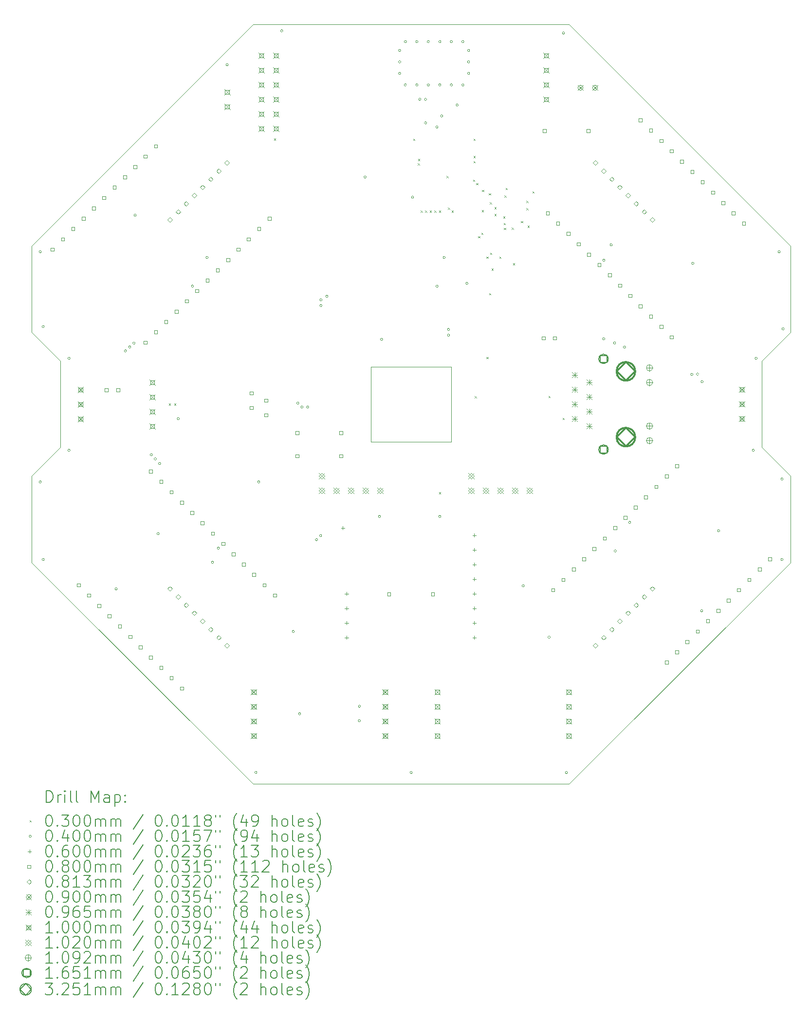
<source format=gbr>
%TF.GenerationSoftware,KiCad,Pcbnew,7.0.9*%
%TF.CreationDate,2024-01-19T20:30:16+01:00*%
%TF.ProjectId,bohlebots-rpi-cm4-carrier,626f686c-6562-46f7-9473-2d7270692d63,v01.2*%
%TF.SameCoordinates,Original*%
%TF.FileFunction,Drillmap*%
%TF.FilePolarity,Positive*%
%FSLAX45Y45*%
G04 Gerber Fmt 4.5, Leading zero omitted, Abs format (unit mm)*
G04 Created by KiCad (PCBNEW 7.0.9) date 2024-01-19 20:30:16*
%MOMM*%
%LPD*%
G01*
G04 APERTURE LIST*
%ADD10C,0.100000*%
%ADD11C,0.200000*%
%ADD12C,0.102000*%
%ADD13C,0.109220*%
%ADD14C,0.165100*%
%ADD15C,0.325120*%
G04 APERTURE END LIST*
D10*
X13300000Y-3950000D02*
X7800000Y-3950000D01*
X13300000Y-17150000D02*
X17150000Y-13300000D01*
X16650000Y-9800000D02*
X16650000Y-10550000D01*
X17150000Y-11800000D02*
X16650000Y-11300000D01*
X17150000Y-7800000D02*
X17150000Y-9300000D01*
X3950000Y-9300000D02*
X4450000Y-9800000D01*
X17150000Y-9300000D02*
X16650000Y-9800000D01*
X4450000Y-11300000D02*
X4450000Y-10550000D01*
X9850000Y-11200000D02*
X11250000Y-11200000D01*
X7800000Y-17150000D02*
X3950000Y-13300000D01*
X17150000Y-7800000D02*
X13300000Y-3950000D01*
X4450000Y-9800000D02*
X4450000Y-10550000D01*
X16650000Y-11300000D02*
X16650000Y-10550000D01*
X17150000Y-13300000D02*
X17150000Y-11800000D01*
X9850000Y-9900000D02*
X9850000Y-11200000D01*
X7800000Y-3950000D02*
X3950000Y-7800000D01*
X3950000Y-11800000D02*
X4450000Y-11300000D01*
X7800000Y-17150000D02*
X13300000Y-17150000D01*
X3950000Y-7800000D02*
X3950000Y-9300000D01*
X11250000Y-9900000D02*
X9850000Y-9900000D01*
X3950000Y-13300000D02*
X3950000Y-11800000D01*
X11250000Y-11200000D02*
X11250000Y-9900000D01*
D11*
D10*
X6337000Y-10535000D02*
X6367000Y-10565000D01*
X6367000Y-10535000D02*
X6337000Y-10565000D01*
X6427000Y-10535000D02*
X6457000Y-10565000D01*
X6457000Y-10535000D02*
X6427000Y-10565000D01*
X8165000Y-5930000D02*
X8195000Y-5960000D01*
X8195000Y-5930000D02*
X8165000Y-5960000D01*
X10585000Y-5935000D02*
X10615000Y-5965000D01*
X10615000Y-5935000D02*
X10585000Y-5965000D01*
X10665000Y-6365000D02*
X10695000Y-6395000D01*
X10695000Y-6365000D02*
X10665000Y-6395000D01*
X10670000Y-6285000D02*
X10700000Y-6315000D01*
X10700000Y-6285000D02*
X10670000Y-6315000D01*
X10715000Y-7185000D02*
X10745000Y-7215000D01*
X10745000Y-7185000D02*
X10715000Y-7215000D01*
X10795000Y-7185000D02*
X10825000Y-7215000D01*
X10825000Y-7185000D02*
X10795000Y-7215000D01*
X10875000Y-7185000D02*
X10905000Y-7215000D01*
X10905000Y-7185000D02*
X10875000Y-7215000D01*
X10955000Y-7185000D02*
X10985000Y-7215000D01*
X10985000Y-7185000D02*
X10955000Y-7215000D01*
X11035000Y-7185000D02*
X11065000Y-7215000D01*
X11065000Y-7185000D02*
X11035000Y-7215000D01*
X11035000Y-12080000D02*
X11065000Y-12110000D01*
X11065000Y-12080000D02*
X11035000Y-12110000D01*
X11165000Y-6585000D02*
X11195000Y-6615000D01*
X11195000Y-6585000D02*
X11165000Y-6615000D01*
X11190000Y-7135000D02*
X11220000Y-7165000D01*
X11220000Y-7135000D02*
X11190000Y-7165000D01*
X11255000Y-7185000D02*
X11285000Y-7215000D01*
X11285000Y-7185000D02*
X11255000Y-7215000D01*
X11625000Y-6645000D02*
X11655000Y-6675000D01*
X11655000Y-6645000D02*
X11625000Y-6675000D01*
X11635000Y-5935000D02*
X11665000Y-5965000D01*
X11665000Y-5935000D02*
X11635000Y-5965000D01*
X11635000Y-6235000D02*
X11665000Y-6265000D01*
X11665000Y-6235000D02*
X11635000Y-6265000D01*
X11635000Y-6325000D02*
X11665000Y-6355000D01*
X11665000Y-6325000D02*
X11635000Y-6355000D01*
X11655000Y-10410000D02*
X11685000Y-10440000D01*
X11685000Y-10410000D02*
X11655000Y-10440000D01*
X11680000Y-6705000D02*
X11710000Y-6735000D01*
X11710000Y-6705000D02*
X11680000Y-6735000D01*
X11715000Y-7630000D02*
X11745000Y-7660000D01*
X11745000Y-7630000D02*
X11715000Y-7660000D01*
X11770000Y-7570000D02*
X11800000Y-7600000D01*
X11800000Y-7570000D02*
X11770000Y-7600000D01*
X11780000Y-7175000D02*
X11810000Y-7205000D01*
X11810000Y-7175000D02*
X11780000Y-7205000D01*
X11785000Y-6825000D02*
X11815000Y-6855000D01*
X11815000Y-6825000D02*
X11785000Y-6855000D01*
X11860000Y-7985000D02*
X11890000Y-8015000D01*
X11890000Y-7985000D02*
X11860000Y-8015000D01*
X11860000Y-9730000D02*
X11890000Y-9760000D01*
X11890000Y-9730000D02*
X11860000Y-9760000D01*
X11900000Y-6885000D02*
X11930000Y-6915000D01*
X11930000Y-6885000D02*
X11900000Y-6915000D01*
X11905000Y-8620000D02*
X11935000Y-8650000D01*
X11935000Y-8620000D02*
X11905000Y-8650000D01*
X11920000Y-7040000D02*
X11950000Y-7070000D01*
X11950000Y-7040000D02*
X11920000Y-7070000D01*
X11925000Y-7915000D02*
X11955000Y-7945000D01*
X11955000Y-7915000D02*
X11925000Y-7945000D01*
X11950000Y-8190000D02*
X11980000Y-8220000D01*
X11980000Y-8190000D02*
X11950000Y-8220000D01*
X12000000Y-7125000D02*
X12030000Y-7155000D01*
X12030000Y-7125000D02*
X12000000Y-7155000D01*
X12000000Y-7245000D02*
X12030000Y-7275000D01*
X12030000Y-7245000D02*
X12000000Y-7275000D01*
X12085000Y-7985000D02*
X12115000Y-8015000D01*
X12115000Y-7985000D02*
X12085000Y-8015000D01*
X12150000Y-7285000D02*
X12180000Y-7315000D01*
X12180000Y-7285000D02*
X12150000Y-7315000D01*
X12160000Y-7400000D02*
X12190000Y-7430000D01*
X12190000Y-7400000D02*
X12160000Y-7430000D01*
X12165000Y-7485000D02*
X12195000Y-7515000D01*
X12195000Y-7485000D02*
X12165000Y-7515000D01*
X12175000Y-6920000D02*
X12205000Y-6950000D01*
X12205000Y-6920000D02*
X12175000Y-6950000D01*
X12195000Y-6790000D02*
X12225000Y-6820000D01*
X12225000Y-6790000D02*
X12195000Y-6820000D01*
X12300000Y-7480000D02*
X12330000Y-7510000D01*
X12330000Y-7480000D02*
X12300000Y-7510000D01*
X12320000Y-8100000D02*
X12350000Y-8130000D01*
X12350000Y-8100000D02*
X12320000Y-8130000D01*
X12460000Y-7365000D02*
X12490000Y-7395000D01*
X12490000Y-7365000D02*
X12460000Y-7395000D01*
X12555000Y-7015000D02*
X12585000Y-7045000D01*
X12585000Y-7015000D02*
X12555000Y-7045000D01*
X12555000Y-7140000D02*
X12585000Y-7170000D01*
X12585000Y-7140000D02*
X12555000Y-7170000D01*
X12575000Y-7445000D02*
X12605000Y-7475000D01*
X12605000Y-7445000D02*
X12575000Y-7475000D01*
X12660000Y-6850000D02*
X12690000Y-6880000D01*
X12690000Y-6850000D02*
X12660000Y-6880000D01*
X12940000Y-10405000D02*
X12970000Y-10435000D01*
X12970000Y-10405000D02*
X12940000Y-10435000D01*
X13185000Y-10785000D02*
X13215000Y-10815000D01*
X13215000Y-10785000D02*
X13185000Y-10815000D01*
X4120000Y-7900000D02*
G75*
G03*
X4120000Y-7900000I-20000J0D01*
G01*
X4120000Y-11900000D02*
G75*
G03*
X4120000Y-11900000I-20000J0D01*
G01*
X4170000Y-9200000D02*
G75*
G03*
X4170000Y-9200000I-20000J0D01*
G01*
X4170000Y-13250000D02*
G75*
G03*
X4170000Y-13250000I-20000J0D01*
G01*
X4620000Y-9750000D02*
G75*
G03*
X4620000Y-9750000I-20000J0D01*
G01*
X4620000Y-11350000D02*
G75*
G03*
X4620000Y-11350000I-20000J0D01*
G01*
X5440000Y-13760000D02*
G75*
G03*
X5440000Y-13760000I-20000J0D01*
G01*
X5601556Y-9622794D02*
G75*
G03*
X5601556Y-9622794I-20000J0D01*
G01*
X5675000Y-9555000D02*
G75*
G03*
X5675000Y-9555000I-20000J0D01*
G01*
X5748243Y-9486989D02*
G75*
G03*
X5748243Y-9486989I-20000J0D01*
G01*
X5768730Y-7263730D02*
G75*
G03*
X5768730Y-7263730I-20000J0D01*
G01*
X6050266Y-11428383D02*
G75*
G03*
X6050266Y-11428383I-20000J0D01*
G01*
X6120941Y-11499059D02*
G75*
G03*
X6120941Y-11499059I-20000J0D01*
G01*
X6170000Y-12800000D02*
G75*
G03*
X6170000Y-12800000I-20000J0D01*
G01*
X6195000Y-11580000D02*
G75*
G03*
X6195000Y-11580000I-20000J0D01*
G01*
X6520000Y-10800000D02*
G75*
G03*
X6520000Y-10800000I-20000J0D01*
G01*
X6767454Y-8497369D02*
G75*
G03*
X6767454Y-8497369I-20000J0D01*
G01*
X7020000Y-8000000D02*
G75*
G03*
X7020000Y-8000000I-20000J0D01*
G01*
X7115633Y-13295633D02*
G75*
G03*
X7115633Y-13295633I-20000J0D01*
G01*
X7217369Y-13052546D02*
G75*
G03*
X7217369Y-13052546I-20000J0D01*
G01*
X7370000Y-4650000D02*
G75*
G03*
X7370000Y-4650000I-20000J0D01*
G01*
X7870000Y-16950000D02*
G75*
G03*
X7870000Y-16950000I-20000J0D01*
G01*
X7920000Y-11900000D02*
G75*
G03*
X7920000Y-11900000I-20000J0D01*
G01*
X8320000Y-4060000D02*
G75*
G03*
X8320000Y-4060000I-20000J0D01*
G01*
X8520000Y-14500000D02*
G75*
G03*
X8520000Y-14500000I-20000J0D01*
G01*
X8599325Y-10529325D02*
G75*
G03*
X8599325Y-10529325I-20000J0D01*
G01*
X8630000Y-15930000D02*
G75*
G03*
X8630000Y-15930000I-20000J0D01*
G01*
X8670000Y-10600000D02*
G75*
G03*
X8670000Y-10600000I-20000J0D01*
G01*
X8770000Y-10600000D02*
G75*
G03*
X8770000Y-10600000I-20000J0D01*
G01*
X8924508Y-12904508D02*
G75*
G03*
X8924508Y-12904508I-20000J0D01*
G01*
X8995184Y-12833833D02*
G75*
G03*
X8995184Y-12833833I-20000J0D01*
G01*
X9000000Y-8735000D02*
G75*
G03*
X9000000Y-8735000I-20000J0D01*
G01*
X9000000Y-8834950D02*
G75*
G03*
X9000000Y-8834950I-20000J0D01*
G01*
X9105000Y-8675000D02*
G75*
G03*
X9105000Y-8675000I-20000J0D01*
G01*
X9670000Y-15800000D02*
G75*
G03*
X9670000Y-15800000I-20000J0D01*
G01*
X9670000Y-16050000D02*
G75*
G03*
X9670000Y-16050000I-20000J0D01*
G01*
X9770000Y-6600000D02*
G75*
G03*
X9770000Y-6600000I-20000J0D01*
G01*
X10020000Y-12500000D02*
G75*
G03*
X10020000Y-12500000I-20000J0D01*
G01*
X10055000Y-9422450D02*
G75*
G03*
X10055000Y-9422450I-20000J0D01*
G01*
X10370000Y-4400000D02*
G75*
G03*
X10370000Y-4400000I-20000J0D01*
G01*
X10370000Y-4600000D02*
G75*
G03*
X10370000Y-4600000I-20000J0D01*
G01*
X10370000Y-4800000D02*
G75*
G03*
X10370000Y-4800000I-20000J0D01*
G01*
X10470000Y-4250000D02*
G75*
G03*
X10470000Y-4250000I-20000J0D01*
G01*
X10470000Y-5000000D02*
G75*
G03*
X10470000Y-5000000I-20000J0D01*
G01*
X10570000Y-16950000D02*
G75*
G03*
X10570000Y-16950000I-20000J0D01*
G01*
X10595000Y-6950000D02*
G75*
G03*
X10595000Y-6950000I-20000J0D01*
G01*
X10670000Y-4250000D02*
G75*
G03*
X10670000Y-4250000I-20000J0D01*
G01*
X10670000Y-5000000D02*
G75*
G03*
X10670000Y-5000000I-20000J0D01*
G01*
X10720000Y-5250000D02*
G75*
G03*
X10720000Y-5250000I-20000J0D01*
G01*
X10820000Y-5659950D02*
G75*
G03*
X10820000Y-5659950I-20000J0D01*
G01*
X10821230Y-5251230D02*
G75*
G03*
X10821230Y-5251230I-20000J0D01*
G01*
X10870000Y-4250000D02*
G75*
G03*
X10870000Y-4250000I-20000J0D01*
G01*
X10870000Y-5000000D02*
G75*
G03*
X10870000Y-5000000I-20000J0D01*
G01*
X11020000Y-5732400D02*
G75*
G03*
X11020000Y-5732400I-20000J0D01*
G01*
X11020000Y-8500000D02*
G75*
G03*
X11020000Y-8500000I-20000J0D01*
G01*
X11070000Y-4250000D02*
G75*
G03*
X11070000Y-4250000I-20000J0D01*
G01*
X11070000Y-5000000D02*
G75*
G03*
X11070000Y-5000000I-20000J0D01*
G01*
X11070000Y-12500000D02*
G75*
G03*
X11070000Y-12500000I-20000J0D01*
G01*
X11101490Y-5540000D02*
G75*
G03*
X11101490Y-5540000I-20000J0D01*
G01*
X11144790Y-8000000D02*
G75*
G03*
X11144790Y-8000000I-20000J0D01*
G01*
X11220000Y-9250000D02*
G75*
G03*
X11220000Y-9250000I-20000J0D01*
G01*
X11220000Y-9350000D02*
G75*
G03*
X11220000Y-9350000I-20000J0D01*
G01*
X11270000Y-4250000D02*
G75*
G03*
X11270000Y-4250000I-20000J0D01*
G01*
X11270000Y-5000000D02*
G75*
G03*
X11270000Y-5000000I-20000J0D01*
G01*
X11370000Y-5350000D02*
G75*
G03*
X11370000Y-5350000I-20000J0D01*
G01*
X11470000Y-4250000D02*
G75*
G03*
X11470000Y-4250000I-20000J0D01*
G01*
X11470000Y-5000000D02*
G75*
G03*
X11470000Y-5000000I-20000J0D01*
G01*
X11539740Y-8450000D02*
G75*
G03*
X11539740Y-8450000I-20000J0D01*
G01*
X11570000Y-4400000D02*
G75*
G03*
X11570000Y-4400000I-20000J0D01*
G01*
X11570000Y-4600000D02*
G75*
G03*
X11570000Y-4600000I-20000J0D01*
G01*
X11570000Y-4800000D02*
G75*
G03*
X11570000Y-4800000I-20000J0D01*
G01*
X12520000Y-13705000D02*
G75*
G03*
X12520000Y-13705000I-20000J0D01*
G01*
X12970000Y-14600000D02*
G75*
G03*
X12970000Y-14600000I-20000J0D01*
G01*
X13220000Y-4100000D02*
G75*
G03*
X13220000Y-4100000I-20000J0D01*
G01*
X13270000Y-16950000D02*
G75*
G03*
X13270000Y-16950000I-20000J0D01*
G01*
X13920000Y-9414166D02*
G75*
G03*
X13920000Y-9414166I-20000J0D01*
G01*
X13922631Y-8047454D02*
G75*
G03*
X13922631Y-8047454I-20000J0D01*
G01*
X14049367Y-7779367D02*
G75*
G03*
X14049367Y-7779367I-20000J0D01*
G01*
X14110000Y-9485000D02*
G75*
G03*
X14110000Y-9485000I-20000J0D01*
G01*
X14120000Y-13100000D02*
G75*
G03*
X14120000Y-13100000I-20000J0D01*
G01*
X14280000Y-9557450D02*
G75*
G03*
X14280000Y-9557450I-20000J0D01*
G01*
X14372546Y-12602631D02*
G75*
G03*
X14372546Y-12602631I-20000J0D01*
G01*
X15451398Y-10030861D02*
G75*
G03*
X15451398Y-10030861I-20000J0D01*
G01*
X15470000Y-8100000D02*
G75*
G03*
X15470000Y-8100000I-20000J0D01*
G01*
X15551242Y-10026242D02*
G75*
G03*
X15551242Y-10026242I-20000J0D01*
G01*
X15623692Y-14140000D02*
G75*
G03*
X15623692Y-14140000I-20000J0D01*
G01*
X15630000Y-10160000D02*
G75*
G03*
X15630000Y-10160000I-20000J0D01*
G01*
X15920000Y-12750000D02*
G75*
G03*
X15920000Y-12750000I-20000J0D01*
G01*
X16520000Y-11350000D02*
G75*
G03*
X16520000Y-11350000I-20000J0D01*
G01*
X16570000Y-9750000D02*
G75*
G03*
X16570000Y-9750000I-20000J0D01*
G01*
X16970000Y-7900000D02*
G75*
G03*
X16970000Y-7900000I-20000J0D01*
G01*
X17020000Y-11850000D02*
G75*
G03*
X17020000Y-11850000I-20000J0D01*
G01*
X17020000Y-13250000D02*
G75*
G03*
X17020000Y-13250000I-20000J0D01*
G01*
X17040000Y-9240000D02*
G75*
G03*
X17040000Y-9240000I-20000J0D01*
G01*
X9364000Y-12670000D02*
X9364000Y-12730000D01*
X9334000Y-12700000D02*
X9394000Y-12700000D01*
X9427500Y-13813000D02*
X9427500Y-13873000D01*
X9397500Y-13843000D02*
X9457500Y-13843000D01*
X9427500Y-14067000D02*
X9427500Y-14127000D01*
X9397500Y-14097000D02*
X9457500Y-14097000D01*
X9427500Y-14321000D02*
X9427500Y-14381000D01*
X9397500Y-14351000D02*
X9457500Y-14351000D01*
X9427500Y-14575000D02*
X9427500Y-14635000D01*
X9397500Y-14605000D02*
X9457500Y-14605000D01*
X11650000Y-12797000D02*
X11650000Y-12857000D01*
X11620000Y-12827000D02*
X11680000Y-12827000D01*
X11650000Y-13051000D02*
X11650000Y-13111000D01*
X11620000Y-13081000D02*
X11680000Y-13081000D01*
X11650000Y-13305000D02*
X11650000Y-13365000D01*
X11620000Y-13335000D02*
X11680000Y-13335000D01*
X11650000Y-13559000D02*
X11650000Y-13619000D01*
X11620000Y-13589000D02*
X11680000Y-13589000D01*
X11650000Y-13813000D02*
X11650000Y-13873000D01*
X11620000Y-13843000D02*
X11680000Y-13843000D01*
X11650000Y-14067000D02*
X11650000Y-14127000D01*
X11620000Y-14097000D02*
X11680000Y-14097000D01*
X11650000Y-14321000D02*
X11650000Y-14381000D01*
X11620000Y-14351000D02*
X11680000Y-14351000D01*
X11650000Y-14575000D02*
X11650000Y-14635000D01*
X11620000Y-14605000D02*
X11680000Y-14605000D01*
X4339807Y-7888406D02*
X4339807Y-7831837D01*
X4283238Y-7831837D01*
X4283238Y-7888406D01*
X4339807Y-7888406D01*
X4519412Y-7708801D02*
X4519412Y-7652232D01*
X4462843Y-7652232D01*
X4462843Y-7708801D01*
X4519412Y-7708801D01*
X4699017Y-7529196D02*
X4699017Y-7472627D01*
X4642448Y-7472627D01*
X4642448Y-7529196D01*
X4699017Y-7529196D01*
X4792355Y-13720711D02*
X4792355Y-13664142D01*
X4735786Y-13664142D01*
X4735786Y-13720711D01*
X4792355Y-13720711D01*
X4878622Y-7349591D02*
X4878622Y-7293022D01*
X4822053Y-7293022D01*
X4822053Y-7349591D01*
X4878622Y-7349591D01*
X4971960Y-13900316D02*
X4971960Y-13843747D01*
X4915391Y-13843747D01*
X4915391Y-13900316D01*
X4971960Y-13900316D01*
X5058227Y-7169986D02*
X5058227Y-7113417D01*
X5001658Y-7113417D01*
X5001658Y-7169986D01*
X5058227Y-7169986D01*
X5151566Y-14079921D02*
X5151566Y-14023352D01*
X5094997Y-14023352D01*
X5094997Y-14079921D01*
X5151566Y-14079921D01*
X5237833Y-6990381D02*
X5237833Y-6933812D01*
X5181264Y-6933812D01*
X5181264Y-6990381D01*
X5237833Y-6990381D01*
X5278285Y-10328285D02*
X5278285Y-10271716D01*
X5221716Y-10271716D01*
X5221716Y-10328285D01*
X5278285Y-10328285D01*
X5331171Y-14259526D02*
X5331171Y-14202957D01*
X5274602Y-14202957D01*
X5274602Y-14259526D01*
X5331171Y-14259526D01*
X5417438Y-6810776D02*
X5417438Y-6754207D01*
X5360869Y-6754207D01*
X5360869Y-6810776D01*
X5417438Y-6810776D01*
X5478285Y-10328285D02*
X5478285Y-10271716D01*
X5421716Y-10271716D01*
X5421716Y-10328285D01*
X5478285Y-10328285D01*
X5510776Y-14439131D02*
X5510776Y-14382562D01*
X5454207Y-14382562D01*
X5454207Y-14439131D01*
X5510776Y-14439131D01*
X5597043Y-6631171D02*
X5597043Y-6574602D01*
X5540474Y-6574602D01*
X5540474Y-6631171D01*
X5597043Y-6631171D01*
X5690381Y-14618736D02*
X5690381Y-14562167D01*
X5633812Y-14562167D01*
X5633812Y-14618736D01*
X5690381Y-14618736D01*
X5776648Y-6451565D02*
X5776648Y-6394996D01*
X5720079Y-6394996D01*
X5720079Y-6451565D01*
X5776648Y-6451565D01*
X5869986Y-14798342D02*
X5869986Y-14741773D01*
X5813417Y-14741773D01*
X5813417Y-14798342D01*
X5869986Y-14798342D01*
X5956253Y-6271960D02*
X5956253Y-6215391D01*
X5899684Y-6215391D01*
X5899684Y-6271960D01*
X5956253Y-6271960D01*
X5956253Y-9504853D02*
X5956253Y-9448284D01*
X5899684Y-9448284D01*
X5899684Y-9504853D01*
X5956253Y-9504853D01*
X6049591Y-11745055D02*
X6049591Y-11688486D01*
X5993022Y-11688486D01*
X5993022Y-11745055D01*
X6049591Y-11745055D01*
X6049591Y-14977947D02*
X6049591Y-14921378D01*
X5993022Y-14921378D01*
X5993022Y-14977947D01*
X6049591Y-14977947D01*
X6135858Y-6092355D02*
X6135858Y-6035786D01*
X6079289Y-6035786D01*
X6079289Y-6092355D01*
X6135858Y-6092355D01*
X6135858Y-9325247D02*
X6135858Y-9268678D01*
X6079289Y-9268678D01*
X6079289Y-9325247D01*
X6135858Y-9325247D01*
X6229196Y-11924660D02*
X6229196Y-11868091D01*
X6172627Y-11868091D01*
X6172627Y-11924660D01*
X6229196Y-11924660D01*
X6229196Y-15157552D02*
X6229196Y-15100983D01*
X6172627Y-15100983D01*
X6172627Y-15157552D01*
X6229196Y-15157552D01*
X6315463Y-9145642D02*
X6315463Y-9089073D01*
X6258894Y-9089073D01*
X6258894Y-9145642D01*
X6315463Y-9145642D01*
X6408801Y-12104265D02*
X6408801Y-12047696D01*
X6352232Y-12047696D01*
X6352232Y-12104265D01*
X6408801Y-12104265D01*
X6408801Y-15337157D02*
X6408801Y-15280588D01*
X6352232Y-15280588D01*
X6352232Y-15337157D01*
X6408801Y-15337157D01*
X6495068Y-8966037D02*
X6495068Y-8909468D01*
X6438499Y-8909468D01*
X6438499Y-8966037D01*
X6495068Y-8966037D01*
X6588406Y-12283870D02*
X6588406Y-12227301D01*
X6531837Y-12227301D01*
X6531837Y-12283870D01*
X6588406Y-12283870D01*
X6588406Y-15516762D02*
X6588406Y-15460193D01*
X6531837Y-15460193D01*
X6531837Y-15516762D01*
X6588406Y-15516762D01*
X6674673Y-8786432D02*
X6674673Y-8729863D01*
X6618104Y-8729863D01*
X6618104Y-8786432D01*
X6674673Y-8786432D01*
X6768012Y-12463475D02*
X6768012Y-12406906D01*
X6711443Y-12406906D01*
X6711443Y-12463475D01*
X6768012Y-12463475D01*
X6854279Y-8606827D02*
X6854279Y-8550258D01*
X6797710Y-8550258D01*
X6797710Y-8606827D01*
X6854279Y-8606827D01*
X6947617Y-12643080D02*
X6947617Y-12586511D01*
X6891048Y-12586511D01*
X6891048Y-12643080D01*
X6947617Y-12643080D01*
X7033884Y-8427222D02*
X7033884Y-8370653D01*
X6977315Y-8370653D01*
X6977315Y-8427222D01*
X7033884Y-8427222D01*
X7127222Y-12822685D02*
X7127222Y-12766116D01*
X7070653Y-12766116D01*
X7070653Y-12822685D01*
X7127222Y-12822685D01*
X7213489Y-8247617D02*
X7213489Y-8191048D01*
X7156920Y-8191048D01*
X7156920Y-8247617D01*
X7213489Y-8247617D01*
X7306827Y-13002290D02*
X7306827Y-12945721D01*
X7250258Y-12945721D01*
X7250258Y-13002290D01*
X7306827Y-13002290D01*
X7393094Y-8068012D02*
X7393094Y-8011443D01*
X7336525Y-8011443D01*
X7336525Y-8068012D01*
X7393094Y-8068012D01*
X7486432Y-13181895D02*
X7486432Y-13125326D01*
X7429863Y-13125326D01*
X7429863Y-13181895D01*
X7486432Y-13181895D01*
X7572699Y-7888406D02*
X7572699Y-7831837D01*
X7516130Y-7831837D01*
X7516130Y-7888406D01*
X7572699Y-7888406D01*
X7666037Y-13361501D02*
X7666037Y-13304932D01*
X7609468Y-13304932D01*
X7609468Y-13361501D01*
X7666037Y-13361501D01*
X7752304Y-7708801D02*
X7752304Y-7652232D01*
X7695735Y-7652232D01*
X7695735Y-7708801D01*
X7752304Y-7708801D01*
X7800784Y-10386365D02*
X7800784Y-10329796D01*
X7744215Y-10329796D01*
X7744215Y-10386365D01*
X7800784Y-10386365D01*
X7800784Y-10640365D02*
X7800784Y-10583796D01*
X7744215Y-10583796D01*
X7744215Y-10640365D01*
X7800784Y-10640365D01*
X7845642Y-13541106D02*
X7845642Y-13484537D01*
X7789073Y-13484537D01*
X7789073Y-13541106D01*
X7845642Y-13541106D01*
X7931909Y-7529196D02*
X7931909Y-7472627D01*
X7875340Y-7472627D01*
X7875340Y-7529196D01*
X7931909Y-7529196D01*
X8025247Y-13720711D02*
X8025247Y-13664142D01*
X7968678Y-13664142D01*
X7968678Y-13720711D01*
X8025247Y-13720711D01*
X8054784Y-10513365D02*
X8054784Y-10456796D01*
X7998215Y-10456796D01*
X7998215Y-10513365D01*
X8054784Y-10513365D01*
X8054784Y-10767365D02*
X8054784Y-10710796D01*
X7998215Y-10710796D01*
X7998215Y-10767365D01*
X8054784Y-10767365D01*
X8111514Y-7349591D02*
X8111514Y-7293022D01*
X8054945Y-7293022D01*
X8054945Y-7349591D01*
X8111514Y-7349591D01*
X8204852Y-13900316D02*
X8204852Y-13843747D01*
X8148283Y-13843747D01*
X8148283Y-13900316D01*
X8204852Y-13900316D01*
X8597285Y-11078285D02*
X8597285Y-11021716D01*
X8540716Y-11021716D01*
X8540716Y-11078285D01*
X8597285Y-11078285D01*
X8597285Y-11478284D02*
X8597285Y-11421715D01*
X8540716Y-11421715D01*
X8540716Y-11478284D01*
X8597285Y-11478284D01*
X9359285Y-11078285D02*
X9359285Y-11021716D01*
X9302716Y-11021716D01*
X9302716Y-11078285D01*
X9359285Y-11078285D01*
X9359285Y-11478284D02*
X9359285Y-11421715D01*
X9302716Y-11421715D01*
X9302716Y-11478284D01*
X9359285Y-11478284D01*
X10193785Y-13878284D02*
X10193785Y-13821715D01*
X10137216Y-13821715D01*
X10137216Y-13878284D01*
X10193785Y-13878284D01*
X10955785Y-13878284D02*
X10955785Y-13821715D01*
X10899216Y-13821715D01*
X10899216Y-13878284D01*
X10955785Y-13878284D01*
X12878284Y-9428285D02*
X12878284Y-9371716D01*
X12821715Y-9371716D01*
X12821715Y-9428285D01*
X12878284Y-9428285D01*
X12897284Y-5828284D02*
X12897284Y-5771715D01*
X12840715Y-5771715D01*
X12840715Y-5828284D01*
X12897284Y-5828284D01*
X12951716Y-7256253D02*
X12951716Y-7199684D01*
X12895147Y-7199684D01*
X12895147Y-7256253D01*
X12951716Y-7256253D01*
X13045055Y-13806978D02*
X13045055Y-13750409D01*
X12988486Y-13750409D01*
X12988486Y-13806978D01*
X13045055Y-13806978D01*
X13078284Y-9428285D02*
X13078284Y-9371716D01*
X13021715Y-9371716D01*
X13021715Y-9428285D01*
X13078284Y-9428285D01*
X13131322Y-7435858D02*
X13131322Y-7379289D01*
X13074753Y-7379289D01*
X13074753Y-7435858D01*
X13131322Y-7435858D01*
X13224660Y-13627373D02*
X13224660Y-13570804D01*
X13168091Y-13570804D01*
X13168091Y-13627373D01*
X13224660Y-13627373D01*
X13310927Y-7615463D02*
X13310927Y-7558894D01*
X13254358Y-7558894D01*
X13254358Y-7615463D01*
X13310927Y-7615463D01*
X13404265Y-13447768D02*
X13404265Y-13391199D01*
X13347696Y-13391199D01*
X13347696Y-13447768D01*
X13404265Y-13447768D01*
X13490532Y-7795068D02*
X13490532Y-7738499D01*
X13433963Y-7738499D01*
X13433963Y-7795068D01*
X13490532Y-7795068D01*
X13583870Y-13268163D02*
X13583870Y-13211594D01*
X13527301Y-13211594D01*
X13527301Y-13268163D01*
X13583870Y-13268163D01*
X13659284Y-5828284D02*
X13659284Y-5771715D01*
X13602715Y-5771715D01*
X13602715Y-5828284D01*
X13659284Y-5828284D01*
X13670137Y-7974673D02*
X13670137Y-7918104D01*
X13613568Y-7918104D01*
X13613568Y-7974673D01*
X13670137Y-7974673D01*
X13763475Y-13088557D02*
X13763475Y-13031988D01*
X13706906Y-13031988D01*
X13706906Y-13088557D01*
X13763475Y-13088557D01*
X13849742Y-8154279D02*
X13849742Y-8097710D01*
X13793173Y-8097710D01*
X13793173Y-8154279D01*
X13849742Y-8154279D01*
X13943080Y-12908952D02*
X13943080Y-12852383D01*
X13886511Y-12852383D01*
X13886511Y-12908952D01*
X13943080Y-12908952D01*
X14029347Y-8333884D02*
X14029347Y-8277315D01*
X13972778Y-8277315D01*
X13972778Y-8333884D01*
X14029347Y-8333884D01*
X14122685Y-12729347D02*
X14122685Y-12672778D01*
X14066116Y-12672778D01*
X14066116Y-12729347D01*
X14122685Y-12729347D01*
X14208952Y-8513489D02*
X14208952Y-8456920D01*
X14152383Y-8456920D01*
X14152383Y-8513489D01*
X14208952Y-8513489D01*
X14302290Y-12549742D02*
X14302290Y-12493173D01*
X14245721Y-12493173D01*
X14245721Y-12549742D01*
X14302290Y-12549742D01*
X14388557Y-8693094D02*
X14388557Y-8636525D01*
X14331988Y-8636525D01*
X14331988Y-8693094D01*
X14388557Y-8693094D01*
X14481895Y-12370137D02*
X14481895Y-12313568D01*
X14425326Y-12313568D01*
X14425326Y-12370137D01*
X14481895Y-12370137D01*
X14568163Y-5639807D02*
X14568163Y-5583238D01*
X14511594Y-5583238D01*
X14511594Y-5639807D01*
X14568163Y-5639807D01*
X14568163Y-8872699D02*
X14568163Y-8816130D01*
X14511594Y-8816130D01*
X14511594Y-8872699D01*
X14568163Y-8872699D01*
X14661501Y-12190532D02*
X14661501Y-12133963D01*
X14604932Y-12133963D01*
X14604932Y-12190532D01*
X14661501Y-12190532D01*
X14747768Y-5819412D02*
X14747768Y-5762843D01*
X14691199Y-5762843D01*
X14691199Y-5819412D01*
X14747768Y-5819412D01*
X14747768Y-9052304D02*
X14747768Y-8995735D01*
X14691199Y-8995735D01*
X14691199Y-9052304D01*
X14747768Y-9052304D01*
X14841106Y-12010927D02*
X14841106Y-11954358D01*
X14784537Y-11954358D01*
X14784537Y-12010927D01*
X14841106Y-12010927D01*
X14927373Y-5999017D02*
X14927373Y-5942448D01*
X14870804Y-5942448D01*
X14870804Y-5999017D01*
X14927373Y-5999017D01*
X14927373Y-9231909D02*
X14927373Y-9175340D01*
X14870804Y-9175340D01*
X14870804Y-9231909D01*
X14927373Y-9231909D01*
X15020711Y-11831322D02*
X15020711Y-11774753D01*
X14964142Y-11774753D01*
X14964142Y-11831322D01*
X15020711Y-11831322D01*
X15020711Y-15064214D02*
X15020711Y-15007645D01*
X14964142Y-15007645D01*
X14964142Y-15064214D01*
X15020711Y-15064214D01*
X15106978Y-6178622D02*
X15106978Y-6122053D01*
X15050409Y-6122053D01*
X15050409Y-6178622D01*
X15106978Y-6178622D01*
X15106978Y-9411514D02*
X15106978Y-9354945D01*
X15050409Y-9354945D01*
X15050409Y-9411514D01*
X15106978Y-9411514D01*
X15200316Y-11651716D02*
X15200316Y-11595147D01*
X15143747Y-11595147D01*
X15143747Y-11651716D01*
X15200316Y-11651716D01*
X15200316Y-14884609D02*
X15200316Y-14828040D01*
X15143747Y-14828040D01*
X15143747Y-14884609D01*
X15200316Y-14884609D01*
X15286583Y-6358227D02*
X15286583Y-6301658D01*
X15230014Y-6301658D01*
X15230014Y-6358227D01*
X15286583Y-6358227D01*
X15379921Y-14705003D02*
X15379921Y-14648434D01*
X15323352Y-14648434D01*
X15323352Y-14705003D01*
X15379921Y-14705003D01*
X15466188Y-6537832D02*
X15466188Y-6481263D01*
X15409619Y-6481263D01*
X15409619Y-6537832D01*
X15466188Y-6537832D01*
X15559526Y-14525398D02*
X15559526Y-14468829D01*
X15502957Y-14468829D01*
X15502957Y-14525398D01*
X15559526Y-14525398D01*
X15645793Y-6717438D02*
X15645793Y-6660869D01*
X15589224Y-6660869D01*
X15589224Y-6717438D01*
X15645793Y-6717438D01*
X15739131Y-14345793D02*
X15739131Y-14289224D01*
X15682562Y-14289224D01*
X15682562Y-14345793D01*
X15739131Y-14345793D01*
X15825398Y-6897043D02*
X15825398Y-6840474D01*
X15768829Y-6840474D01*
X15768829Y-6897043D01*
X15825398Y-6897043D01*
X15918736Y-14166188D02*
X15918736Y-14109619D01*
X15862167Y-14109619D01*
X15862167Y-14166188D01*
X15918736Y-14166188D01*
X16005003Y-7076648D02*
X16005003Y-7020079D01*
X15948434Y-7020079D01*
X15948434Y-7076648D01*
X16005003Y-7076648D01*
X16098342Y-13986583D02*
X16098342Y-13930014D01*
X16041773Y-13930014D01*
X16041773Y-13986583D01*
X16098342Y-13986583D01*
X16184609Y-7256253D02*
X16184609Y-7199684D01*
X16128040Y-7199684D01*
X16128040Y-7256253D01*
X16184609Y-7256253D01*
X16277947Y-13806978D02*
X16277947Y-13750409D01*
X16221378Y-13750409D01*
X16221378Y-13806978D01*
X16277947Y-13806978D01*
X16364214Y-7435858D02*
X16364214Y-7379289D01*
X16307645Y-7379289D01*
X16307645Y-7435858D01*
X16364214Y-7435858D01*
X16457552Y-13627373D02*
X16457552Y-13570804D01*
X16400983Y-13570804D01*
X16400983Y-13627373D01*
X16457552Y-13627373D01*
X16637157Y-13447768D02*
X16637157Y-13391199D01*
X16580588Y-13391199D01*
X16580588Y-13447768D01*
X16637157Y-13447768D01*
X16816762Y-13268163D02*
X16816762Y-13211594D01*
X16760193Y-13211594D01*
X16760193Y-13268163D01*
X16816762Y-13268163D01*
X6355025Y-7385615D02*
X6395665Y-7344975D01*
X6355025Y-7304335D01*
X6314385Y-7344975D01*
X6355025Y-7385615D01*
X6355025Y-13795665D02*
X6395665Y-13755025D01*
X6355025Y-13714385D01*
X6314385Y-13755025D01*
X6355025Y-13795665D01*
X6496447Y-7244193D02*
X6537087Y-7203553D01*
X6496447Y-7162913D01*
X6455807Y-7203553D01*
X6496447Y-7244193D01*
X6496447Y-13937087D02*
X6537087Y-13896447D01*
X6496447Y-13855807D01*
X6455807Y-13896447D01*
X6496447Y-13937087D01*
X6637868Y-7102772D02*
X6678508Y-7062132D01*
X6637868Y-7021492D01*
X6597228Y-7062132D01*
X6637868Y-7102772D01*
X6637868Y-14078508D02*
X6678508Y-14037868D01*
X6637868Y-13997228D01*
X6597228Y-14037868D01*
X6637868Y-14078508D01*
X6779289Y-6961351D02*
X6819929Y-6920711D01*
X6779289Y-6880071D01*
X6738649Y-6920711D01*
X6779289Y-6961351D01*
X6779289Y-14219929D02*
X6819929Y-14179289D01*
X6779289Y-14138649D01*
X6738649Y-14179289D01*
X6779289Y-14219929D01*
X6920711Y-6819929D02*
X6961351Y-6779289D01*
X6920711Y-6738649D01*
X6880071Y-6779289D01*
X6920711Y-6819929D01*
X6920711Y-14361351D02*
X6961351Y-14320711D01*
X6920711Y-14280071D01*
X6880071Y-14320711D01*
X6920711Y-14361351D01*
X7062132Y-6678508D02*
X7102772Y-6637868D01*
X7062132Y-6597228D01*
X7021492Y-6637868D01*
X7062132Y-6678508D01*
X7062132Y-14502772D02*
X7102772Y-14462132D01*
X7062132Y-14421492D01*
X7021492Y-14462132D01*
X7062132Y-14502772D01*
X7203553Y-6537087D02*
X7244193Y-6496447D01*
X7203553Y-6455807D01*
X7162913Y-6496447D01*
X7203553Y-6537087D01*
X7203553Y-14644193D02*
X7244193Y-14603553D01*
X7203553Y-14562913D01*
X7162913Y-14603553D01*
X7203553Y-14644193D01*
X7344975Y-6395665D02*
X7385615Y-6355025D01*
X7344975Y-6314385D01*
X7304335Y-6355025D01*
X7344975Y-6395665D01*
X7344975Y-14785615D02*
X7385615Y-14744975D01*
X7344975Y-14704335D01*
X7304335Y-14744975D01*
X7344975Y-14785615D01*
X13755025Y-6395665D02*
X13795665Y-6355025D01*
X13755025Y-6314385D01*
X13714385Y-6355025D01*
X13755025Y-6395665D01*
X13755025Y-14785615D02*
X13795665Y-14744975D01*
X13755025Y-14704335D01*
X13714385Y-14744975D01*
X13755025Y-14785615D01*
X13896447Y-6537087D02*
X13937087Y-6496447D01*
X13896447Y-6455807D01*
X13855807Y-6496447D01*
X13896447Y-6537087D01*
X13896447Y-14644193D02*
X13937087Y-14603553D01*
X13896447Y-14562913D01*
X13855807Y-14603553D01*
X13896447Y-14644193D01*
X14037868Y-6678508D02*
X14078508Y-6637868D01*
X14037868Y-6597228D01*
X13997228Y-6637868D01*
X14037868Y-6678508D01*
X14037868Y-14502772D02*
X14078508Y-14462132D01*
X14037868Y-14421492D01*
X13997228Y-14462132D01*
X14037868Y-14502772D01*
X14179289Y-6819929D02*
X14219929Y-6779289D01*
X14179289Y-6738649D01*
X14138649Y-6779289D01*
X14179289Y-6819929D01*
X14179289Y-14361351D02*
X14219929Y-14320711D01*
X14179289Y-14280071D01*
X14138649Y-14320711D01*
X14179289Y-14361351D01*
X14320711Y-6961351D02*
X14361351Y-6920711D01*
X14320711Y-6880071D01*
X14280071Y-6920711D01*
X14320711Y-6961351D01*
X14320711Y-14219929D02*
X14361351Y-14179289D01*
X14320711Y-14138649D01*
X14280071Y-14179289D01*
X14320711Y-14219929D01*
X14462132Y-7102772D02*
X14502772Y-7062132D01*
X14462132Y-7021492D01*
X14421492Y-7062132D01*
X14462132Y-7102772D01*
X14462132Y-14078508D02*
X14502772Y-14037868D01*
X14462132Y-13997228D01*
X14421492Y-14037868D01*
X14462132Y-14078508D01*
X14603553Y-7244193D02*
X14644193Y-7203553D01*
X14603553Y-7162913D01*
X14562913Y-7203553D01*
X14603553Y-7244193D01*
X14603553Y-13937087D02*
X14644193Y-13896447D01*
X14603553Y-13855807D01*
X14562913Y-13896447D01*
X14603553Y-13937087D01*
X14744975Y-7385615D02*
X14785615Y-7344975D01*
X14744975Y-7304335D01*
X14704335Y-7344975D01*
X14744975Y-7385615D01*
X14744975Y-13795665D02*
X14785615Y-13755025D01*
X14744975Y-13714385D01*
X14704335Y-13755025D01*
X14744975Y-13795665D01*
X13451000Y-5005000D02*
X13541000Y-5095000D01*
X13541000Y-5005000D02*
X13451000Y-5095000D01*
X13541000Y-5050000D02*
G75*
G03*
X13541000Y-5050000I-45000J0D01*
G01*
X13705000Y-5005000D02*
X13795000Y-5095000D01*
X13795000Y-5005000D02*
X13705000Y-5095000D01*
X13795000Y-5050000D02*
G75*
G03*
X13795000Y-5050000I-45000J0D01*
G01*
X13348340Y-9993740D02*
X13444860Y-10090260D01*
X13444860Y-9993740D02*
X13348340Y-10090260D01*
X13396600Y-9993740D02*
X13396600Y-10090260D01*
X13348340Y-10042000D02*
X13444860Y-10042000D01*
X13348340Y-10247740D02*
X13444860Y-10344260D01*
X13444860Y-10247740D02*
X13348340Y-10344260D01*
X13396600Y-10247740D02*
X13396600Y-10344260D01*
X13348340Y-10296000D02*
X13444860Y-10296000D01*
X13348340Y-10501740D02*
X13444860Y-10598260D01*
X13444860Y-10501740D02*
X13348340Y-10598260D01*
X13396600Y-10501740D02*
X13396600Y-10598260D01*
X13348340Y-10550000D02*
X13444860Y-10550000D01*
X13348340Y-10755740D02*
X13444860Y-10852260D01*
X13444860Y-10755740D02*
X13348340Y-10852260D01*
X13396600Y-10755740D02*
X13396600Y-10852260D01*
X13348340Y-10804000D02*
X13444860Y-10804000D01*
X13602340Y-10120740D02*
X13698860Y-10217260D01*
X13698860Y-10120740D02*
X13602340Y-10217260D01*
X13650600Y-10120740D02*
X13650600Y-10217260D01*
X13602340Y-10169000D02*
X13698860Y-10169000D01*
X13602340Y-10374740D02*
X13698860Y-10471260D01*
X13698860Y-10374740D02*
X13602340Y-10471260D01*
X13650600Y-10374740D02*
X13650600Y-10471260D01*
X13602340Y-10423000D02*
X13698860Y-10423000D01*
X13602340Y-10628740D02*
X13698860Y-10725260D01*
X13698860Y-10628740D02*
X13602340Y-10725260D01*
X13650600Y-10628740D02*
X13650600Y-10725260D01*
X13602340Y-10677000D02*
X13698860Y-10677000D01*
X13602340Y-10882740D02*
X13698860Y-10979260D01*
X13698860Y-10882740D02*
X13602340Y-10979260D01*
X13650600Y-10882740D02*
X13650600Y-10979260D01*
X13602340Y-10931000D02*
X13698860Y-10931000D01*
X4750000Y-10246000D02*
X4850000Y-10346000D01*
X4850000Y-10246000D02*
X4750000Y-10346000D01*
X4835356Y-10331356D02*
X4835356Y-10260644D01*
X4764644Y-10260644D01*
X4764644Y-10331356D01*
X4835356Y-10331356D01*
X4750000Y-10500000D02*
X4850000Y-10600000D01*
X4850000Y-10500000D02*
X4750000Y-10600000D01*
X4835356Y-10585356D02*
X4835356Y-10514644D01*
X4764644Y-10514644D01*
X4764644Y-10585356D01*
X4835356Y-10585356D01*
X4750000Y-10754000D02*
X4850000Y-10854000D01*
X4850000Y-10754000D02*
X4750000Y-10854000D01*
X4835356Y-10839356D02*
X4835356Y-10768644D01*
X4764644Y-10768644D01*
X4764644Y-10839356D01*
X4835356Y-10839356D01*
X6000000Y-10120000D02*
X6100000Y-10220000D01*
X6100000Y-10120000D02*
X6000000Y-10220000D01*
X6085356Y-10205356D02*
X6085356Y-10134644D01*
X6014644Y-10134644D01*
X6014644Y-10205356D01*
X6085356Y-10205356D01*
X6000000Y-10374000D02*
X6100000Y-10474000D01*
X6100000Y-10374000D02*
X6000000Y-10474000D01*
X6085356Y-10459356D02*
X6085356Y-10388644D01*
X6014644Y-10388644D01*
X6014644Y-10459356D01*
X6085356Y-10459356D01*
X6000000Y-10628000D02*
X6100000Y-10728000D01*
X6100000Y-10628000D02*
X6000000Y-10728000D01*
X6085356Y-10713356D02*
X6085356Y-10642644D01*
X6014644Y-10642644D01*
X6014644Y-10713356D01*
X6085356Y-10713356D01*
X6000000Y-10882000D02*
X6100000Y-10982000D01*
X6100000Y-10882000D02*
X6000000Y-10982000D01*
X6085356Y-10967356D02*
X6085356Y-10896644D01*
X6014644Y-10896644D01*
X6014644Y-10967356D01*
X6085356Y-10967356D01*
X7300000Y-5073500D02*
X7400000Y-5173500D01*
X7400000Y-5073500D02*
X7300000Y-5173500D01*
X7385356Y-5158856D02*
X7385356Y-5088144D01*
X7314644Y-5088144D01*
X7314644Y-5158856D01*
X7385356Y-5158856D01*
X7300000Y-5327500D02*
X7400000Y-5427500D01*
X7400000Y-5327500D02*
X7300000Y-5427500D01*
X7385356Y-5412856D02*
X7385356Y-5342144D01*
X7314644Y-5342144D01*
X7314644Y-5412856D01*
X7385356Y-5412856D01*
X7764000Y-15501500D02*
X7864000Y-15601500D01*
X7864000Y-15501500D02*
X7764000Y-15601500D01*
X7849356Y-15586856D02*
X7849356Y-15516144D01*
X7778644Y-15516144D01*
X7778644Y-15586856D01*
X7849356Y-15586856D01*
X7764000Y-15755500D02*
X7864000Y-15855500D01*
X7864000Y-15755500D02*
X7764000Y-15855500D01*
X7849356Y-15840856D02*
X7849356Y-15770144D01*
X7778644Y-15770144D01*
X7778644Y-15840856D01*
X7849356Y-15840856D01*
X7764000Y-16009500D02*
X7864000Y-16109500D01*
X7864000Y-16009500D02*
X7764000Y-16109500D01*
X7849356Y-16094856D02*
X7849356Y-16024144D01*
X7778644Y-16024144D01*
X7778644Y-16094856D01*
X7849356Y-16094856D01*
X7764000Y-16263500D02*
X7864000Y-16363500D01*
X7864000Y-16263500D02*
X7764000Y-16363500D01*
X7849356Y-16348856D02*
X7849356Y-16278144D01*
X7778644Y-16278144D01*
X7778644Y-16348856D01*
X7849356Y-16348856D01*
X7896000Y-4438000D02*
X7996000Y-4538000D01*
X7996000Y-4438000D02*
X7896000Y-4538000D01*
X7981356Y-4523356D02*
X7981356Y-4452644D01*
X7910644Y-4452644D01*
X7910644Y-4523356D01*
X7981356Y-4523356D01*
X7896000Y-4692000D02*
X7996000Y-4792000D01*
X7996000Y-4692000D02*
X7896000Y-4792000D01*
X7981356Y-4777356D02*
X7981356Y-4706644D01*
X7910644Y-4706644D01*
X7910644Y-4777356D01*
X7981356Y-4777356D01*
X7896000Y-4946000D02*
X7996000Y-5046000D01*
X7996000Y-4946000D02*
X7896000Y-5046000D01*
X7981356Y-5031356D02*
X7981356Y-4960644D01*
X7910644Y-4960644D01*
X7910644Y-5031356D01*
X7981356Y-5031356D01*
X7896000Y-5200000D02*
X7996000Y-5300000D01*
X7996000Y-5200000D02*
X7896000Y-5300000D01*
X7981356Y-5285356D02*
X7981356Y-5214644D01*
X7910644Y-5214644D01*
X7910644Y-5285356D01*
X7981356Y-5285356D01*
X7896000Y-5454000D02*
X7996000Y-5554000D01*
X7996000Y-5454000D02*
X7896000Y-5554000D01*
X7981356Y-5539356D02*
X7981356Y-5468644D01*
X7910644Y-5468644D01*
X7910644Y-5539356D01*
X7981356Y-5539356D01*
X7896000Y-5708000D02*
X7996000Y-5808000D01*
X7996000Y-5708000D02*
X7896000Y-5808000D01*
X7981356Y-5793356D02*
X7981356Y-5722644D01*
X7910644Y-5722644D01*
X7910644Y-5793356D01*
X7981356Y-5793356D01*
X8150000Y-4438000D02*
X8250000Y-4538000D01*
X8250000Y-4438000D02*
X8150000Y-4538000D01*
X8235356Y-4523356D02*
X8235356Y-4452644D01*
X8164644Y-4452644D01*
X8164644Y-4523356D01*
X8235356Y-4523356D01*
X8150000Y-4692000D02*
X8250000Y-4792000D01*
X8250000Y-4692000D02*
X8150000Y-4792000D01*
X8235356Y-4777356D02*
X8235356Y-4706644D01*
X8164644Y-4706644D01*
X8164644Y-4777356D01*
X8235356Y-4777356D01*
X8150000Y-4946000D02*
X8250000Y-5046000D01*
X8250000Y-4946000D02*
X8150000Y-5046000D01*
X8235356Y-5031356D02*
X8235356Y-4960644D01*
X8164644Y-4960644D01*
X8164644Y-5031356D01*
X8235356Y-5031356D01*
X8150000Y-5200000D02*
X8250000Y-5300000D01*
X8250000Y-5200000D02*
X8150000Y-5300000D01*
X8235356Y-5285356D02*
X8235356Y-5214644D01*
X8164644Y-5214644D01*
X8164644Y-5285356D01*
X8235356Y-5285356D01*
X8150000Y-5454000D02*
X8250000Y-5554000D01*
X8250000Y-5454000D02*
X8150000Y-5554000D01*
X8235356Y-5539356D02*
X8235356Y-5468644D01*
X8164644Y-5468644D01*
X8164644Y-5539356D01*
X8235356Y-5539356D01*
X8150000Y-5708000D02*
X8250000Y-5808000D01*
X8250000Y-5708000D02*
X8150000Y-5808000D01*
X8235356Y-5793356D02*
X8235356Y-5722644D01*
X8164644Y-5722644D01*
X8164644Y-5793356D01*
X8235356Y-5793356D01*
X10050000Y-15501500D02*
X10150000Y-15601500D01*
X10150000Y-15501500D02*
X10050000Y-15601500D01*
X10135356Y-15586856D02*
X10135356Y-15516144D01*
X10064644Y-15516144D01*
X10064644Y-15586856D01*
X10135356Y-15586856D01*
X10050000Y-15755500D02*
X10150000Y-15855500D01*
X10150000Y-15755500D02*
X10050000Y-15855500D01*
X10135356Y-15840856D02*
X10135356Y-15770144D01*
X10064644Y-15770144D01*
X10064644Y-15840856D01*
X10135356Y-15840856D01*
X10050000Y-16009500D02*
X10150000Y-16109500D01*
X10150000Y-16009500D02*
X10050000Y-16109500D01*
X10135356Y-16094856D02*
X10135356Y-16024144D01*
X10064644Y-16024144D01*
X10064644Y-16094856D01*
X10135356Y-16094856D01*
X10050000Y-16263500D02*
X10150000Y-16363500D01*
X10150000Y-16263500D02*
X10050000Y-16363500D01*
X10135356Y-16348856D02*
X10135356Y-16278144D01*
X10064644Y-16278144D01*
X10064644Y-16348856D01*
X10135356Y-16348856D01*
X10957000Y-15501500D02*
X11057000Y-15601500D01*
X11057000Y-15501500D02*
X10957000Y-15601500D01*
X11042356Y-15586856D02*
X11042356Y-15516144D01*
X10971644Y-15516144D01*
X10971644Y-15586856D01*
X11042356Y-15586856D01*
X10957000Y-15755500D02*
X11057000Y-15855500D01*
X11057000Y-15755500D02*
X10957000Y-15855500D01*
X11042356Y-15840856D02*
X11042356Y-15770144D01*
X10971644Y-15770144D01*
X10971644Y-15840856D01*
X11042356Y-15840856D01*
X10957000Y-16009500D02*
X11057000Y-16109500D01*
X11057000Y-16009500D02*
X10957000Y-16109500D01*
X11042356Y-16094856D02*
X11042356Y-16024144D01*
X10971644Y-16024144D01*
X10971644Y-16094856D01*
X11042356Y-16094856D01*
X10957000Y-16263500D02*
X11057000Y-16363500D01*
X11057000Y-16263500D02*
X10957000Y-16363500D01*
X11042356Y-16348856D02*
X11042356Y-16278144D01*
X10971644Y-16278144D01*
X10971644Y-16348856D01*
X11042356Y-16348856D01*
X12850000Y-4438000D02*
X12950000Y-4538000D01*
X12950000Y-4438000D02*
X12850000Y-4538000D01*
X12935356Y-4523356D02*
X12935356Y-4452644D01*
X12864644Y-4452644D01*
X12864644Y-4523356D01*
X12935356Y-4523356D01*
X12850000Y-4692000D02*
X12950000Y-4792000D01*
X12950000Y-4692000D02*
X12850000Y-4792000D01*
X12935356Y-4777356D02*
X12935356Y-4706644D01*
X12864644Y-4706644D01*
X12864644Y-4777356D01*
X12935356Y-4777356D01*
X12850000Y-4946000D02*
X12950000Y-5046000D01*
X12950000Y-4946000D02*
X12850000Y-5046000D01*
X12935356Y-5031356D02*
X12935356Y-4960644D01*
X12864644Y-4960644D01*
X12864644Y-5031356D01*
X12935356Y-5031356D01*
X12850000Y-5200000D02*
X12950000Y-5300000D01*
X12950000Y-5200000D02*
X12850000Y-5300000D01*
X12935356Y-5285356D02*
X12935356Y-5214644D01*
X12864644Y-5214644D01*
X12864644Y-5285356D01*
X12935356Y-5285356D01*
X13243000Y-15501500D02*
X13343000Y-15601500D01*
X13343000Y-15501500D02*
X13243000Y-15601500D01*
X13328356Y-15586856D02*
X13328356Y-15516144D01*
X13257644Y-15516144D01*
X13257644Y-15586856D01*
X13328356Y-15586856D01*
X13243000Y-15755500D02*
X13343000Y-15855500D01*
X13343000Y-15755500D02*
X13243000Y-15855500D01*
X13328356Y-15840856D02*
X13328356Y-15770144D01*
X13257644Y-15770144D01*
X13257644Y-15840856D01*
X13328356Y-15840856D01*
X13243000Y-16009500D02*
X13343000Y-16109500D01*
X13343000Y-16009500D02*
X13243000Y-16109500D01*
X13328356Y-16094856D02*
X13328356Y-16024144D01*
X13257644Y-16024144D01*
X13257644Y-16094856D01*
X13328356Y-16094856D01*
X13243000Y-16263500D02*
X13343000Y-16363500D01*
X13343000Y-16263500D02*
X13243000Y-16363500D01*
X13328356Y-16348856D02*
X13328356Y-16278144D01*
X13257644Y-16278144D01*
X13257644Y-16348856D01*
X13328356Y-16348856D01*
X16250000Y-10244500D02*
X16350000Y-10344500D01*
X16350000Y-10244500D02*
X16250000Y-10344500D01*
X16335356Y-10329856D02*
X16335356Y-10259144D01*
X16264644Y-10259144D01*
X16264644Y-10329856D01*
X16335356Y-10329856D01*
X16250000Y-10498500D02*
X16350000Y-10598500D01*
X16350000Y-10498500D02*
X16250000Y-10598500D01*
X16335356Y-10583856D02*
X16335356Y-10513144D01*
X16264644Y-10513144D01*
X16264644Y-10583856D01*
X16335356Y-10583856D01*
X16250000Y-10752500D02*
X16350000Y-10852500D01*
X16350000Y-10752500D02*
X16250000Y-10852500D01*
X16335356Y-10837856D02*
X16335356Y-10767144D01*
X16264644Y-10767144D01*
X16264644Y-10837856D01*
X16335356Y-10837856D01*
D12*
X8946000Y-11742000D02*
X9048000Y-11844000D01*
X9048000Y-11742000D02*
X8946000Y-11844000D01*
X8997000Y-11844000D02*
X9048000Y-11793000D01*
X8997000Y-11742000D01*
X8946000Y-11793000D01*
X8997000Y-11844000D01*
X8946000Y-11996000D02*
X9048000Y-12098000D01*
X9048000Y-11996000D02*
X8946000Y-12098000D01*
X8997000Y-12098000D02*
X9048000Y-12047000D01*
X8997000Y-11996000D01*
X8946000Y-12047000D01*
X8997000Y-12098000D01*
X9200000Y-11996000D02*
X9302000Y-12098000D01*
X9302000Y-11996000D02*
X9200000Y-12098000D01*
X9251000Y-12098000D02*
X9302000Y-12047000D01*
X9251000Y-11996000D01*
X9200000Y-12047000D01*
X9251000Y-12098000D01*
X9454000Y-11996000D02*
X9556000Y-12098000D01*
X9556000Y-11996000D02*
X9454000Y-12098000D01*
X9505000Y-12098000D02*
X9556000Y-12047000D01*
X9505000Y-11996000D01*
X9454000Y-12047000D01*
X9505000Y-12098000D01*
X9708000Y-11996000D02*
X9810000Y-12098000D01*
X9810000Y-11996000D02*
X9708000Y-12098000D01*
X9759000Y-12098000D02*
X9810000Y-12047000D01*
X9759000Y-11996000D01*
X9708000Y-12047000D01*
X9759000Y-12098000D01*
X9962000Y-11996000D02*
X10064000Y-12098000D01*
X10064000Y-11996000D02*
X9962000Y-12098000D01*
X10013000Y-12098000D02*
X10064000Y-12047000D01*
X10013000Y-11996000D01*
X9962000Y-12047000D01*
X10013000Y-12098000D01*
X11546000Y-11742000D02*
X11648000Y-11844000D01*
X11648000Y-11742000D02*
X11546000Y-11844000D01*
X11597000Y-11844000D02*
X11648000Y-11793000D01*
X11597000Y-11742000D01*
X11546000Y-11793000D01*
X11597000Y-11844000D01*
X11546000Y-11996000D02*
X11648000Y-12098000D01*
X11648000Y-11996000D02*
X11546000Y-12098000D01*
X11597000Y-12098000D02*
X11648000Y-12047000D01*
X11597000Y-11996000D01*
X11546000Y-12047000D01*
X11597000Y-12098000D01*
X11800000Y-11996000D02*
X11902000Y-12098000D01*
X11902000Y-11996000D02*
X11800000Y-12098000D01*
X11851000Y-12098000D02*
X11902000Y-12047000D01*
X11851000Y-11996000D01*
X11800000Y-12047000D01*
X11851000Y-12098000D01*
X12054000Y-11996000D02*
X12156000Y-12098000D01*
X12156000Y-11996000D02*
X12054000Y-12098000D01*
X12105000Y-12098000D02*
X12156000Y-12047000D01*
X12105000Y-11996000D01*
X12054000Y-12047000D01*
X12105000Y-12098000D01*
X12308000Y-11996000D02*
X12410000Y-12098000D01*
X12410000Y-11996000D02*
X12308000Y-12098000D01*
X12359000Y-12098000D02*
X12410000Y-12047000D01*
X12359000Y-11996000D01*
X12308000Y-12047000D01*
X12359000Y-12098000D01*
X12562000Y-11996000D02*
X12664000Y-12098000D01*
X12664000Y-11996000D02*
X12562000Y-12098000D01*
X12613000Y-12098000D02*
X12664000Y-12047000D01*
X12613000Y-11996000D01*
X12562000Y-12047000D01*
X12613000Y-12098000D01*
D13*
X14696597Y-9862890D02*
X14696597Y-9972110D01*
X14641987Y-9917500D02*
X14751207Y-9917500D01*
X14751207Y-9917500D02*
G75*
G03*
X14751207Y-9917500I-54610J0D01*
G01*
X14696597Y-10116890D02*
X14696597Y-10226110D01*
X14641987Y-10171500D02*
X14751207Y-10171500D01*
X14751207Y-10171500D02*
G75*
G03*
X14751207Y-10171500I-54610J0D01*
G01*
X14696597Y-10873890D02*
X14696597Y-10983110D01*
X14641987Y-10928500D02*
X14751207Y-10928500D01*
X14751207Y-10928500D02*
G75*
G03*
X14751207Y-10928500I-54610J0D01*
G01*
X14696597Y-11127890D02*
X14696597Y-11237110D01*
X14641987Y-11182500D02*
X14751207Y-11182500D01*
X14751207Y-11182500D02*
G75*
G03*
X14751207Y-11182500I-54610J0D01*
G01*
D14*
X13954972Y-9820872D02*
X13954972Y-9704128D01*
X13838228Y-9704128D01*
X13838228Y-9820872D01*
X13954972Y-9820872D01*
X13979150Y-9762500D02*
G75*
G03*
X13979150Y-9762500I-82550J0D01*
G01*
X13954972Y-11395872D02*
X13954972Y-11279128D01*
X13838228Y-11279128D01*
X13838228Y-11395872D01*
X13954972Y-11395872D01*
X13979150Y-11337500D02*
G75*
G03*
X13979150Y-11337500I-82550J0D01*
G01*
D15*
X14285600Y-10141060D02*
X14448160Y-9978500D01*
X14285600Y-9815940D01*
X14123040Y-9978500D01*
X14285600Y-10141060D01*
X14448160Y-9978500D02*
G75*
G03*
X14448160Y-9978500I-162560J0D01*
G01*
X14285600Y-11284060D02*
X14448160Y-11121500D01*
X14285600Y-10958940D01*
X14123040Y-11121500D01*
X14285600Y-11284060D01*
X14448160Y-11121500D02*
G75*
G03*
X14448160Y-11121500I-162560J0D01*
G01*
D11*
X4205777Y-17466484D02*
X4205777Y-17266484D01*
X4205777Y-17266484D02*
X4253396Y-17266484D01*
X4253396Y-17266484D02*
X4281967Y-17276008D01*
X4281967Y-17276008D02*
X4301015Y-17295055D01*
X4301015Y-17295055D02*
X4310539Y-17314103D01*
X4310539Y-17314103D02*
X4320063Y-17352198D01*
X4320063Y-17352198D02*
X4320063Y-17380770D01*
X4320063Y-17380770D02*
X4310539Y-17418865D01*
X4310539Y-17418865D02*
X4301015Y-17437912D01*
X4301015Y-17437912D02*
X4281967Y-17456960D01*
X4281967Y-17456960D02*
X4253396Y-17466484D01*
X4253396Y-17466484D02*
X4205777Y-17466484D01*
X4405777Y-17466484D02*
X4405777Y-17333150D01*
X4405777Y-17371246D02*
X4415301Y-17352198D01*
X4415301Y-17352198D02*
X4424824Y-17342674D01*
X4424824Y-17342674D02*
X4443872Y-17333150D01*
X4443872Y-17333150D02*
X4462920Y-17333150D01*
X4529586Y-17466484D02*
X4529586Y-17333150D01*
X4529586Y-17266484D02*
X4520063Y-17276008D01*
X4520063Y-17276008D02*
X4529586Y-17285531D01*
X4529586Y-17285531D02*
X4539110Y-17276008D01*
X4539110Y-17276008D02*
X4529586Y-17266484D01*
X4529586Y-17266484D02*
X4529586Y-17285531D01*
X4653396Y-17466484D02*
X4634348Y-17456960D01*
X4634348Y-17456960D02*
X4624824Y-17437912D01*
X4624824Y-17437912D02*
X4624824Y-17266484D01*
X4758158Y-17466484D02*
X4739110Y-17456960D01*
X4739110Y-17456960D02*
X4729586Y-17437912D01*
X4729586Y-17437912D02*
X4729586Y-17266484D01*
X4986729Y-17466484D02*
X4986729Y-17266484D01*
X4986729Y-17266484D02*
X5053396Y-17409341D01*
X5053396Y-17409341D02*
X5120063Y-17266484D01*
X5120063Y-17266484D02*
X5120063Y-17466484D01*
X5301015Y-17466484D02*
X5301015Y-17361722D01*
X5301015Y-17361722D02*
X5291491Y-17342674D01*
X5291491Y-17342674D02*
X5272444Y-17333150D01*
X5272444Y-17333150D02*
X5234348Y-17333150D01*
X5234348Y-17333150D02*
X5215301Y-17342674D01*
X5301015Y-17456960D02*
X5281967Y-17466484D01*
X5281967Y-17466484D02*
X5234348Y-17466484D01*
X5234348Y-17466484D02*
X5215301Y-17456960D01*
X5215301Y-17456960D02*
X5205777Y-17437912D01*
X5205777Y-17437912D02*
X5205777Y-17418865D01*
X5205777Y-17418865D02*
X5215301Y-17399817D01*
X5215301Y-17399817D02*
X5234348Y-17390293D01*
X5234348Y-17390293D02*
X5281967Y-17390293D01*
X5281967Y-17390293D02*
X5301015Y-17380770D01*
X5396253Y-17333150D02*
X5396253Y-17533150D01*
X5396253Y-17342674D02*
X5415301Y-17333150D01*
X5415301Y-17333150D02*
X5453396Y-17333150D01*
X5453396Y-17333150D02*
X5472444Y-17342674D01*
X5472444Y-17342674D02*
X5481967Y-17352198D01*
X5481967Y-17352198D02*
X5491491Y-17371246D01*
X5491491Y-17371246D02*
X5491491Y-17428389D01*
X5491491Y-17428389D02*
X5481967Y-17447436D01*
X5481967Y-17447436D02*
X5472444Y-17456960D01*
X5472444Y-17456960D02*
X5453396Y-17466484D01*
X5453396Y-17466484D02*
X5415301Y-17466484D01*
X5415301Y-17466484D02*
X5396253Y-17456960D01*
X5577205Y-17447436D02*
X5586729Y-17456960D01*
X5586729Y-17456960D02*
X5577205Y-17466484D01*
X5577205Y-17466484D02*
X5567682Y-17456960D01*
X5567682Y-17456960D02*
X5577205Y-17447436D01*
X5577205Y-17447436D02*
X5577205Y-17466484D01*
X5577205Y-17342674D02*
X5586729Y-17352198D01*
X5586729Y-17352198D02*
X5577205Y-17361722D01*
X5577205Y-17361722D02*
X5567682Y-17352198D01*
X5567682Y-17352198D02*
X5577205Y-17342674D01*
X5577205Y-17342674D02*
X5577205Y-17361722D01*
D10*
X3915000Y-17780000D02*
X3945000Y-17810000D01*
X3945000Y-17780000D02*
X3915000Y-17810000D01*
D11*
X4243872Y-17686484D02*
X4262920Y-17686484D01*
X4262920Y-17686484D02*
X4281967Y-17696008D01*
X4281967Y-17696008D02*
X4291491Y-17705531D01*
X4291491Y-17705531D02*
X4301015Y-17724579D01*
X4301015Y-17724579D02*
X4310539Y-17762674D01*
X4310539Y-17762674D02*
X4310539Y-17810293D01*
X4310539Y-17810293D02*
X4301015Y-17848389D01*
X4301015Y-17848389D02*
X4291491Y-17867436D01*
X4291491Y-17867436D02*
X4281967Y-17876960D01*
X4281967Y-17876960D02*
X4262920Y-17886484D01*
X4262920Y-17886484D02*
X4243872Y-17886484D01*
X4243872Y-17886484D02*
X4224824Y-17876960D01*
X4224824Y-17876960D02*
X4215301Y-17867436D01*
X4215301Y-17867436D02*
X4205777Y-17848389D01*
X4205777Y-17848389D02*
X4196253Y-17810293D01*
X4196253Y-17810293D02*
X4196253Y-17762674D01*
X4196253Y-17762674D02*
X4205777Y-17724579D01*
X4205777Y-17724579D02*
X4215301Y-17705531D01*
X4215301Y-17705531D02*
X4224824Y-17696008D01*
X4224824Y-17696008D02*
X4243872Y-17686484D01*
X4396253Y-17867436D02*
X4405777Y-17876960D01*
X4405777Y-17876960D02*
X4396253Y-17886484D01*
X4396253Y-17886484D02*
X4386729Y-17876960D01*
X4386729Y-17876960D02*
X4396253Y-17867436D01*
X4396253Y-17867436D02*
X4396253Y-17886484D01*
X4472444Y-17686484D02*
X4596253Y-17686484D01*
X4596253Y-17686484D02*
X4529586Y-17762674D01*
X4529586Y-17762674D02*
X4558158Y-17762674D01*
X4558158Y-17762674D02*
X4577205Y-17772198D01*
X4577205Y-17772198D02*
X4586729Y-17781722D01*
X4586729Y-17781722D02*
X4596253Y-17800770D01*
X4596253Y-17800770D02*
X4596253Y-17848389D01*
X4596253Y-17848389D02*
X4586729Y-17867436D01*
X4586729Y-17867436D02*
X4577205Y-17876960D01*
X4577205Y-17876960D02*
X4558158Y-17886484D01*
X4558158Y-17886484D02*
X4501015Y-17886484D01*
X4501015Y-17886484D02*
X4481967Y-17876960D01*
X4481967Y-17876960D02*
X4472444Y-17867436D01*
X4720063Y-17686484D02*
X4739110Y-17686484D01*
X4739110Y-17686484D02*
X4758158Y-17696008D01*
X4758158Y-17696008D02*
X4767682Y-17705531D01*
X4767682Y-17705531D02*
X4777205Y-17724579D01*
X4777205Y-17724579D02*
X4786729Y-17762674D01*
X4786729Y-17762674D02*
X4786729Y-17810293D01*
X4786729Y-17810293D02*
X4777205Y-17848389D01*
X4777205Y-17848389D02*
X4767682Y-17867436D01*
X4767682Y-17867436D02*
X4758158Y-17876960D01*
X4758158Y-17876960D02*
X4739110Y-17886484D01*
X4739110Y-17886484D02*
X4720063Y-17886484D01*
X4720063Y-17886484D02*
X4701015Y-17876960D01*
X4701015Y-17876960D02*
X4691491Y-17867436D01*
X4691491Y-17867436D02*
X4681967Y-17848389D01*
X4681967Y-17848389D02*
X4672444Y-17810293D01*
X4672444Y-17810293D02*
X4672444Y-17762674D01*
X4672444Y-17762674D02*
X4681967Y-17724579D01*
X4681967Y-17724579D02*
X4691491Y-17705531D01*
X4691491Y-17705531D02*
X4701015Y-17696008D01*
X4701015Y-17696008D02*
X4720063Y-17686484D01*
X4910539Y-17686484D02*
X4929586Y-17686484D01*
X4929586Y-17686484D02*
X4948634Y-17696008D01*
X4948634Y-17696008D02*
X4958158Y-17705531D01*
X4958158Y-17705531D02*
X4967682Y-17724579D01*
X4967682Y-17724579D02*
X4977205Y-17762674D01*
X4977205Y-17762674D02*
X4977205Y-17810293D01*
X4977205Y-17810293D02*
X4967682Y-17848389D01*
X4967682Y-17848389D02*
X4958158Y-17867436D01*
X4958158Y-17867436D02*
X4948634Y-17876960D01*
X4948634Y-17876960D02*
X4929586Y-17886484D01*
X4929586Y-17886484D02*
X4910539Y-17886484D01*
X4910539Y-17886484D02*
X4891491Y-17876960D01*
X4891491Y-17876960D02*
X4881967Y-17867436D01*
X4881967Y-17867436D02*
X4872444Y-17848389D01*
X4872444Y-17848389D02*
X4862920Y-17810293D01*
X4862920Y-17810293D02*
X4862920Y-17762674D01*
X4862920Y-17762674D02*
X4872444Y-17724579D01*
X4872444Y-17724579D02*
X4881967Y-17705531D01*
X4881967Y-17705531D02*
X4891491Y-17696008D01*
X4891491Y-17696008D02*
X4910539Y-17686484D01*
X5062920Y-17886484D02*
X5062920Y-17753150D01*
X5062920Y-17772198D02*
X5072444Y-17762674D01*
X5072444Y-17762674D02*
X5091491Y-17753150D01*
X5091491Y-17753150D02*
X5120063Y-17753150D01*
X5120063Y-17753150D02*
X5139110Y-17762674D01*
X5139110Y-17762674D02*
X5148634Y-17781722D01*
X5148634Y-17781722D02*
X5148634Y-17886484D01*
X5148634Y-17781722D02*
X5158158Y-17762674D01*
X5158158Y-17762674D02*
X5177205Y-17753150D01*
X5177205Y-17753150D02*
X5205777Y-17753150D01*
X5205777Y-17753150D02*
X5224825Y-17762674D01*
X5224825Y-17762674D02*
X5234348Y-17781722D01*
X5234348Y-17781722D02*
X5234348Y-17886484D01*
X5329586Y-17886484D02*
X5329586Y-17753150D01*
X5329586Y-17772198D02*
X5339110Y-17762674D01*
X5339110Y-17762674D02*
X5358158Y-17753150D01*
X5358158Y-17753150D02*
X5386729Y-17753150D01*
X5386729Y-17753150D02*
X5405777Y-17762674D01*
X5405777Y-17762674D02*
X5415301Y-17781722D01*
X5415301Y-17781722D02*
X5415301Y-17886484D01*
X5415301Y-17781722D02*
X5424825Y-17762674D01*
X5424825Y-17762674D02*
X5443872Y-17753150D01*
X5443872Y-17753150D02*
X5472444Y-17753150D01*
X5472444Y-17753150D02*
X5491491Y-17762674D01*
X5491491Y-17762674D02*
X5501015Y-17781722D01*
X5501015Y-17781722D02*
X5501015Y-17886484D01*
X5891491Y-17676960D02*
X5720063Y-17934103D01*
X6148634Y-17686484D02*
X6167682Y-17686484D01*
X6167682Y-17686484D02*
X6186729Y-17696008D01*
X6186729Y-17696008D02*
X6196253Y-17705531D01*
X6196253Y-17705531D02*
X6205777Y-17724579D01*
X6205777Y-17724579D02*
X6215301Y-17762674D01*
X6215301Y-17762674D02*
X6215301Y-17810293D01*
X6215301Y-17810293D02*
X6205777Y-17848389D01*
X6205777Y-17848389D02*
X6196253Y-17867436D01*
X6196253Y-17867436D02*
X6186729Y-17876960D01*
X6186729Y-17876960D02*
X6167682Y-17886484D01*
X6167682Y-17886484D02*
X6148634Y-17886484D01*
X6148634Y-17886484D02*
X6129586Y-17876960D01*
X6129586Y-17876960D02*
X6120063Y-17867436D01*
X6120063Y-17867436D02*
X6110539Y-17848389D01*
X6110539Y-17848389D02*
X6101015Y-17810293D01*
X6101015Y-17810293D02*
X6101015Y-17762674D01*
X6101015Y-17762674D02*
X6110539Y-17724579D01*
X6110539Y-17724579D02*
X6120063Y-17705531D01*
X6120063Y-17705531D02*
X6129586Y-17696008D01*
X6129586Y-17696008D02*
X6148634Y-17686484D01*
X6301015Y-17867436D02*
X6310539Y-17876960D01*
X6310539Y-17876960D02*
X6301015Y-17886484D01*
X6301015Y-17886484D02*
X6291491Y-17876960D01*
X6291491Y-17876960D02*
X6301015Y-17867436D01*
X6301015Y-17867436D02*
X6301015Y-17886484D01*
X6434348Y-17686484D02*
X6453396Y-17686484D01*
X6453396Y-17686484D02*
X6472444Y-17696008D01*
X6472444Y-17696008D02*
X6481967Y-17705531D01*
X6481967Y-17705531D02*
X6491491Y-17724579D01*
X6491491Y-17724579D02*
X6501015Y-17762674D01*
X6501015Y-17762674D02*
X6501015Y-17810293D01*
X6501015Y-17810293D02*
X6491491Y-17848389D01*
X6491491Y-17848389D02*
X6481967Y-17867436D01*
X6481967Y-17867436D02*
X6472444Y-17876960D01*
X6472444Y-17876960D02*
X6453396Y-17886484D01*
X6453396Y-17886484D02*
X6434348Y-17886484D01*
X6434348Y-17886484D02*
X6415301Y-17876960D01*
X6415301Y-17876960D02*
X6405777Y-17867436D01*
X6405777Y-17867436D02*
X6396253Y-17848389D01*
X6396253Y-17848389D02*
X6386729Y-17810293D01*
X6386729Y-17810293D02*
X6386729Y-17762674D01*
X6386729Y-17762674D02*
X6396253Y-17724579D01*
X6396253Y-17724579D02*
X6405777Y-17705531D01*
X6405777Y-17705531D02*
X6415301Y-17696008D01*
X6415301Y-17696008D02*
X6434348Y-17686484D01*
X6691491Y-17886484D02*
X6577206Y-17886484D01*
X6634348Y-17886484D02*
X6634348Y-17686484D01*
X6634348Y-17686484D02*
X6615301Y-17715055D01*
X6615301Y-17715055D02*
X6596253Y-17734103D01*
X6596253Y-17734103D02*
X6577206Y-17743627D01*
X6881967Y-17886484D02*
X6767682Y-17886484D01*
X6824825Y-17886484D02*
X6824825Y-17686484D01*
X6824825Y-17686484D02*
X6805777Y-17715055D01*
X6805777Y-17715055D02*
X6786729Y-17734103D01*
X6786729Y-17734103D02*
X6767682Y-17743627D01*
X6996253Y-17772198D02*
X6977206Y-17762674D01*
X6977206Y-17762674D02*
X6967682Y-17753150D01*
X6967682Y-17753150D02*
X6958158Y-17734103D01*
X6958158Y-17734103D02*
X6958158Y-17724579D01*
X6958158Y-17724579D02*
X6967682Y-17705531D01*
X6967682Y-17705531D02*
X6977206Y-17696008D01*
X6977206Y-17696008D02*
X6996253Y-17686484D01*
X6996253Y-17686484D02*
X7034348Y-17686484D01*
X7034348Y-17686484D02*
X7053396Y-17696008D01*
X7053396Y-17696008D02*
X7062920Y-17705531D01*
X7062920Y-17705531D02*
X7072444Y-17724579D01*
X7072444Y-17724579D02*
X7072444Y-17734103D01*
X7072444Y-17734103D02*
X7062920Y-17753150D01*
X7062920Y-17753150D02*
X7053396Y-17762674D01*
X7053396Y-17762674D02*
X7034348Y-17772198D01*
X7034348Y-17772198D02*
X6996253Y-17772198D01*
X6996253Y-17772198D02*
X6977206Y-17781722D01*
X6977206Y-17781722D02*
X6967682Y-17791246D01*
X6967682Y-17791246D02*
X6958158Y-17810293D01*
X6958158Y-17810293D02*
X6958158Y-17848389D01*
X6958158Y-17848389D02*
X6967682Y-17867436D01*
X6967682Y-17867436D02*
X6977206Y-17876960D01*
X6977206Y-17876960D02*
X6996253Y-17886484D01*
X6996253Y-17886484D02*
X7034348Y-17886484D01*
X7034348Y-17886484D02*
X7053396Y-17876960D01*
X7053396Y-17876960D02*
X7062920Y-17867436D01*
X7062920Y-17867436D02*
X7072444Y-17848389D01*
X7072444Y-17848389D02*
X7072444Y-17810293D01*
X7072444Y-17810293D02*
X7062920Y-17791246D01*
X7062920Y-17791246D02*
X7053396Y-17781722D01*
X7053396Y-17781722D02*
X7034348Y-17772198D01*
X7148634Y-17686484D02*
X7148634Y-17724579D01*
X7224825Y-17686484D02*
X7224825Y-17724579D01*
X7520063Y-17962674D02*
X7510539Y-17953150D01*
X7510539Y-17953150D02*
X7491491Y-17924579D01*
X7491491Y-17924579D02*
X7481968Y-17905531D01*
X7481968Y-17905531D02*
X7472444Y-17876960D01*
X7472444Y-17876960D02*
X7462920Y-17829341D01*
X7462920Y-17829341D02*
X7462920Y-17791246D01*
X7462920Y-17791246D02*
X7472444Y-17743627D01*
X7472444Y-17743627D02*
X7481968Y-17715055D01*
X7481968Y-17715055D02*
X7491491Y-17696008D01*
X7491491Y-17696008D02*
X7510539Y-17667436D01*
X7510539Y-17667436D02*
X7520063Y-17657912D01*
X7681968Y-17753150D02*
X7681968Y-17886484D01*
X7634348Y-17676960D02*
X7586729Y-17819817D01*
X7586729Y-17819817D02*
X7710539Y-17819817D01*
X7796253Y-17886484D02*
X7834348Y-17886484D01*
X7834348Y-17886484D02*
X7853396Y-17876960D01*
X7853396Y-17876960D02*
X7862920Y-17867436D01*
X7862920Y-17867436D02*
X7881968Y-17838865D01*
X7881968Y-17838865D02*
X7891491Y-17800770D01*
X7891491Y-17800770D02*
X7891491Y-17724579D01*
X7891491Y-17724579D02*
X7881968Y-17705531D01*
X7881968Y-17705531D02*
X7872444Y-17696008D01*
X7872444Y-17696008D02*
X7853396Y-17686484D01*
X7853396Y-17686484D02*
X7815301Y-17686484D01*
X7815301Y-17686484D02*
X7796253Y-17696008D01*
X7796253Y-17696008D02*
X7786729Y-17705531D01*
X7786729Y-17705531D02*
X7777206Y-17724579D01*
X7777206Y-17724579D02*
X7777206Y-17772198D01*
X7777206Y-17772198D02*
X7786729Y-17791246D01*
X7786729Y-17791246D02*
X7796253Y-17800770D01*
X7796253Y-17800770D02*
X7815301Y-17810293D01*
X7815301Y-17810293D02*
X7853396Y-17810293D01*
X7853396Y-17810293D02*
X7872444Y-17800770D01*
X7872444Y-17800770D02*
X7881968Y-17791246D01*
X7881968Y-17791246D02*
X7891491Y-17772198D01*
X8129587Y-17886484D02*
X8129587Y-17686484D01*
X8215301Y-17886484D02*
X8215301Y-17781722D01*
X8215301Y-17781722D02*
X8205777Y-17762674D01*
X8205777Y-17762674D02*
X8186730Y-17753150D01*
X8186730Y-17753150D02*
X8158158Y-17753150D01*
X8158158Y-17753150D02*
X8139110Y-17762674D01*
X8139110Y-17762674D02*
X8129587Y-17772198D01*
X8339110Y-17886484D02*
X8320063Y-17876960D01*
X8320063Y-17876960D02*
X8310539Y-17867436D01*
X8310539Y-17867436D02*
X8301015Y-17848389D01*
X8301015Y-17848389D02*
X8301015Y-17791246D01*
X8301015Y-17791246D02*
X8310539Y-17772198D01*
X8310539Y-17772198D02*
X8320063Y-17762674D01*
X8320063Y-17762674D02*
X8339110Y-17753150D01*
X8339110Y-17753150D02*
X8367682Y-17753150D01*
X8367682Y-17753150D02*
X8386730Y-17762674D01*
X8386730Y-17762674D02*
X8396253Y-17772198D01*
X8396253Y-17772198D02*
X8405777Y-17791246D01*
X8405777Y-17791246D02*
X8405777Y-17848389D01*
X8405777Y-17848389D02*
X8396253Y-17867436D01*
X8396253Y-17867436D02*
X8386730Y-17876960D01*
X8386730Y-17876960D02*
X8367682Y-17886484D01*
X8367682Y-17886484D02*
X8339110Y-17886484D01*
X8520063Y-17886484D02*
X8501015Y-17876960D01*
X8501015Y-17876960D02*
X8491492Y-17857912D01*
X8491492Y-17857912D02*
X8491492Y-17686484D01*
X8672444Y-17876960D02*
X8653396Y-17886484D01*
X8653396Y-17886484D02*
X8615301Y-17886484D01*
X8615301Y-17886484D02*
X8596253Y-17876960D01*
X8596253Y-17876960D02*
X8586730Y-17857912D01*
X8586730Y-17857912D02*
X8586730Y-17781722D01*
X8586730Y-17781722D02*
X8596253Y-17762674D01*
X8596253Y-17762674D02*
X8615301Y-17753150D01*
X8615301Y-17753150D02*
X8653396Y-17753150D01*
X8653396Y-17753150D02*
X8672444Y-17762674D01*
X8672444Y-17762674D02*
X8681968Y-17781722D01*
X8681968Y-17781722D02*
X8681968Y-17800770D01*
X8681968Y-17800770D02*
X8586730Y-17819817D01*
X8758158Y-17876960D02*
X8777206Y-17886484D01*
X8777206Y-17886484D02*
X8815301Y-17886484D01*
X8815301Y-17886484D02*
X8834349Y-17876960D01*
X8834349Y-17876960D02*
X8843873Y-17857912D01*
X8843873Y-17857912D02*
X8843873Y-17848389D01*
X8843873Y-17848389D02*
X8834349Y-17829341D01*
X8834349Y-17829341D02*
X8815301Y-17819817D01*
X8815301Y-17819817D02*
X8786730Y-17819817D01*
X8786730Y-17819817D02*
X8767682Y-17810293D01*
X8767682Y-17810293D02*
X8758158Y-17791246D01*
X8758158Y-17791246D02*
X8758158Y-17781722D01*
X8758158Y-17781722D02*
X8767682Y-17762674D01*
X8767682Y-17762674D02*
X8786730Y-17753150D01*
X8786730Y-17753150D02*
X8815301Y-17753150D01*
X8815301Y-17753150D02*
X8834349Y-17762674D01*
X8910539Y-17962674D02*
X8920063Y-17953150D01*
X8920063Y-17953150D02*
X8939111Y-17924579D01*
X8939111Y-17924579D02*
X8948634Y-17905531D01*
X8948634Y-17905531D02*
X8958158Y-17876960D01*
X8958158Y-17876960D02*
X8967682Y-17829341D01*
X8967682Y-17829341D02*
X8967682Y-17791246D01*
X8967682Y-17791246D02*
X8958158Y-17743627D01*
X8958158Y-17743627D02*
X8948634Y-17715055D01*
X8948634Y-17715055D02*
X8939111Y-17696008D01*
X8939111Y-17696008D02*
X8920063Y-17667436D01*
X8920063Y-17667436D02*
X8910539Y-17657912D01*
D10*
X3945000Y-18059000D02*
G75*
G03*
X3945000Y-18059000I-20000J0D01*
G01*
D11*
X4243872Y-17950484D02*
X4262920Y-17950484D01*
X4262920Y-17950484D02*
X4281967Y-17960008D01*
X4281967Y-17960008D02*
X4291491Y-17969531D01*
X4291491Y-17969531D02*
X4301015Y-17988579D01*
X4301015Y-17988579D02*
X4310539Y-18026674D01*
X4310539Y-18026674D02*
X4310539Y-18074293D01*
X4310539Y-18074293D02*
X4301015Y-18112389D01*
X4301015Y-18112389D02*
X4291491Y-18131436D01*
X4291491Y-18131436D02*
X4281967Y-18140960D01*
X4281967Y-18140960D02*
X4262920Y-18150484D01*
X4262920Y-18150484D02*
X4243872Y-18150484D01*
X4243872Y-18150484D02*
X4224824Y-18140960D01*
X4224824Y-18140960D02*
X4215301Y-18131436D01*
X4215301Y-18131436D02*
X4205777Y-18112389D01*
X4205777Y-18112389D02*
X4196253Y-18074293D01*
X4196253Y-18074293D02*
X4196253Y-18026674D01*
X4196253Y-18026674D02*
X4205777Y-17988579D01*
X4205777Y-17988579D02*
X4215301Y-17969531D01*
X4215301Y-17969531D02*
X4224824Y-17960008D01*
X4224824Y-17960008D02*
X4243872Y-17950484D01*
X4396253Y-18131436D02*
X4405777Y-18140960D01*
X4405777Y-18140960D02*
X4396253Y-18150484D01*
X4396253Y-18150484D02*
X4386729Y-18140960D01*
X4386729Y-18140960D02*
X4396253Y-18131436D01*
X4396253Y-18131436D02*
X4396253Y-18150484D01*
X4577205Y-18017150D02*
X4577205Y-18150484D01*
X4529586Y-17940960D02*
X4481967Y-18083817D01*
X4481967Y-18083817D02*
X4605777Y-18083817D01*
X4720063Y-17950484D02*
X4739110Y-17950484D01*
X4739110Y-17950484D02*
X4758158Y-17960008D01*
X4758158Y-17960008D02*
X4767682Y-17969531D01*
X4767682Y-17969531D02*
X4777205Y-17988579D01*
X4777205Y-17988579D02*
X4786729Y-18026674D01*
X4786729Y-18026674D02*
X4786729Y-18074293D01*
X4786729Y-18074293D02*
X4777205Y-18112389D01*
X4777205Y-18112389D02*
X4767682Y-18131436D01*
X4767682Y-18131436D02*
X4758158Y-18140960D01*
X4758158Y-18140960D02*
X4739110Y-18150484D01*
X4739110Y-18150484D02*
X4720063Y-18150484D01*
X4720063Y-18150484D02*
X4701015Y-18140960D01*
X4701015Y-18140960D02*
X4691491Y-18131436D01*
X4691491Y-18131436D02*
X4681967Y-18112389D01*
X4681967Y-18112389D02*
X4672444Y-18074293D01*
X4672444Y-18074293D02*
X4672444Y-18026674D01*
X4672444Y-18026674D02*
X4681967Y-17988579D01*
X4681967Y-17988579D02*
X4691491Y-17969531D01*
X4691491Y-17969531D02*
X4701015Y-17960008D01*
X4701015Y-17960008D02*
X4720063Y-17950484D01*
X4910539Y-17950484D02*
X4929586Y-17950484D01*
X4929586Y-17950484D02*
X4948634Y-17960008D01*
X4948634Y-17960008D02*
X4958158Y-17969531D01*
X4958158Y-17969531D02*
X4967682Y-17988579D01*
X4967682Y-17988579D02*
X4977205Y-18026674D01*
X4977205Y-18026674D02*
X4977205Y-18074293D01*
X4977205Y-18074293D02*
X4967682Y-18112389D01*
X4967682Y-18112389D02*
X4958158Y-18131436D01*
X4958158Y-18131436D02*
X4948634Y-18140960D01*
X4948634Y-18140960D02*
X4929586Y-18150484D01*
X4929586Y-18150484D02*
X4910539Y-18150484D01*
X4910539Y-18150484D02*
X4891491Y-18140960D01*
X4891491Y-18140960D02*
X4881967Y-18131436D01*
X4881967Y-18131436D02*
X4872444Y-18112389D01*
X4872444Y-18112389D02*
X4862920Y-18074293D01*
X4862920Y-18074293D02*
X4862920Y-18026674D01*
X4862920Y-18026674D02*
X4872444Y-17988579D01*
X4872444Y-17988579D02*
X4881967Y-17969531D01*
X4881967Y-17969531D02*
X4891491Y-17960008D01*
X4891491Y-17960008D02*
X4910539Y-17950484D01*
X5062920Y-18150484D02*
X5062920Y-18017150D01*
X5062920Y-18036198D02*
X5072444Y-18026674D01*
X5072444Y-18026674D02*
X5091491Y-18017150D01*
X5091491Y-18017150D02*
X5120063Y-18017150D01*
X5120063Y-18017150D02*
X5139110Y-18026674D01*
X5139110Y-18026674D02*
X5148634Y-18045722D01*
X5148634Y-18045722D02*
X5148634Y-18150484D01*
X5148634Y-18045722D02*
X5158158Y-18026674D01*
X5158158Y-18026674D02*
X5177205Y-18017150D01*
X5177205Y-18017150D02*
X5205777Y-18017150D01*
X5205777Y-18017150D02*
X5224825Y-18026674D01*
X5224825Y-18026674D02*
X5234348Y-18045722D01*
X5234348Y-18045722D02*
X5234348Y-18150484D01*
X5329586Y-18150484D02*
X5329586Y-18017150D01*
X5329586Y-18036198D02*
X5339110Y-18026674D01*
X5339110Y-18026674D02*
X5358158Y-18017150D01*
X5358158Y-18017150D02*
X5386729Y-18017150D01*
X5386729Y-18017150D02*
X5405777Y-18026674D01*
X5405777Y-18026674D02*
X5415301Y-18045722D01*
X5415301Y-18045722D02*
X5415301Y-18150484D01*
X5415301Y-18045722D02*
X5424825Y-18026674D01*
X5424825Y-18026674D02*
X5443872Y-18017150D01*
X5443872Y-18017150D02*
X5472444Y-18017150D01*
X5472444Y-18017150D02*
X5491491Y-18026674D01*
X5491491Y-18026674D02*
X5501015Y-18045722D01*
X5501015Y-18045722D02*
X5501015Y-18150484D01*
X5891491Y-17940960D02*
X5720063Y-18198103D01*
X6148634Y-17950484D02*
X6167682Y-17950484D01*
X6167682Y-17950484D02*
X6186729Y-17960008D01*
X6186729Y-17960008D02*
X6196253Y-17969531D01*
X6196253Y-17969531D02*
X6205777Y-17988579D01*
X6205777Y-17988579D02*
X6215301Y-18026674D01*
X6215301Y-18026674D02*
X6215301Y-18074293D01*
X6215301Y-18074293D02*
X6205777Y-18112389D01*
X6205777Y-18112389D02*
X6196253Y-18131436D01*
X6196253Y-18131436D02*
X6186729Y-18140960D01*
X6186729Y-18140960D02*
X6167682Y-18150484D01*
X6167682Y-18150484D02*
X6148634Y-18150484D01*
X6148634Y-18150484D02*
X6129586Y-18140960D01*
X6129586Y-18140960D02*
X6120063Y-18131436D01*
X6120063Y-18131436D02*
X6110539Y-18112389D01*
X6110539Y-18112389D02*
X6101015Y-18074293D01*
X6101015Y-18074293D02*
X6101015Y-18026674D01*
X6101015Y-18026674D02*
X6110539Y-17988579D01*
X6110539Y-17988579D02*
X6120063Y-17969531D01*
X6120063Y-17969531D02*
X6129586Y-17960008D01*
X6129586Y-17960008D02*
X6148634Y-17950484D01*
X6301015Y-18131436D02*
X6310539Y-18140960D01*
X6310539Y-18140960D02*
X6301015Y-18150484D01*
X6301015Y-18150484D02*
X6291491Y-18140960D01*
X6291491Y-18140960D02*
X6301015Y-18131436D01*
X6301015Y-18131436D02*
X6301015Y-18150484D01*
X6434348Y-17950484D02*
X6453396Y-17950484D01*
X6453396Y-17950484D02*
X6472444Y-17960008D01*
X6472444Y-17960008D02*
X6481967Y-17969531D01*
X6481967Y-17969531D02*
X6491491Y-17988579D01*
X6491491Y-17988579D02*
X6501015Y-18026674D01*
X6501015Y-18026674D02*
X6501015Y-18074293D01*
X6501015Y-18074293D02*
X6491491Y-18112389D01*
X6491491Y-18112389D02*
X6481967Y-18131436D01*
X6481967Y-18131436D02*
X6472444Y-18140960D01*
X6472444Y-18140960D02*
X6453396Y-18150484D01*
X6453396Y-18150484D02*
X6434348Y-18150484D01*
X6434348Y-18150484D02*
X6415301Y-18140960D01*
X6415301Y-18140960D02*
X6405777Y-18131436D01*
X6405777Y-18131436D02*
X6396253Y-18112389D01*
X6396253Y-18112389D02*
X6386729Y-18074293D01*
X6386729Y-18074293D02*
X6386729Y-18026674D01*
X6386729Y-18026674D02*
X6396253Y-17988579D01*
X6396253Y-17988579D02*
X6405777Y-17969531D01*
X6405777Y-17969531D02*
X6415301Y-17960008D01*
X6415301Y-17960008D02*
X6434348Y-17950484D01*
X6691491Y-18150484D02*
X6577206Y-18150484D01*
X6634348Y-18150484D02*
X6634348Y-17950484D01*
X6634348Y-17950484D02*
X6615301Y-17979055D01*
X6615301Y-17979055D02*
X6596253Y-17998103D01*
X6596253Y-17998103D02*
X6577206Y-18007627D01*
X6872444Y-17950484D02*
X6777206Y-17950484D01*
X6777206Y-17950484D02*
X6767682Y-18045722D01*
X6767682Y-18045722D02*
X6777206Y-18036198D01*
X6777206Y-18036198D02*
X6796253Y-18026674D01*
X6796253Y-18026674D02*
X6843872Y-18026674D01*
X6843872Y-18026674D02*
X6862920Y-18036198D01*
X6862920Y-18036198D02*
X6872444Y-18045722D01*
X6872444Y-18045722D02*
X6881967Y-18064770D01*
X6881967Y-18064770D02*
X6881967Y-18112389D01*
X6881967Y-18112389D02*
X6872444Y-18131436D01*
X6872444Y-18131436D02*
X6862920Y-18140960D01*
X6862920Y-18140960D02*
X6843872Y-18150484D01*
X6843872Y-18150484D02*
X6796253Y-18150484D01*
X6796253Y-18150484D02*
X6777206Y-18140960D01*
X6777206Y-18140960D02*
X6767682Y-18131436D01*
X6948634Y-17950484D02*
X7081967Y-17950484D01*
X7081967Y-17950484D02*
X6996253Y-18150484D01*
X7148634Y-17950484D02*
X7148634Y-17988579D01*
X7224825Y-17950484D02*
X7224825Y-17988579D01*
X7520063Y-18226674D02*
X7510539Y-18217150D01*
X7510539Y-18217150D02*
X7491491Y-18188579D01*
X7491491Y-18188579D02*
X7481968Y-18169531D01*
X7481968Y-18169531D02*
X7472444Y-18140960D01*
X7472444Y-18140960D02*
X7462920Y-18093341D01*
X7462920Y-18093341D02*
X7462920Y-18055246D01*
X7462920Y-18055246D02*
X7472444Y-18007627D01*
X7472444Y-18007627D02*
X7481968Y-17979055D01*
X7481968Y-17979055D02*
X7491491Y-17960008D01*
X7491491Y-17960008D02*
X7510539Y-17931436D01*
X7510539Y-17931436D02*
X7520063Y-17921912D01*
X7605777Y-18150484D02*
X7643872Y-18150484D01*
X7643872Y-18150484D02*
X7662920Y-18140960D01*
X7662920Y-18140960D02*
X7672444Y-18131436D01*
X7672444Y-18131436D02*
X7691491Y-18102865D01*
X7691491Y-18102865D02*
X7701015Y-18064770D01*
X7701015Y-18064770D02*
X7701015Y-17988579D01*
X7701015Y-17988579D02*
X7691491Y-17969531D01*
X7691491Y-17969531D02*
X7681968Y-17960008D01*
X7681968Y-17960008D02*
X7662920Y-17950484D01*
X7662920Y-17950484D02*
X7624825Y-17950484D01*
X7624825Y-17950484D02*
X7605777Y-17960008D01*
X7605777Y-17960008D02*
X7596253Y-17969531D01*
X7596253Y-17969531D02*
X7586729Y-17988579D01*
X7586729Y-17988579D02*
X7586729Y-18036198D01*
X7586729Y-18036198D02*
X7596253Y-18055246D01*
X7596253Y-18055246D02*
X7605777Y-18064770D01*
X7605777Y-18064770D02*
X7624825Y-18074293D01*
X7624825Y-18074293D02*
X7662920Y-18074293D01*
X7662920Y-18074293D02*
X7681968Y-18064770D01*
X7681968Y-18064770D02*
X7691491Y-18055246D01*
X7691491Y-18055246D02*
X7701015Y-18036198D01*
X7872444Y-18017150D02*
X7872444Y-18150484D01*
X7824825Y-17940960D02*
X7777206Y-18083817D01*
X7777206Y-18083817D02*
X7901015Y-18083817D01*
X8129587Y-18150484D02*
X8129587Y-17950484D01*
X8215301Y-18150484D02*
X8215301Y-18045722D01*
X8215301Y-18045722D02*
X8205777Y-18026674D01*
X8205777Y-18026674D02*
X8186730Y-18017150D01*
X8186730Y-18017150D02*
X8158158Y-18017150D01*
X8158158Y-18017150D02*
X8139110Y-18026674D01*
X8139110Y-18026674D02*
X8129587Y-18036198D01*
X8339110Y-18150484D02*
X8320063Y-18140960D01*
X8320063Y-18140960D02*
X8310539Y-18131436D01*
X8310539Y-18131436D02*
X8301015Y-18112389D01*
X8301015Y-18112389D02*
X8301015Y-18055246D01*
X8301015Y-18055246D02*
X8310539Y-18036198D01*
X8310539Y-18036198D02*
X8320063Y-18026674D01*
X8320063Y-18026674D02*
X8339110Y-18017150D01*
X8339110Y-18017150D02*
X8367682Y-18017150D01*
X8367682Y-18017150D02*
X8386730Y-18026674D01*
X8386730Y-18026674D02*
X8396253Y-18036198D01*
X8396253Y-18036198D02*
X8405777Y-18055246D01*
X8405777Y-18055246D02*
X8405777Y-18112389D01*
X8405777Y-18112389D02*
X8396253Y-18131436D01*
X8396253Y-18131436D02*
X8386730Y-18140960D01*
X8386730Y-18140960D02*
X8367682Y-18150484D01*
X8367682Y-18150484D02*
X8339110Y-18150484D01*
X8520063Y-18150484D02*
X8501015Y-18140960D01*
X8501015Y-18140960D02*
X8491492Y-18121912D01*
X8491492Y-18121912D02*
X8491492Y-17950484D01*
X8672444Y-18140960D02*
X8653396Y-18150484D01*
X8653396Y-18150484D02*
X8615301Y-18150484D01*
X8615301Y-18150484D02*
X8596253Y-18140960D01*
X8596253Y-18140960D02*
X8586730Y-18121912D01*
X8586730Y-18121912D02*
X8586730Y-18045722D01*
X8586730Y-18045722D02*
X8596253Y-18026674D01*
X8596253Y-18026674D02*
X8615301Y-18017150D01*
X8615301Y-18017150D02*
X8653396Y-18017150D01*
X8653396Y-18017150D02*
X8672444Y-18026674D01*
X8672444Y-18026674D02*
X8681968Y-18045722D01*
X8681968Y-18045722D02*
X8681968Y-18064770D01*
X8681968Y-18064770D02*
X8586730Y-18083817D01*
X8758158Y-18140960D02*
X8777206Y-18150484D01*
X8777206Y-18150484D02*
X8815301Y-18150484D01*
X8815301Y-18150484D02*
X8834349Y-18140960D01*
X8834349Y-18140960D02*
X8843873Y-18121912D01*
X8843873Y-18121912D02*
X8843873Y-18112389D01*
X8843873Y-18112389D02*
X8834349Y-18093341D01*
X8834349Y-18093341D02*
X8815301Y-18083817D01*
X8815301Y-18083817D02*
X8786730Y-18083817D01*
X8786730Y-18083817D02*
X8767682Y-18074293D01*
X8767682Y-18074293D02*
X8758158Y-18055246D01*
X8758158Y-18055246D02*
X8758158Y-18045722D01*
X8758158Y-18045722D02*
X8767682Y-18026674D01*
X8767682Y-18026674D02*
X8786730Y-18017150D01*
X8786730Y-18017150D02*
X8815301Y-18017150D01*
X8815301Y-18017150D02*
X8834349Y-18026674D01*
X8910539Y-18226674D02*
X8920063Y-18217150D01*
X8920063Y-18217150D02*
X8939111Y-18188579D01*
X8939111Y-18188579D02*
X8948634Y-18169531D01*
X8948634Y-18169531D02*
X8958158Y-18140960D01*
X8958158Y-18140960D02*
X8967682Y-18093341D01*
X8967682Y-18093341D02*
X8967682Y-18055246D01*
X8967682Y-18055246D02*
X8958158Y-18007627D01*
X8958158Y-18007627D02*
X8948634Y-17979055D01*
X8948634Y-17979055D02*
X8939111Y-17960008D01*
X8939111Y-17960008D02*
X8920063Y-17931436D01*
X8920063Y-17931436D02*
X8910539Y-17921912D01*
D10*
X3915000Y-18293000D02*
X3915000Y-18353000D01*
X3885000Y-18323000D02*
X3945000Y-18323000D01*
D11*
X4243872Y-18214484D02*
X4262920Y-18214484D01*
X4262920Y-18214484D02*
X4281967Y-18224008D01*
X4281967Y-18224008D02*
X4291491Y-18233531D01*
X4291491Y-18233531D02*
X4301015Y-18252579D01*
X4301015Y-18252579D02*
X4310539Y-18290674D01*
X4310539Y-18290674D02*
X4310539Y-18338293D01*
X4310539Y-18338293D02*
X4301015Y-18376389D01*
X4301015Y-18376389D02*
X4291491Y-18395436D01*
X4291491Y-18395436D02*
X4281967Y-18404960D01*
X4281967Y-18404960D02*
X4262920Y-18414484D01*
X4262920Y-18414484D02*
X4243872Y-18414484D01*
X4243872Y-18414484D02*
X4224824Y-18404960D01*
X4224824Y-18404960D02*
X4215301Y-18395436D01*
X4215301Y-18395436D02*
X4205777Y-18376389D01*
X4205777Y-18376389D02*
X4196253Y-18338293D01*
X4196253Y-18338293D02*
X4196253Y-18290674D01*
X4196253Y-18290674D02*
X4205777Y-18252579D01*
X4205777Y-18252579D02*
X4215301Y-18233531D01*
X4215301Y-18233531D02*
X4224824Y-18224008D01*
X4224824Y-18224008D02*
X4243872Y-18214484D01*
X4396253Y-18395436D02*
X4405777Y-18404960D01*
X4405777Y-18404960D02*
X4396253Y-18414484D01*
X4396253Y-18414484D02*
X4386729Y-18404960D01*
X4386729Y-18404960D02*
X4396253Y-18395436D01*
X4396253Y-18395436D02*
X4396253Y-18414484D01*
X4577205Y-18214484D02*
X4539110Y-18214484D01*
X4539110Y-18214484D02*
X4520063Y-18224008D01*
X4520063Y-18224008D02*
X4510539Y-18233531D01*
X4510539Y-18233531D02*
X4491491Y-18262103D01*
X4491491Y-18262103D02*
X4481967Y-18300198D01*
X4481967Y-18300198D02*
X4481967Y-18376389D01*
X4481967Y-18376389D02*
X4491491Y-18395436D01*
X4491491Y-18395436D02*
X4501015Y-18404960D01*
X4501015Y-18404960D02*
X4520063Y-18414484D01*
X4520063Y-18414484D02*
X4558158Y-18414484D01*
X4558158Y-18414484D02*
X4577205Y-18404960D01*
X4577205Y-18404960D02*
X4586729Y-18395436D01*
X4586729Y-18395436D02*
X4596253Y-18376389D01*
X4596253Y-18376389D02*
X4596253Y-18328770D01*
X4596253Y-18328770D02*
X4586729Y-18309722D01*
X4586729Y-18309722D02*
X4577205Y-18300198D01*
X4577205Y-18300198D02*
X4558158Y-18290674D01*
X4558158Y-18290674D02*
X4520063Y-18290674D01*
X4520063Y-18290674D02*
X4501015Y-18300198D01*
X4501015Y-18300198D02*
X4491491Y-18309722D01*
X4491491Y-18309722D02*
X4481967Y-18328770D01*
X4720063Y-18214484D02*
X4739110Y-18214484D01*
X4739110Y-18214484D02*
X4758158Y-18224008D01*
X4758158Y-18224008D02*
X4767682Y-18233531D01*
X4767682Y-18233531D02*
X4777205Y-18252579D01*
X4777205Y-18252579D02*
X4786729Y-18290674D01*
X4786729Y-18290674D02*
X4786729Y-18338293D01*
X4786729Y-18338293D02*
X4777205Y-18376389D01*
X4777205Y-18376389D02*
X4767682Y-18395436D01*
X4767682Y-18395436D02*
X4758158Y-18404960D01*
X4758158Y-18404960D02*
X4739110Y-18414484D01*
X4739110Y-18414484D02*
X4720063Y-18414484D01*
X4720063Y-18414484D02*
X4701015Y-18404960D01*
X4701015Y-18404960D02*
X4691491Y-18395436D01*
X4691491Y-18395436D02*
X4681967Y-18376389D01*
X4681967Y-18376389D02*
X4672444Y-18338293D01*
X4672444Y-18338293D02*
X4672444Y-18290674D01*
X4672444Y-18290674D02*
X4681967Y-18252579D01*
X4681967Y-18252579D02*
X4691491Y-18233531D01*
X4691491Y-18233531D02*
X4701015Y-18224008D01*
X4701015Y-18224008D02*
X4720063Y-18214484D01*
X4910539Y-18214484D02*
X4929586Y-18214484D01*
X4929586Y-18214484D02*
X4948634Y-18224008D01*
X4948634Y-18224008D02*
X4958158Y-18233531D01*
X4958158Y-18233531D02*
X4967682Y-18252579D01*
X4967682Y-18252579D02*
X4977205Y-18290674D01*
X4977205Y-18290674D02*
X4977205Y-18338293D01*
X4977205Y-18338293D02*
X4967682Y-18376389D01*
X4967682Y-18376389D02*
X4958158Y-18395436D01*
X4958158Y-18395436D02*
X4948634Y-18404960D01*
X4948634Y-18404960D02*
X4929586Y-18414484D01*
X4929586Y-18414484D02*
X4910539Y-18414484D01*
X4910539Y-18414484D02*
X4891491Y-18404960D01*
X4891491Y-18404960D02*
X4881967Y-18395436D01*
X4881967Y-18395436D02*
X4872444Y-18376389D01*
X4872444Y-18376389D02*
X4862920Y-18338293D01*
X4862920Y-18338293D02*
X4862920Y-18290674D01*
X4862920Y-18290674D02*
X4872444Y-18252579D01*
X4872444Y-18252579D02*
X4881967Y-18233531D01*
X4881967Y-18233531D02*
X4891491Y-18224008D01*
X4891491Y-18224008D02*
X4910539Y-18214484D01*
X5062920Y-18414484D02*
X5062920Y-18281150D01*
X5062920Y-18300198D02*
X5072444Y-18290674D01*
X5072444Y-18290674D02*
X5091491Y-18281150D01*
X5091491Y-18281150D02*
X5120063Y-18281150D01*
X5120063Y-18281150D02*
X5139110Y-18290674D01*
X5139110Y-18290674D02*
X5148634Y-18309722D01*
X5148634Y-18309722D02*
X5148634Y-18414484D01*
X5148634Y-18309722D02*
X5158158Y-18290674D01*
X5158158Y-18290674D02*
X5177205Y-18281150D01*
X5177205Y-18281150D02*
X5205777Y-18281150D01*
X5205777Y-18281150D02*
X5224825Y-18290674D01*
X5224825Y-18290674D02*
X5234348Y-18309722D01*
X5234348Y-18309722D02*
X5234348Y-18414484D01*
X5329586Y-18414484D02*
X5329586Y-18281150D01*
X5329586Y-18300198D02*
X5339110Y-18290674D01*
X5339110Y-18290674D02*
X5358158Y-18281150D01*
X5358158Y-18281150D02*
X5386729Y-18281150D01*
X5386729Y-18281150D02*
X5405777Y-18290674D01*
X5405777Y-18290674D02*
X5415301Y-18309722D01*
X5415301Y-18309722D02*
X5415301Y-18414484D01*
X5415301Y-18309722D02*
X5424825Y-18290674D01*
X5424825Y-18290674D02*
X5443872Y-18281150D01*
X5443872Y-18281150D02*
X5472444Y-18281150D01*
X5472444Y-18281150D02*
X5491491Y-18290674D01*
X5491491Y-18290674D02*
X5501015Y-18309722D01*
X5501015Y-18309722D02*
X5501015Y-18414484D01*
X5891491Y-18204960D02*
X5720063Y-18462103D01*
X6148634Y-18214484D02*
X6167682Y-18214484D01*
X6167682Y-18214484D02*
X6186729Y-18224008D01*
X6186729Y-18224008D02*
X6196253Y-18233531D01*
X6196253Y-18233531D02*
X6205777Y-18252579D01*
X6205777Y-18252579D02*
X6215301Y-18290674D01*
X6215301Y-18290674D02*
X6215301Y-18338293D01*
X6215301Y-18338293D02*
X6205777Y-18376389D01*
X6205777Y-18376389D02*
X6196253Y-18395436D01*
X6196253Y-18395436D02*
X6186729Y-18404960D01*
X6186729Y-18404960D02*
X6167682Y-18414484D01*
X6167682Y-18414484D02*
X6148634Y-18414484D01*
X6148634Y-18414484D02*
X6129586Y-18404960D01*
X6129586Y-18404960D02*
X6120063Y-18395436D01*
X6120063Y-18395436D02*
X6110539Y-18376389D01*
X6110539Y-18376389D02*
X6101015Y-18338293D01*
X6101015Y-18338293D02*
X6101015Y-18290674D01*
X6101015Y-18290674D02*
X6110539Y-18252579D01*
X6110539Y-18252579D02*
X6120063Y-18233531D01*
X6120063Y-18233531D02*
X6129586Y-18224008D01*
X6129586Y-18224008D02*
X6148634Y-18214484D01*
X6301015Y-18395436D02*
X6310539Y-18404960D01*
X6310539Y-18404960D02*
X6301015Y-18414484D01*
X6301015Y-18414484D02*
X6291491Y-18404960D01*
X6291491Y-18404960D02*
X6301015Y-18395436D01*
X6301015Y-18395436D02*
X6301015Y-18414484D01*
X6434348Y-18214484D02*
X6453396Y-18214484D01*
X6453396Y-18214484D02*
X6472444Y-18224008D01*
X6472444Y-18224008D02*
X6481967Y-18233531D01*
X6481967Y-18233531D02*
X6491491Y-18252579D01*
X6491491Y-18252579D02*
X6501015Y-18290674D01*
X6501015Y-18290674D02*
X6501015Y-18338293D01*
X6501015Y-18338293D02*
X6491491Y-18376389D01*
X6491491Y-18376389D02*
X6481967Y-18395436D01*
X6481967Y-18395436D02*
X6472444Y-18404960D01*
X6472444Y-18404960D02*
X6453396Y-18414484D01*
X6453396Y-18414484D02*
X6434348Y-18414484D01*
X6434348Y-18414484D02*
X6415301Y-18404960D01*
X6415301Y-18404960D02*
X6405777Y-18395436D01*
X6405777Y-18395436D02*
X6396253Y-18376389D01*
X6396253Y-18376389D02*
X6386729Y-18338293D01*
X6386729Y-18338293D02*
X6386729Y-18290674D01*
X6386729Y-18290674D02*
X6396253Y-18252579D01*
X6396253Y-18252579D02*
X6405777Y-18233531D01*
X6405777Y-18233531D02*
X6415301Y-18224008D01*
X6415301Y-18224008D02*
X6434348Y-18214484D01*
X6577206Y-18233531D02*
X6586729Y-18224008D01*
X6586729Y-18224008D02*
X6605777Y-18214484D01*
X6605777Y-18214484D02*
X6653396Y-18214484D01*
X6653396Y-18214484D02*
X6672444Y-18224008D01*
X6672444Y-18224008D02*
X6681967Y-18233531D01*
X6681967Y-18233531D02*
X6691491Y-18252579D01*
X6691491Y-18252579D02*
X6691491Y-18271627D01*
X6691491Y-18271627D02*
X6681967Y-18300198D01*
X6681967Y-18300198D02*
X6567682Y-18414484D01*
X6567682Y-18414484D02*
X6691491Y-18414484D01*
X6758158Y-18214484D02*
X6881967Y-18214484D01*
X6881967Y-18214484D02*
X6815301Y-18290674D01*
X6815301Y-18290674D02*
X6843872Y-18290674D01*
X6843872Y-18290674D02*
X6862920Y-18300198D01*
X6862920Y-18300198D02*
X6872444Y-18309722D01*
X6872444Y-18309722D02*
X6881967Y-18328770D01*
X6881967Y-18328770D02*
X6881967Y-18376389D01*
X6881967Y-18376389D02*
X6872444Y-18395436D01*
X6872444Y-18395436D02*
X6862920Y-18404960D01*
X6862920Y-18404960D02*
X6843872Y-18414484D01*
X6843872Y-18414484D02*
X6786729Y-18414484D01*
X6786729Y-18414484D02*
X6767682Y-18404960D01*
X6767682Y-18404960D02*
X6758158Y-18395436D01*
X7053396Y-18214484D02*
X7015301Y-18214484D01*
X7015301Y-18214484D02*
X6996253Y-18224008D01*
X6996253Y-18224008D02*
X6986729Y-18233531D01*
X6986729Y-18233531D02*
X6967682Y-18262103D01*
X6967682Y-18262103D02*
X6958158Y-18300198D01*
X6958158Y-18300198D02*
X6958158Y-18376389D01*
X6958158Y-18376389D02*
X6967682Y-18395436D01*
X6967682Y-18395436D02*
X6977206Y-18404960D01*
X6977206Y-18404960D02*
X6996253Y-18414484D01*
X6996253Y-18414484D02*
X7034348Y-18414484D01*
X7034348Y-18414484D02*
X7053396Y-18404960D01*
X7053396Y-18404960D02*
X7062920Y-18395436D01*
X7062920Y-18395436D02*
X7072444Y-18376389D01*
X7072444Y-18376389D02*
X7072444Y-18328770D01*
X7072444Y-18328770D02*
X7062920Y-18309722D01*
X7062920Y-18309722D02*
X7053396Y-18300198D01*
X7053396Y-18300198D02*
X7034348Y-18290674D01*
X7034348Y-18290674D02*
X6996253Y-18290674D01*
X6996253Y-18290674D02*
X6977206Y-18300198D01*
X6977206Y-18300198D02*
X6967682Y-18309722D01*
X6967682Y-18309722D02*
X6958158Y-18328770D01*
X7148634Y-18214484D02*
X7148634Y-18252579D01*
X7224825Y-18214484D02*
X7224825Y-18252579D01*
X7520063Y-18490674D02*
X7510539Y-18481150D01*
X7510539Y-18481150D02*
X7491491Y-18452579D01*
X7491491Y-18452579D02*
X7481968Y-18433531D01*
X7481968Y-18433531D02*
X7472444Y-18404960D01*
X7472444Y-18404960D02*
X7462920Y-18357341D01*
X7462920Y-18357341D02*
X7462920Y-18319246D01*
X7462920Y-18319246D02*
X7472444Y-18271627D01*
X7472444Y-18271627D02*
X7481968Y-18243055D01*
X7481968Y-18243055D02*
X7491491Y-18224008D01*
X7491491Y-18224008D02*
X7510539Y-18195436D01*
X7510539Y-18195436D02*
X7520063Y-18185912D01*
X7701015Y-18414484D02*
X7586729Y-18414484D01*
X7643872Y-18414484D02*
X7643872Y-18214484D01*
X7643872Y-18214484D02*
X7624825Y-18243055D01*
X7624825Y-18243055D02*
X7605777Y-18262103D01*
X7605777Y-18262103D02*
X7586729Y-18271627D01*
X7767682Y-18214484D02*
X7891491Y-18214484D01*
X7891491Y-18214484D02*
X7824825Y-18290674D01*
X7824825Y-18290674D02*
X7853396Y-18290674D01*
X7853396Y-18290674D02*
X7872444Y-18300198D01*
X7872444Y-18300198D02*
X7881968Y-18309722D01*
X7881968Y-18309722D02*
X7891491Y-18328770D01*
X7891491Y-18328770D02*
X7891491Y-18376389D01*
X7891491Y-18376389D02*
X7881968Y-18395436D01*
X7881968Y-18395436D02*
X7872444Y-18404960D01*
X7872444Y-18404960D02*
X7853396Y-18414484D01*
X7853396Y-18414484D02*
X7796253Y-18414484D01*
X7796253Y-18414484D02*
X7777206Y-18404960D01*
X7777206Y-18404960D02*
X7767682Y-18395436D01*
X8129587Y-18414484D02*
X8129587Y-18214484D01*
X8215301Y-18414484D02*
X8215301Y-18309722D01*
X8215301Y-18309722D02*
X8205777Y-18290674D01*
X8205777Y-18290674D02*
X8186730Y-18281150D01*
X8186730Y-18281150D02*
X8158158Y-18281150D01*
X8158158Y-18281150D02*
X8139110Y-18290674D01*
X8139110Y-18290674D02*
X8129587Y-18300198D01*
X8339110Y-18414484D02*
X8320063Y-18404960D01*
X8320063Y-18404960D02*
X8310539Y-18395436D01*
X8310539Y-18395436D02*
X8301015Y-18376389D01*
X8301015Y-18376389D02*
X8301015Y-18319246D01*
X8301015Y-18319246D02*
X8310539Y-18300198D01*
X8310539Y-18300198D02*
X8320063Y-18290674D01*
X8320063Y-18290674D02*
X8339110Y-18281150D01*
X8339110Y-18281150D02*
X8367682Y-18281150D01*
X8367682Y-18281150D02*
X8386730Y-18290674D01*
X8386730Y-18290674D02*
X8396253Y-18300198D01*
X8396253Y-18300198D02*
X8405777Y-18319246D01*
X8405777Y-18319246D02*
X8405777Y-18376389D01*
X8405777Y-18376389D02*
X8396253Y-18395436D01*
X8396253Y-18395436D02*
X8386730Y-18404960D01*
X8386730Y-18404960D02*
X8367682Y-18414484D01*
X8367682Y-18414484D02*
X8339110Y-18414484D01*
X8520063Y-18414484D02*
X8501015Y-18404960D01*
X8501015Y-18404960D02*
X8491492Y-18385912D01*
X8491492Y-18385912D02*
X8491492Y-18214484D01*
X8672444Y-18404960D02*
X8653396Y-18414484D01*
X8653396Y-18414484D02*
X8615301Y-18414484D01*
X8615301Y-18414484D02*
X8596253Y-18404960D01*
X8596253Y-18404960D02*
X8586730Y-18385912D01*
X8586730Y-18385912D02*
X8586730Y-18309722D01*
X8586730Y-18309722D02*
X8596253Y-18290674D01*
X8596253Y-18290674D02*
X8615301Y-18281150D01*
X8615301Y-18281150D02*
X8653396Y-18281150D01*
X8653396Y-18281150D02*
X8672444Y-18290674D01*
X8672444Y-18290674D02*
X8681968Y-18309722D01*
X8681968Y-18309722D02*
X8681968Y-18328770D01*
X8681968Y-18328770D02*
X8586730Y-18347817D01*
X8758158Y-18404960D02*
X8777206Y-18414484D01*
X8777206Y-18414484D02*
X8815301Y-18414484D01*
X8815301Y-18414484D02*
X8834349Y-18404960D01*
X8834349Y-18404960D02*
X8843873Y-18385912D01*
X8843873Y-18385912D02*
X8843873Y-18376389D01*
X8843873Y-18376389D02*
X8834349Y-18357341D01*
X8834349Y-18357341D02*
X8815301Y-18347817D01*
X8815301Y-18347817D02*
X8786730Y-18347817D01*
X8786730Y-18347817D02*
X8767682Y-18338293D01*
X8767682Y-18338293D02*
X8758158Y-18319246D01*
X8758158Y-18319246D02*
X8758158Y-18309722D01*
X8758158Y-18309722D02*
X8767682Y-18290674D01*
X8767682Y-18290674D02*
X8786730Y-18281150D01*
X8786730Y-18281150D02*
X8815301Y-18281150D01*
X8815301Y-18281150D02*
X8834349Y-18290674D01*
X8910539Y-18490674D02*
X8920063Y-18481150D01*
X8920063Y-18481150D02*
X8939111Y-18452579D01*
X8939111Y-18452579D02*
X8948634Y-18433531D01*
X8948634Y-18433531D02*
X8958158Y-18404960D01*
X8958158Y-18404960D02*
X8967682Y-18357341D01*
X8967682Y-18357341D02*
X8967682Y-18319246D01*
X8967682Y-18319246D02*
X8958158Y-18271627D01*
X8958158Y-18271627D02*
X8948634Y-18243055D01*
X8948634Y-18243055D02*
X8939111Y-18224008D01*
X8939111Y-18224008D02*
X8920063Y-18195436D01*
X8920063Y-18195436D02*
X8910539Y-18185912D01*
D10*
X3933284Y-18615285D02*
X3933284Y-18558716D01*
X3876715Y-18558716D01*
X3876715Y-18615285D01*
X3933284Y-18615285D01*
D11*
X4243872Y-18478484D02*
X4262920Y-18478484D01*
X4262920Y-18478484D02*
X4281967Y-18488008D01*
X4281967Y-18488008D02*
X4291491Y-18497531D01*
X4291491Y-18497531D02*
X4301015Y-18516579D01*
X4301015Y-18516579D02*
X4310539Y-18554674D01*
X4310539Y-18554674D02*
X4310539Y-18602293D01*
X4310539Y-18602293D02*
X4301015Y-18640389D01*
X4301015Y-18640389D02*
X4291491Y-18659436D01*
X4291491Y-18659436D02*
X4281967Y-18668960D01*
X4281967Y-18668960D02*
X4262920Y-18678484D01*
X4262920Y-18678484D02*
X4243872Y-18678484D01*
X4243872Y-18678484D02*
X4224824Y-18668960D01*
X4224824Y-18668960D02*
X4215301Y-18659436D01*
X4215301Y-18659436D02*
X4205777Y-18640389D01*
X4205777Y-18640389D02*
X4196253Y-18602293D01*
X4196253Y-18602293D02*
X4196253Y-18554674D01*
X4196253Y-18554674D02*
X4205777Y-18516579D01*
X4205777Y-18516579D02*
X4215301Y-18497531D01*
X4215301Y-18497531D02*
X4224824Y-18488008D01*
X4224824Y-18488008D02*
X4243872Y-18478484D01*
X4396253Y-18659436D02*
X4405777Y-18668960D01*
X4405777Y-18668960D02*
X4396253Y-18678484D01*
X4396253Y-18678484D02*
X4386729Y-18668960D01*
X4386729Y-18668960D02*
X4396253Y-18659436D01*
X4396253Y-18659436D02*
X4396253Y-18678484D01*
X4520063Y-18564198D02*
X4501015Y-18554674D01*
X4501015Y-18554674D02*
X4491491Y-18545150D01*
X4491491Y-18545150D02*
X4481967Y-18526103D01*
X4481967Y-18526103D02*
X4481967Y-18516579D01*
X4481967Y-18516579D02*
X4491491Y-18497531D01*
X4491491Y-18497531D02*
X4501015Y-18488008D01*
X4501015Y-18488008D02*
X4520063Y-18478484D01*
X4520063Y-18478484D02*
X4558158Y-18478484D01*
X4558158Y-18478484D02*
X4577205Y-18488008D01*
X4577205Y-18488008D02*
X4586729Y-18497531D01*
X4586729Y-18497531D02*
X4596253Y-18516579D01*
X4596253Y-18516579D02*
X4596253Y-18526103D01*
X4596253Y-18526103D02*
X4586729Y-18545150D01*
X4586729Y-18545150D02*
X4577205Y-18554674D01*
X4577205Y-18554674D02*
X4558158Y-18564198D01*
X4558158Y-18564198D02*
X4520063Y-18564198D01*
X4520063Y-18564198D02*
X4501015Y-18573722D01*
X4501015Y-18573722D02*
X4491491Y-18583246D01*
X4491491Y-18583246D02*
X4481967Y-18602293D01*
X4481967Y-18602293D02*
X4481967Y-18640389D01*
X4481967Y-18640389D02*
X4491491Y-18659436D01*
X4491491Y-18659436D02*
X4501015Y-18668960D01*
X4501015Y-18668960D02*
X4520063Y-18678484D01*
X4520063Y-18678484D02*
X4558158Y-18678484D01*
X4558158Y-18678484D02*
X4577205Y-18668960D01*
X4577205Y-18668960D02*
X4586729Y-18659436D01*
X4586729Y-18659436D02*
X4596253Y-18640389D01*
X4596253Y-18640389D02*
X4596253Y-18602293D01*
X4596253Y-18602293D02*
X4586729Y-18583246D01*
X4586729Y-18583246D02*
X4577205Y-18573722D01*
X4577205Y-18573722D02*
X4558158Y-18564198D01*
X4720063Y-18478484D02*
X4739110Y-18478484D01*
X4739110Y-18478484D02*
X4758158Y-18488008D01*
X4758158Y-18488008D02*
X4767682Y-18497531D01*
X4767682Y-18497531D02*
X4777205Y-18516579D01*
X4777205Y-18516579D02*
X4786729Y-18554674D01*
X4786729Y-18554674D02*
X4786729Y-18602293D01*
X4786729Y-18602293D02*
X4777205Y-18640389D01*
X4777205Y-18640389D02*
X4767682Y-18659436D01*
X4767682Y-18659436D02*
X4758158Y-18668960D01*
X4758158Y-18668960D02*
X4739110Y-18678484D01*
X4739110Y-18678484D02*
X4720063Y-18678484D01*
X4720063Y-18678484D02*
X4701015Y-18668960D01*
X4701015Y-18668960D02*
X4691491Y-18659436D01*
X4691491Y-18659436D02*
X4681967Y-18640389D01*
X4681967Y-18640389D02*
X4672444Y-18602293D01*
X4672444Y-18602293D02*
X4672444Y-18554674D01*
X4672444Y-18554674D02*
X4681967Y-18516579D01*
X4681967Y-18516579D02*
X4691491Y-18497531D01*
X4691491Y-18497531D02*
X4701015Y-18488008D01*
X4701015Y-18488008D02*
X4720063Y-18478484D01*
X4910539Y-18478484D02*
X4929586Y-18478484D01*
X4929586Y-18478484D02*
X4948634Y-18488008D01*
X4948634Y-18488008D02*
X4958158Y-18497531D01*
X4958158Y-18497531D02*
X4967682Y-18516579D01*
X4967682Y-18516579D02*
X4977205Y-18554674D01*
X4977205Y-18554674D02*
X4977205Y-18602293D01*
X4977205Y-18602293D02*
X4967682Y-18640389D01*
X4967682Y-18640389D02*
X4958158Y-18659436D01*
X4958158Y-18659436D02*
X4948634Y-18668960D01*
X4948634Y-18668960D02*
X4929586Y-18678484D01*
X4929586Y-18678484D02*
X4910539Y-18678484D01*
X4910539Y-18678484D02*
X4891491Y-18668960D01*
X4891491Y-18668960D02*
X4881967Y-18659436D01*
X4881967Y-18659436D02*
X4872444Y-18640389D01*
X4872444Y-18640389D02*
X4862920Y-18602293D01*
X4862920Y-18602293D02*
X4862920Y-18554674D01*
X4862920Y-18554674D02*
X4872444Y-18516579D01*
X4872444Y-18516579D02*
X4881967Y-18497531D01*
X4881967Y-18497531D02*
X4891491Y-18488008D01*
X4891491Y-18488008D02*
X4910539Y-18478484D01*
X5062920Y-18678484D02*
X5062920Y-18545150D01*
X5062920Y-18564198D02*
X5072444Y-18554674D01*
X5072444Y-18554674D02*
X5091491Y-18545150D01*
X5091491Y-18545150D02*
X5120063Y-18545150D01*
X5120063Y-18545150D02*
X5139110Y-18554674D01*
X5139110Y-18554674D02*
X5148634Y-18573722D01*
X5148634Y-18573722D02*
X5148634Y-18678484D01*
X5148634Y-18573722D02*
X5158158Y-18554674D01*
X5158158Y-18554674D02*
X5177205Y-18545150D01*
X5177205Y-18545150D02*
X5205777Y-18545150D01*
X5205777Y-18545150D02*
X5224825Y-18554674D01*
X5224825Y-18554674D02*
X5234348Y-18573722D01*
X5234348Y-18573722D02*
X5234348Y-18678484D01*
X5329586Y-18678484D02*
X5329586Y-18545150D01*
X5329586Y-18564198D02*
X5339110Y-18554674D01*
X5339110Y-18554674D02*
X5358158Y-18545150D01*
X5358158Y-18545150D02*
X5386729Y-18545150D01*
X5386729Y-18545150D02*
X5405777Y-18554674D01*
X5405777Y-18554674D02*
X5415301Y-18573722D01*
X5415301Y-18573722D02*
X5415301Y-18678484D01*
X5415301Y-18573722D02*
X5424825Y-18554674D01*
X5424825Y-18554674D02*
X5443872Y-18545150D01*
X5443872Y-18545150D02*
X5472444Y-18545150D01*
X5472444Y-18545150D02*
X5491491Y-18554674D01*
X5491491Y-18554674D02*
X5501015Y-18573722D01*
X5501015Y-18573722D02*
X5501015Y-18678484D01*
X5891491Y-18468960D02*
X5720063Y-18726103D01*
X6148634Y-18478484D02*
X6167682Y-18478484D01*
X6167682Y-18478484D02*
X6186729Y-18488008D01*
X6186729Y-18488008D02*
X6196253Y-18497531D01*
X6196253Y-18497531D02*
X6205777Y-18516579D01*
X6205777Y-18516579D02*
X6215301Y-18554674D01*
X6215301Y-18554674D02*
X6215301Y-18602293D01*
X6215301Y-18602293D02*
X6205777Y-18640389D01*
X6205777Y-18640389D02*
X6196253Y-18659436D01*
X6196253Y-18659436D02*
X6186729Y-18668960D01*
X6186729Y-18668960D02*
X6167682Y-18678484D01*
X6167682Y-18678484D02*
X6148634Y-18678484D01*
X6148634Y-18678484D02*
X6129586Y-18668960D01*
X6129586Y-18668960D02*
X6120063Y-18659436D01*
X6120063Y-18659436D02*
X6110539Y-18640389D01*
X6110539Y-18640389D02*
X6101015Y-18602293D01*
X6101015Y-18602293D02*
X6101015Y-18554674D01*
X6101015Y-18554674D02*
X6110539Y-18516579D01*
X6110539Y-18516579D02*
X6120063Y-18497531D01*
X6120063Y-18497531D02*
X6129586Y-18488008D01*
X6129586Y-18488008D02*
X6148634Y-18478484D01*
X6301015Y-18659436D02*
X6310539Y-18668960D01*
X6310539Y-18668960D02*
X6301015Y-18678484D01*
X6301015Y-18678484D02*
X6291491Y-18668960D01*
X6291491Y-18668960D02*
X6301015Y-18659436D01*
X6301015Y-18659436D02*
X6301015Y-18678484D01*
X6434348Y-18478484D02*
X6453396Y-18478484D01*
X6453396Y-18478484D02*
X6472444Y-18488008D01*
X6472444Y-18488008D02*
X6481967Y-18497531D01*
X6481967Y-18497531D02*
X6491491Y-18516579D01*
X6491491Y-18516579D02*
X6501015Y-18554674D01*
X6501015Y-18554674D02*
X6501015Y-18602293D01*
X6501015Y-18602293D02*
X6491491Y-18640389D01*
X6491491Y-18640389D02*
X6481967Y-18659436D01*
X6481967Y-18659436D02*
X6472444Y-18668960D01*
X6472444Y-18668960D02*
X6453396Y-18678484D01*
X6453396Y-18678484D02*
X6434348Y-18678484D01*
X6434348Y-18678484D02*
X6415301Y-18668960D01*
X6415301Y-18668960D02*
X6405777Y-18659436D01*
X6405777Y-18659436D02*
X6396253Y-18640389D01*
X6396253Y-18640389D02*
X6386729Y-18602293D01*
X6386729Y-18602293D02*
X6386729Y-18554674D01*
X6386729Y-18554674D02*
X6396253Y-18516579D01*
X6396253Y-18516579D02*
X6405777Y-18497531D01*
X6405777Y-18497531D02*
X6415301Y-18488008D01*
X6415301Y-18488008D02*
X6434348Y-18478484D01*
X6567682Y-18478484D02*
X6691491Y-18478484D01*
X6691491Y-18478484D02*
X6624825Y-18554674D01*
X6624825Y-18554674D02*
X6653396Y-18554674D01*
X6653396Y-18554674D02*
X6672444Y-18564198D01*
X6672444Y-18564198D02*
X6681967Y-18573722D01*
X6681967Y-18573722D02*
X6691491Y-18592770D01*
X6691491Y-18592770D02*
X6691491Y-18640389D01*
X6691491Y-18640389D02*
X6681967Y-18659436D01*
X6681967Y-18659436D02*
X6672444Y-18668960D01*
X6672444Y-18668960D02*
X6653396Y-18678484D01*
X6653396Y-18678484D02*
X6596253Y-18678484D01*
X6596253Y-18678484D02*
X6577206Y-18668960D01*
X6577206Y-18668960D02*
X6567682Y-18659436D01*
X6881967Y-18678484D02*
X6767682Y-18678484D01*
X6824825Y-18678484D02*
X6824825Y-18478484D01*
X6824825Y-18478484D02*
X6805777Y-18507055D01*
X6805777Y-18507055D02*
X6786729Y-18526103D01*
X6786729Y-18526103D02*
X6767682Y-18535627D01*
X7062920Y-18478484D02*
X6967682Y-18478484D01*
X6967682Y-18478484D02*
X6958158Y-18573722D01*
X6958158Y-18573722D02*
X6967682Y-18564198D01*
X6967682Y-18564198D02*
X6986729Y-18554674D01*
X6986729Y-18554674D02*
X7034348Y-18554674D01*
X7034348Y-18554674D02*
X7053396Y-18564198D01*
X7053396Y-18564198D02*
X7062920Y-18573722D01*
X7062920Y-18573722D02*
X7072444Y-18592770D01*
X7072444Y-18592770D02*
X7072444Y-18640389D01*
X7072444Y-18640389D02*
X7062920Y-18659436D01*
X7062920Y-18659436D02*
X7053396Y-18668960D01*
X7053396Y-18668960D02*
X7034348Y-18678484D01*
X7034348Y-18678484D02*
X6986729Y-18678484D01*
X6986729Y-18678484D02*
X6967682Y-18668960D01*
X6967682Y-18668960D02*
X6958158Y-18659436D01*
X7148634Y-18478484D02*
X7148634Y-18516579D01*
X7224825Y-18478484D02*
X7224825Y-18516579D01*
X7520063Y-18754674D02*
X7510539Y-18745150D01*
X7510539Y-18745150D02*
X7491491Y-18716579D01*
X7491491Y-18716579D02*
X7481968Y-18697531D01*
X7481968Y-18697531D02*
X7472444Y-18668960D01*
X7472444Y-18668960D02*
X7462920Y-18621341D01*
X7462920Y-18621341D02*
X7462920Y-18583246D01*
X7462920Y-18583246D02*
X7472444Y-18535627D01*
X7472444Y-18535627D02*
X7481968Y-18507055D01*
X7481968Y-18507055D02*
X7491491Y-18488008D01*
X7491491Y-18488008D02*
X7510539Y-18459436D01*
X7510539Y-18459436D02*
X7520063Y-18449912D01*
X7701015Y-18678484D02*
X7586729Y-18678484D01*
X7643872Y-18678484D02*
X7643872Y-18478484D01*
X7643872Y-18478484D02*
X7624825Y-18507055D01*
X7624825Y-18507055D02*
X7605777Y-18526103D01*
X7605777Y-18526103D02*
X7586729Y-18535627D01*
X7891491Y-18678484D02*
X7777206Y-18678484D01*
X7834348Y-18678484D02*
X7834348Y-18478484D01*
X7834348Y-18478484D02*
X7815301Y-18507055D01*
X7815301Y-18507055D02*
X7796253Y-18526103D01*
X7796253Y-18526103D02*
X7777206Y-18535627D01*
X7967682Y-18497531D02*
X7977206Y-18488008D01*
X7977206Y-18488008D02*
X7996253Y-18478484D01*
X7996253Y-18478484D02*
X8043872Y-18478484D01*
X8043872Y-18478484D02*
X8062920Y-18488008D01*
X8062920Y-18488008D02*
X8072444Y-18497531D01*
X8072444Y-18497531D02*
X8081968Y-18516579D01*
X8081968Y-18516579D02*
X8081968Y-18535627D01*
X8081968Y-18535627D02*
X8072444Y-18564198D01*
X8072444Y-18564198D02*
X7958158Y-18678484D01*
X7958158Y-18678484D02*
X8081968Y-18678484D01*
X8320063Y-18678484D02*
X8320063Y-18478484D01*
X8405777Y-18678484D02*
X8405777Y-18573722D01*
X8405777Y-18573722D02*
X8396253Y-18554674D01*
X8396253Y-18554674D02*
X8377206Y-18545150D01*
X8377206Y-18545150D02*
X8348634Y-18545150D01*
X8348634Y-18545150D02*
X8329587Y-18554674D01*
X8329587Y-18554674D02*
X8320063Y-18564198D01*
X8529587Y-18678484D02*
X8510539Y-18668960D01*
X8510539Y-18668960D02*
X8501015Y-18659436D01*
X8501015Y-18659436D02*
X8491492Y-18640389D01*
X8491492Y-18640389D02*
X8491492Y-18583246D01*
X8491492Y-18583246D02*
X8501015Y-18564198D01*
X8501015Y-18564198D02*
X8510539Y-18554674D01*
X8510539Y-18554674D02*
X8529587Y-18545150D01*
X8529587Y-18545150D02*
X8558158Y-18545150D01*
X8558158Y-18545150D02*
X8577206Y-18554674D01*
X8577206Y-18554674D02*
X8586730Y-18564198D01*
X8586730Y-18564198D02*
X8596253Y-18583246D01*
X8596253Y-18583246D02*
X8596253Y-18640389D01*
X8596253Y-18640389D02*
X8586730Y-18659436D01*
X8586730Y-18659436D02*
X8577206Y-18668960D01*
X8577206Y-18668960D02*
X8558158Y-18678484D01*
X8558158Y-18678484D02*
X8529587Y-18678484D01*
X8710539Y-18678484D02*
X8691492Y-18668960D01*
X8691492Y-18668960D02*
X8681968Y-18649912D01*
X8681968Y-18649912D02*
X8681968Y-18478484D01*
X8862920Y-18668960D02*
X8843873Y-18678484D01*
X8843873Y-18678484D02*
X8805777Y-18678484D01*
X8805777Y-18678484D02*
X8786730Y-18668960D01*
X8786730Y-18668960D02*
X8777206Y-18649912D01*
X8777206Y-18649912D02*
X8777206Y-18573722D01*
X8777206Y-18573722D02*
X8786730Y-18554674D01*
X8786730Y-18554674D02*
X8805777Y-18545150D01*
X8805777Y-18545150D02*
X8843873Y-18545150D01*
X8843873Y-18545150D02*
X8862920Y-18554674D01*
X8862920Y-18554674D02*
X8872444Y-18573722D01*
X8872444Y-18573722D02*
X8872444Y-18592770D01*
X8872444Y-18592770D02*
X8777206Y-18611817D01*
X8948634Y-18668960D02*
X8967682Y-18678484D01*
X8967682Y-18678484D02*
X9005777Y-18678484D01*
X9005777Y-18678484D02*
X9024825Y-18668960D01*
X9024825Y-18668960D02*
X9034349Y-18649912D01*
X9034349Y-18649912D02*
X9034349Y-18640389D01*
X9034349Y-18640389D02*
X9024825Y-18621341D01*
X9024825Y-18621341D02*
X9005777Y-18611817D01*
X9005777Y-18611817D02*
X8977206Y-18611817D01*
X8977206Y-18611817D02*
X8958158Y-18602293D01*
X8958158Y-18602293D02*
X8948634Y-18583246D01*
X8948634Y-18583246D02*
X8948634Y-18573722D01*
X8948634Y-18573722D02*
X8958158Y-18554674D01*
X8958158Y-18554674D02*
X8977206Y-18545150D01*
X8977206Y-18545150D02*
X9005777Y-18545150D01*
X9005777Y-18545150D02*
X9024825Y-18554674D01*
X9101015Y-18754674D02*
X9110539Y-18745150D01*
X9110539Y-18745150D02*
X9129587Y-18716579D01*
X9129587Y-18716579D02*
X9139111Y-18697531D01*
X9139111Y-18697531D02*
X9148634Y-18668960D01*
X9148634Y-18668960D02*
X9158158Y-18621341D01*
X9158158Y-18621341D02*
X9158158Y-18583246D01*
X9158158Y-18583246D02*
X9148634Y-18535627D01*
X9148634Y-18535627D02*
X9139111Y-18507055D01*
X9139111Y-18507055D02*
X9129587Y-18488008D01*
X9129587Y-18488008D02*
X9110539Y-18459436D01*
X9110539Y-18459436D02*
X9101015Y-18449912D01*
D10*
X3904360Y-18891640D02*
X3945000Y-18851000D01*
X3904360Y-18810360D01*
X3863720Y-18851000D01*
X3904360Y-18891640D01*
D11*
X4243872Y-18742484D02*
X4262920Y-18742484D01*
X4262920Y-18742484D02*
X4281967Y-18752008D01*
X4281967Y-18752008D02*
X4291491Y-18761531D01*
X4291491Y-18761531D02*
X4301015Y-18780579D01*
X4301015Y-18780579D02*
X4310539Y-18818674D01*
X4310539Y-18818674D02*
X4310539Y-18866293D01*
X4310539Y-18866293D02*
X4301015Y-18904389D01*
X4301015Y-18904389D02*
X4291491Y-18923436D01*
X4291491Y-18923436D02*
X4281967Y-18932960D01*
X4281967Y-18932960D02*
X4262920Y-18942484D01*
X4262920Y-18942484D02*
X4243872Y-18942484D01*
X4243872Y-18942484D02*
X4224824Y-18932960D01*
X4224824Y-18932960D02*
X4215301Y-18923436D01*
X4215301Y-18923436D02*
X4205777Y-18904389D01*
X4205777Y-18904389D02*
X4196253Y-18866293D01*
X4196253Y-18866293D02*
X4196253Y-18818674D01*
X4196253Y-18818674D02*
X4205777Y-18780579D01*
X4205777Y-18780579D02*
X4215301Y-18761531D01*
X4215301Y-18761531D02*
X4224824Y-18752008D01*
X4224824Y-18752008D02*
X4243872Y-18742484D01*
X4396253Y-18923436D02*
X4405777Y-18932960D01*
X4405777Y-18932960D02*
X4396253Y-18942484D01*
X4396253Y-18942484D02*
X4386729Y-18932960D01*
X4386729Y-18932960D02*
X4396253Y-18923436D01*
X4396253Y-18923436D02*
X4396253Y-18942484D01*
X4520063Y-18828198D02*
X4501015Y-18818674D01*
X4501015Y-18818674D02*
X4491491Y-18809150D01*
X4491491Y-18809150D02*
X4481967Y-18790103D01*
X4481967Y-18790103D02*
X4481967Y-18780579D01*
X4481967Y-18780579D02*
X4491491Y-18761531D01*
X4491491Y-18761531D02*
X4501015Y-18752008D01*
X4501015Y-18752008D02*
X4520063Y-18742484D01*
X4520063Y-18742484D02*
X4558158Y-18742484D01*
X4558158Y-18742484D02*
X4577205Y-18752008D01*
X4577205Y-18752008D02*
X4586729Y-18761531D01*
X4586729Y-18761531D02*
X4596253Y-18780579D01*
X4596253Y-18780579D02*
X4596253Y-18790103D01*
X4596253Y-18790103D02*
X4586729Y-18809150D01*
X4586729Y-18809150D02*
X4577205Y-18818674D01*
X4577205Y-18818674D02*
X4558158Y-18828198D01*
X4558158Y-18828198D02*
X4520063Y-18828198D01*
X4520063Y-18828198D02*
X4501015Y-18837722D01*
X4501015Y-18837722D02*
X4491491Y-18847246D01*
X4491491Y-18847246D02*
X4481967Y-18866293D01*
X4481967Y-18866293D02*
X4481967Y-18904389D01*
X4481967Y-18904389D02*
X4491491Y-18923436D01*
X4491491Y-18923436D02*
X4501015Y-18932960D01*
X4501015Y-18932960D02*
X4520063Y-18942484D01*
X4520063Y-18942484D02*
X4558158Y-18942484D01*
X4558158Y-18942484D02*
X4577205Y-18932960D01*
X4577205Y-18932960D02*
X4586729Y-18923436D01*
X4586729Y-18923436D02*
X4596253Y-18904389D01*
X4596253Y-18904389D02*
X4596253Y-18866293D01*
X4596253Y-18866293D02*
X4586729Y-18847246D01*
X4586729Y-18847246D02*
X4577205Y-18837722D01*
X4577205Y-18837722D02*
X4558158Y-18828198D01*
X4786729Y-18942484D02*
X4672444Y-18942484D01*
X4729586Y-18942484D02*
X4729586Y-18742484D01*
X4729586Y-18742484D02*
X4710539Y-18771055D01*
X4710539Y-18771055D02*
X4691491Y-18790103D01*
X4691491Y-18790103D02*
X4672444Y-18799627D01*
X4853396Y-18742484D02*
X4977205Y-18742484D01*
X4977205Y-18742484D02*
X4910539Y-18818674D01*
X4910539Y-18818674D02*
X4939110Y-18818674D01*
X4939110Y-18818674D02*
X4958158Y-18828198D01*
X4958158Y-18828198D02*
X4967682Y-18837722D01*
X4967682Y-18837722D02*
X4977205Y-18856770D01*
X4977205Y-18856770D02*
X4977205Y-18904389D01*
X4977205Y-18904389D02*
X4967682Y-18923436D01*
X4967682Y-18923436D02*
X4958158Y-18932960D01*
X4958158Y-18932960D02*
X4939110Y-18942484D01*
X4939110Y-18942484D02*
X4881967Y-18942484D01*
X4881967Y-18942484D02*
X4862920Y-18932960D01*
X4862920Y-18932960D02*
X4853396Y-18923436D01*
X5062920Y-18942484D02*
X5062920Y-18809150D01*
X5062920Y-18828198D02*
X5072444Y-18818674D01*
X5072444Y-18818674D02*
X5091491Y-18809150D01*
X5091491Y-18809150D02*
X5120063Y-18809150D01*
X5120063Y-18809150D02*
X5139110Y-18818674D01*
X5139110Y-18818674D02*
X5148634Y-18837722D01*
X5148634Y-18837722D02*
X5148634Y-18942484D01*
X5148634Y-18837722D02*
X5158158Y-18818674D01*
X5158158Y-18818674D02*
X5177205Y-18809150D01*
X5177205Y-18809150D02*
X5205777Y-18809150D01*
X5205777Y-18809150D02*
X5224825Y-18818674D01*
X5224825Y-18818674D02*
X5234348Y-18837722D01*
X5234348Y-18837722D02*
X5234348Y-18942484D01*
X5329586Y-18942484D02*
X5329586Y-18809150D01*
X5329586Y-18828198D02*
X5339110Y-18818674D01*
X5339110Y-18818674D02*
X5358158Y-18809150D01*
X5358158Y-18809150D02*
X5386729Y-18809150D01*
X5386729Y-18809150D02*
X5405777Y-18818674D01*
X5405777Y-18818674D02*
X5415301Y-18837722D01*
X5415301Y-18837722D02*
X5415301Y-18942484D01*
X5415301Y-18837722D02*
X5424825Y-18818674D01*
X5424825Y-18818674D02*
X5443872Y-18809150D01*
X5443872Y-18809150D02*
X5472444Y-18809150D01*
X5472444Y-18809150D02*
X5491491Y-18818674D01*
X5491491Y-18818674D02*
X5501015Y-18837722D01*
X5501015Y-18837722D02*
X5501015Y-18942484D01*
X5891491Y-18732960D02*
X5720063Y-18990103D01*
X6148634Y-18742484D02*
X6167682Y-18742484D01*
X6167682Y-18742484D02*
X6186729Y-18752008D01*
X6186729Y-18752008D02*
X6196253Y-18761531D01*
X6196253Y-18761531D02*
X6205777Y-18780579D01*
X6205777Y-18780579D02*
X6215301Y-18818674D01*
X6215301Y-18818674D02*
X6215301Y-18866293D01*
X6215301Y-18866293D02*
X6205777Y-18904389D01*
X6205777Y-18904389D02*
X6196253Y-18923436D01*
X6196253Y-18923436D02*
X6186729Y-18932960D01*
X6186729Y-18932960D02*
X6167682Y-18942484D01*
X6167682Y-18942484D02*
X6148634Y-18942484D01*
X6148634Y-18942484D02*
X6129586Y-18932960D01*
X6129586Y-18932960D02*
X6120063Y-18923436D01*
X6120063Y-18923436D02*
X6110539Y-18904389D01*
X6110539Y-18904389D02*
X6101015Y-18866293D01*
X6101015Y-18866293D02*
X6101015Y-18818674D01*
X6101015Y-18818674D02*
X6110539Y-18780579D01*
X6110539Y-18780579D02*
X6120063Y-18761531D01*
X6120063Y-18761531D02*
X6129586Y-18752008D01*
X6129586Y-18752008D02*
X6148634Y-18742484D01*
X6301015Y-18923436D02*
X6310539Y-18932960D01*
X6310539Y-18932960D02*
X6301015Y-18942484D01*
X6301015Y-18942484D02*
X6291491Y-18932960D01*
X6291491Y-18932960D02*
X6301015Y-18923436D01*
X6301015Y-18923436D02*
X6301015Y-18942484D01*
X6434348Y-18742484D02*
X6453396Y-18742484D01*
X6453396Y-18742484D02*
X6472444Y-18752008D01*
X6472444Y-18752008D02*
X6481967Y-18761531D01*
X6481967Y-18761531D02*
X6491491Y-18780579D01*
X6491491Y-18780579D02*
X6501015Y-18818674D01*
X6501015Y-18818674D02*
X6501015Y-18866293D01*
X6501015Y-18866293D02*
X6491491Y-18904389D01*
X6491491Y-18904389D02*
X6481967Y-18923436D01*
X6481967Y-18923436D02*
X6472444Y-18932960D01*
X6472444Y-18932960D02*
X6453396Y-18942484D01*
X6453396Y-18942484D02*
X6434348Y-18942484D01*
X6434348Y-18942484D02*
X6415301Y-18932960D01*
X6415301Y-18932960D02*
X6405777Y-18923436D01*
X6405777Y-18923436D02*
X6396253Y-18904389D01*
X6396253Y-18904389D02*
X6386729Y-18866293D01*
X6386729Y-18866293D02*
X6386729Y-18818674D01*
X6386729Y-18818674D02*
X6396253Y-18780579D01*
X6396253Y-18780579D02*
X6405777Y-18761531D01*
X6405777Y-18761531D02*
X6415301Y-18752008D01*
X6415301Y-18752008D02*
X6434348Y-18742484D01*
X6567682Y-18742484D02*
X6691491Y-18742484D01*
X6691491Y-18742484D02*
X6624825Y-18818674D01*
X6624825Y-18818674D02*
X6653396Y-18818674D01*
X6653396Y-18818674D02*
X6672444Y-18828198D01*
X6672444Y-18828198D02*
X6681967Y-18837722D01*
X6681967Y-18837722D02*
X6691491Y-18856770D01*
X6691491Y-18856770D02*
X6691491Y-18904389D01*
X6691491Y-18904389D02*
X6681967Y-18923436D01*
X6681967Y-18923436D02*
X6672444Y-18932960D01*
X6672444Y-18932960D02*
X6653396Y-18942484D01*
X6653396Y-18942484D02*
X6596253Y-18942484D01*
X6596253Y-18942484D02*
X6577206Y-18932960D01*
X6577206Y-18932960D02*
X6567682Y-18923436D01*
X6767682Y-18761531D02*
X6777206Y-18752008D01*
X6777206Y-18752008D02*
X6796253Y-18742484D01*
X6796253Y-18742484D02*
X6843872Y-18742484D01*
X6843872Y-18742484D02*
X6862920Y-18752008D01*
X6862920Y-18752008D02*
X6872444Y-18761531D01*
X6872444Y-18761531D02*
X6881967Y-18780579D01*
X6881967Y-18780579D02*
X6881967Y-18799627D01*
X6881967Y-18799627D02*
X6872444Y-18828198D01*
X6872444Y-18828198D02*
X6758158Y-18942484D01*
X6758158Y-18942484D02*
X6881967Y-18942484D01*
X7005777Y-18742484D02*
X7024825Y-18742484D01*
X7024825Y-18742484D02*
X7043872Y-18752008D01*
X7043872Y-18752008D02*
X7053396Y-18761531D01*
X7053396Y-18761531D02*
X7062920Y-18780579D01*
X7062920Y-18780579D02*
X7072444Y-18818674D01*
X7072444Y-18818674D02*
X7072444Y-18866293D01*
X7072444Y-18866293D02*
X7062920Y-18904389D01*
X7062920Y-18904389D02*
X7053396Y-18923436D01*
X7053396Y-18923436D02*
X7043872Y-18932960D01*
X7043872Y-18932960D02*
X7024825Y-18942484D01*
X7024825Y-18942484D02*
X7005777Y-18942484D01*
X7005777Y-18942484D02*
X6986729Y-18932960D01*
X6986729Y-18932960D02*
X6977206Y-18923436D01*
X6977206Y-18923436D02*
X6967682Y-18904389D01*
X6967682Y-18904389D02*
X6958158Y-18866293D01*
X6958158Y-18866293D02*
X6958158Y-18818674D01*
X6958158Y-18818674D02*
X6967682Y-18780579D01*
X6967682Y-18780579D02*
X6977206Y-18761531D01*
X6977206Y-18761531D02*
X6986729Y-18752008D01*
X6986729Y-18752008D02*
X7005777Y-18742484D01*
X7148634Y-18742484D02*
X7148634Y-18780579D01*
X7224825Y-18742484D02*
X7224825Y-18780579D01*
X7520063Y-19018674D02*
X7510539Y-19009150D01*
X7510539Y-19009150D02*
X7491491Y-18980579D01*
X7491491Y-18980579D02*
X7481968Y-18961531D01*
X7481968Y-18961531D02*
X7472444Y-18932960D01*
X7472444Y-18932960D02*
X7462920Y-18885341D01*
X7462920Y-18885341D02*
X7462920Y-18847246D01*
X7462920Y-18847246D02*
X7472444Y-18799627D01*
X7472444Y-18799627D02*
X7481968Y-18771055D01*
X7481968Y-18771055D02*
X7491491Y-18752008D01*
X7491491Y-18752008D02*
X7510539Y-18723436D01*
X7510539Y-18723436D02*
X7520063Y-18713912D01*
X7577206Y-18742484D02*
X7701015Y-18742484D01*
X7701015Y-18742484D02*
X7634348Y-18818674D01*
X7634348Y-18818674D02*
X7662920Y-18818674D01*
X7662920Y-18818674D02*
X7681968Y-18828198D01*
X7681968Y-18828198D02*
X7691491Y-18837722D01*
X7691491Y-18837722D02*
X7701015Y-18856770D01*
X7701015Y-18856770D02*
X7701015Y-18904389D01*
X7701015Y-18904389D02*
X7691491Y-18923436D01*
X7691491Y-18923436D02*
X7681968Y-18932960D01*
X7681968Y-18932960D02*
X7662920Y-18942484D01*
X7662920Y-18942484D02*
X7605777Y-18942484D01*
X7605777Y-18942484D02*
X7586729Y-18932960D01*
X7586729Y-18932960D02*
X7577206Y-18923436D01*
X7777206Y-18761531D02*
X7786729Y-18752008D01*
X7786729Y-18752008D02*
X7805777Y-18742484D01*
X7805777Y-18742484D02*
X7853396Y-18742484D01*
X7853396Y-18742484D02*
X7872444Y-18752008D01*
X7872444Y-18752008D02*
X7881968Y-18761531D01*
X7881968Y-18761531D02*
X7891491Y-18780579D01*
X7891491Y-18780579D02*
X7891491Y-18799627D01*
X7891491Y-18799627D02*
X7881968Y-18828198D01*
X7881968Y-18828198D02*
X7767682Y-18942484D01*
X7767682Y-18942484D02*
X7891491Y-18942484D01*
X8129587Y-18942484D02*
X8129587Y-18742484D01*
X8215301Y-18942484D02*
X8215301Y-18837722D01*
X8215301Y-18837722D02*
X8205777Y-18818674D01*
X8205777Y-18818674D02*
X8186730Y-18809150D01*
X8186730Y-18809150D02*
X8158158Y-18809150D01*
X8158158Y-18809150D02*
X8139110Y-18818674D01*
X8139110Y-18818674D02*
X8129587Y-18828198D01*
X8339110Y-18942484D02*
X8320063Y-18932960D01*
X8320063Y-18932960D02*
X8310539Y-18923436D01*
X8310539Y-18923436D02*
X8301015Y-18904389D01*
X8301015Y-18904389D02*
X8301015Y-18847246D01*
X8301015Y-18847246D02*
X8310539Y-18828198D01*
X8310539Y-18828198D02*
X8320063Y-18818674D01*
X8320063Y-18818674D02*
X8339110Y-18809150D01*
X8339110Y-18809150D02*
X8367682Y-18809150D01*
X8367682Y-18809150D02*
X8386730Y-18818674D01*
X8386730Y-18818674D02*
X8396253Y-18828198D01*
X8396253Y-18828198D02*
X8405777Y-18847246D01*
X8405777Y-18847246D02*
X8405777Y-18904389D01*
X8405777Y-18904389D02*
X8396253Y-18923436D01*
X8396253Y-18923436D02*
X8386730Y-18932960D01*
X8386730Y-18932960D02*
X8367682Y-18942484D01*
X8367682Y-18942484D02*
X8339110Y-18942484D01*
X8520063Y-18942484D02*
X8501015Y-18932960D01*
X8501015Y-18932960D02*
X8491492Y-18913912D01*
X8491492Y-18913912D02*
X8491492Y-18742484D01*
X8672444Y-18932960D02*
X8653396Y-18942484D01*
X8653396Y-18942484D02*
X8615301Y-18942484D01*
X8615301Y-18942484D02*
X8596253Y-18932960D01*
X8596253Y-18932960D02*
X8586730Y-18913912D01*
X8586730Y-18913912D02*
X8586730Y-18837722D01*
X8586730Y-18837722D02*
X8596253Y-18818674D01*
X8596253Y-18818674D02*
X8615301Y-18809150D01*
X8615301Y-18809150D02*
X8653396Y-18809150D01*
X8653396Y-18809150D02*
X8672444Y-18818674D01*
X8672444Y-18818674D02*
X8681968Y-18837722D01*
X8681968Y-18837722D02*
X8681968Y-18856770D01*
X8681968Y-18856770D02*
X8586730Y-18875817D01*
X8758158Y-18932960D02*
X8777206Y-18942484D01*
X8777206Y-18942484D02*
X8815301Y-18942484D01*
X8815301Y-18942484D02*
X8834349Y-18932960D01*
X8834349Y-18932960D02*
X8843873Y-18913912D01*
X8843873Y-18913912D02*
X8843873Y-18904389D01*
X8843873Y-18904389D02*
X8834349Y-18885341D01*
X8834349Y-18885341D02*
X8815301Y-18875817D01*
X8815301Y-18875817D02*
X8786730Y-18875817D01*
X8786730Y-18875817D02*
X8767682Y-18866293D01*
X8767682Y-18866293D02*
X8758158Y-18847246D01*
X8758158Y-18847246D02*
X8758158Y-18837722D01*
X8758158Y-18837722D02*
X8767682Y-18818674D01*
X8767682Y-18818674D02*
X8786730Y-18809150D01*
X8786730Y-18809150D02*
X8815301Y-18809150D01*
X8815301Y-18809150D02*
X8834349Y-18818674D01*
X8910539Y-19018674D02*
X8920063Y-19009150D01*
X8920063Y-19009150D02*
X8939111Y-18980579D01*
X8939111Y-18980579D02*
X8948634Y-18961531D01*
X8948634Y-18961531D02*
X8958158Y-18932960D01*
X8958158Y-18932960D02*
X8967682Y-18885341D01*
X8967682Y-18885341D02*
X8967682Y-18847246D01*
X8967682Y-18847246D02*
X8958158Y-18799627D01*
X8958158Y-18799627D02*
X8948634Y-18771055D01*
X8948634Y-18771055D02*
X8939111Y-18752008D01*
X8939111Y-18752008D02*
X8920063Y-18723436D01*
X8920063Y-18723436D02*
X8910539Y-18713912D01*
D10*
X3855000Y-19070000D02*
X3945000Y-19160000D01*
X3945000Y-19070000D02*
X3855000Y-19160000D01*
X3945000Y-19115000D02*
G75*
G03*
X3945000Y-19115000I-45000J0D01*
G01*
D11*
X4243872Y-19006484D02*
X4262920Y-19006484D01*
X4262920Y-19006484D02*
X4281967Y-19016008D01*
X4281967Y-19016008D02*
X4291491Y-19025531D01*
X4291491Y-19025531D02*
X4301015Y-19044579D01*
X4301015Y-19044579D02*
X4310539Y-19082674D01*
X4310539Y-19082674D02*
X4310539Y-19130293D01*
X4310539Y-19130293D02*
X4301015Y-19168389D01*
X4301015Y-19168389D02*
X4291491Y-19187436D01*
X4291491Y-19187436D02*
X4281967Y-19196960D01*
X4281967Y-19196960D02*
X4262920Y-19206484D01*
X4262920Y-19206484D02*
X4243872Y-19206484D01*
X4243872Y-19206484D02*
X4224824Y-19196960D01*
X4224824Y-19196960D02*
X4215301Y-19187436D01*
X4215301Y-19187436D02*
X4205777Y-19168389D01*
X4205777Y-19168389D02*
X4196253Y-19130293D01*
X4196253Y-19130293D02*
X4196253Y-19082674D01*
X4196253Y-19082674D02*
X4205777Y-19044579D01*
X4205777Y-19044579D02*
X4215301Y-19025531D01*
X4215301Y-19025531D02*
X4224824Y-19016008D01*
X4224824Y-19016008D02*
X4243872Y-19006484D01*
X4396253Y-19187436D02*
X4405777Y-19196960D01*
X4405777Y-19196960D02*
X4396253Y-19206484D01*
X4396253Y-19206484D02*
X4386729Y-19196960D01*
X4386729Y-19196960D02*
X4396253Y-19187436D01*
X4396253Y-19187436D02*
X4396253Y-19206484D01*
X4501015Y-19206484D02*
X4539110Y-19206484D01*
X4539110Y-19206484D02*
X4558158Y-19196960D01*
X4558158Y-19196960D02*
X4567682Y-19187436D01*
X4567682Y-19187436D02*
X4586729Y-19158865D01*
X4586729Y-19158865D02*
X4596253Y-19120770D01*
X4596253Y-19120770D02*
X4596253Y-19044579D01*
X4596253Y-19044579D02*
X4586729Y-19025531D01*
X4586729Y-19025531D02*
X4577205Y-19016008D01*
X4577205Y-19016008D02*
X4558158Y-19006484D01*
X4558158Y-19006484D02*
X4520063Y-19006484D01*
X4520063Y-19006484D02*
X4501015Y-19016008D01*
X4501015Y-19016008D02*
X4491491Y-19025531D01*
X4491491Y-19025531D02*
X4481967Y-19044579D01*
X4481967Y-19044579D02*
X4481967Y-19092198D01*
X4481967Y-19092198D02*
X4491491Y-19111246D01*
X4491491Y-19111246D02*
X4501015Y-19120770D01*
X4501015Y-19120770D02*
X4520063Y-19130293D01*
X4520063Y-19130293D02*
X4558158Y-19130293D01*
X4558158Y-19130293D02*
X4577205Y-19120770D01*
X4577205Y-19120770D02*
X4586729Y-19111246D01*
X4586729Y-19111246D02*
X4596253Y-19092198D01*
X4720063Y-19006484D02*
X4739110Y-19006484D01*
X4739110Y-19006484D02*
X4758158Y-19016008D01*
X4758158Y-19016008D02*
X4767682Y-19025531D01*
X4767682Y-19025531D02*
X4777205Y-19044579D01*
X4777205Y-19044579D02*
X4786729Y-19082674D01*
X4786729Y-19082674D02*
X4786729Y-19130293D01*
X4786729Y-19130293D02*
X4777205Y-19168389D01*
X4777205Y-19168389D02*
X4767682Y-19187436D01*
X4767682Y-19187436D02*
X4758158Y-19196960D01*
X4758158Y-19196960D02*
X4739110Y-19206484D01*
X4739110Y-19206484D02*
X4720063Y-19206484D01*
X4720063Y-19206484D02*
X4701015Y-19196960D01*
X4701015Y-19196960D02*
X4691491Y-19187436D01*
X4691491Y-19187436D02*
X4681967Y-19168389D01*
X4681967Y-19168389D02*
X4672444Y-19130293D01*
X4672444Y-19130293D02*
X4672444Y-19082674D01*
X4672444Y-19082674D02*
X4681967Y-19044579D01*
X4681967Y-19044579D02*
X4691491Y-19025531D01*
X4691491Y-19025531D02*
X4701015Y-19016008D01*
X4701015Y-19016008D02*
X4720063Y-19006484D01*
X4910539Y-19006484D02*
X4929586Y-19006484D01*
X4929586Y-19006484D02*
X4948634Y-19016008D01*
X4948634Y-19016008D02*
X4958158Y-19025531D01*
X4958158Y-19025531D02*
X4967682Y-19044579D01*
X4967682Y-19044579D02*
X4977205Y-19082674D01*
X4977205Y-19082674D02*
X4977205Y-19130293D01*
X4977205Y-19130293D02*
X4967682Y-19168389D01*
X4967682Y-19168389D02*
X4958158Y-19187436D01*
X4958158Y-19187436D02*
X4948634Y-19196960D01*
X4948634Y-19196960D02*
X4929586Y-19206484D01*
X4929586Y-19206484D02*
X4910539Y-19206484D01*
X4910539Y-19206484D02*
X4891491Y-19196960D01*
X4891491Y-19196960D02*
X4881967Y-19187436D01*
X4881967Y-19187436D02*
X4872444Y-19168389D01*
X4872444Y-19168389D02*
X4862920Y-19130293D01*
X4862920Y-19130293D02*
X4862920Y-19082674D01*
X4862920Y-19082674D02*
X4872444Y-19044579D01*
X4872444Y-19044579D02*
X4881967Y-19025531D01*
X4881967Y-19025531D02*
X4891491Y-19016008D01*
X4891491Y-19016008D02*
X4910539Y-19006484D01*
X5062920Y-19206484D02*
X5062920Y-19073150D01*
X5062920Y-19092198D02*
X5072444Y-19082674D01*
X5072444Y-19082674D02*
X5091491Y-19073150D01*
X5091491Y-19073150D02*
X5120063Y-19073150D01*
X5120063Y-19073150D02*
X5139110Y-19082674D01*
X5139110Y-19082674D02*
X5148634Y-19101722D01*
X5148634Y-19101722D02*
X5148634Y-19206484D01*
X5148634Y-19101722D02*
X5158158Y-19082674D01*
X5158158Y-19082674D02*
X5177205Y-19073150D01*
X5177205Y-19073150D02*
X5205777Y-19073150D01*
X5205777Y-19073150D02*
X5224825Y-19082674D01*
X5224825Y-19082674D02*
X5234348Y-19101722D01*
X5234348Y-19101722D02*
X5234348Y-19206484D01*
X5329586Y-19206484D02*
X5329586Y-19073150D01*
X5329586Y-19092198D02*
X5339110Y-19082674D01*
X5339110Y-19082674D02*
X5358158Y-19073150D01*
X5358158Y-19073150D02*
X5386729Y-19073150D01*
X5386729Y-19073150D02*
X5405777Y-19082674D01*
X5405777Y-19082674D02*
X5415301Y-19101722D01*
X5415301Y-19101722D02*
X5415301Y-19206484D01*
X5415301Y-19101722D02*
X5424825Y-19082674D01*
X5424825Y-19082674D02*
X5443872Y-19073150D01*
X5443872Y-19073150D02*
X5472444Y-19073150D01*
X5472444Y-19073150D02*
X5491491Y-19082674D01*
X5491491Y-19082674D02*
X5501015Y-19101722D01*
X5501015Y-19101722D02*
X5501015Y-19206484D01*
X5891491Y-18996960D02*
X5720063Y-19254103D01*
X6148634Y-19006484D02*
X6167682Y-19006484D01*
X6167682Y-19006484D02*
X6186729Y-19016008D01*
X6186729Y-19016008D02*
X6196253Y-19025531D01*
X6196253Y-19025531D02*
X6205777Y-19044579D01*
X6205777Y-19044579D02*
X6215301Y-19082674D01*
X6215301Y-19082674D02*
X6215301Y-19130293D01*
X6215301Y-19130293D02*
X6205777Y-19168389D01*
X6205777Y-19168389D02*
X6196253Y-19187436D01*
X6196253Y-19187436D02*
X6186729Y-19196960D01*
X6186729Y-19196960D02*
X6167682Y-19206484D01*
X6167682Y-19206484D02*
X6148634Y-19206484D01*
X6148634Y-19206484D02*
X6129586Y-19196960D01*
X6129586Y-19196960D02*
X6120063Y-19187436D01*
X6120063Y-19187436D02*
X6110539Y-19168389D01*
X6110539Y-19168389D02*
X6101015Y-19130293D01*
X6101015Y-19130293D02*
X6101015Y-19082674D01*
X6101015Y-19082674D02*
X6110539Y-19044579D01*
X6110539Y-19044579D02*
X6120063Y-19025531D01*
X6120063Y-19025531D02*
X6129586Y-19016008D01*
X6129586Y-19016008D02*
X6148634Y-19006484D01*
X6301015Y-19187436D02*
X6310539Y-19196960D01*
X6310539Y-19196960D02*
X6301015Y-19206484D01*
X6301015Y-19206484D02*
X6291491Y-19196960D01*
X6291491Y-19196960D02*
X6301015Y-19187436D01*
X6301015Y-19187436D02*
X6301015Y-19206484D01*
X6434348Y-19006484D02*
X6453396Y-19006484D01*
X6453396Y-19006484D02*
X6472444Y-19016008D01*
X6472444Y-19016008D02*
X6481967Y-19025531D01*
X6481967Y-19025531D02*
X6491491Y-19044579D01*
X6491491Y-19044579D02*
X6501015Y-19082674D01*
X6501015Y-19082674D02*
X6501015Y-19130293D01*
X6501015Y-19130293D02*
X6491491Y-19168389D01*
X6491491Y-19168389D02*
X6481967Y-19187436D01*
X6481967Y-19187436D02*
X6472444Y-19196960D01*
X6472444Y-19196960D02*
X6453396Y-19206484D01*
X6453396Y-19206484D02*
X6434348Y-19206484D01*
X6434348Y-19206484D02*
X6415301Y-19196960D01*
X6415301Y-19196960D02*
X6405777Y-19187436D01*
X6405777Y-19187436D02*
X6396253Y-19168389D01*
X6396253Y-19168389D02*
X6386729Y-19130293D01*
X6386729Y-19130293D02*
X6386729Y-19082674D01*
X6386729Y-19082674D02*
X6396253Y-19044579D01*
X6396253Y-19044579D02*
X6405777Y-19025531D01*
X6405777Y-19025531D02*
X6415301Y-19016008D01*
X6415301Y-19016008D02*
X6434348Y-19006484D01*
X6567682Y-19006484D02*
X6691491Y-19006484D01*
X6691491Y-19006484D02*
X6624825Y-19082674D01*
X6624825Y-19082674D02*
X6653396Y-19082674D01*
X6653396Y-19082674D02*
X6672444Y-19092198D01*
X6672444Y-19092198D02*
X6681967Y-19101722D01*
X6681967Y-19101722D02*
X6691491Y-19120770D01*
X6691491Y-19120770D02*
X6691491Y-19168389D01*
X6691491Y-19168389D02*
X6681967Y-19187436D01*
X6681967Y-19187436D02*
X6672444Y-19196960D01*
X6672444Y-19196960D02*
X6653396Y-19206484D01*
X6653396Y-19206484D02*
X6596253Y-19206484D01*
X6596253Y-19206484D02*
X6577206Y-19196960D01*
X6577206Y-19196960D02*
X6567682Y-19187436D01*
X6872444Y-19006484D02*
X6777206Y-19006484D01*
X6777206Y-19006484D02*
X6767682Y-19101722D01*
X6767682Y-19101722D02*
X6777206Y-19092198D01*
X6777206Y-19092198D02*
X6796253Y-19082674D01*
X6796253Y-19082674D02*
X6843872Y-19082674D01*
X6843872Y-19082674D02*
X6862920Y-19092198D01*
X6862920Y-19092198D02*
X6872444Y-19101722D01*
X6872444Y-19101722D02*
X6881967Y-19120770D01*
X6881967Y-19120770D02*
X6881967Y-19168389D01*
X6881967Y-19168389D02*
X6872444Y-19187436D01*
X6872444Y-19187436D02*
X6862920Y-19196960D01*
X6862920Y-19196960D02*
X6843872Y-19206484D01*
X6843872Y-19206484D02*
X6796253Y-19206484D01*
X6796253Y-19206484D02*
X6777206Y-19196960D01*
X6777206Y-19196960D02*
X6767682Y-19187436D01*
X7053396Y-19073150D02*
X7053396Y-19206484D01*
X7005777Y-18996960D02*
X6958158Y-19139817D01*
X6958158Y-19139817D02*
X7081967Y-19139817D01*
X7148634Y-19006484D02*
X7148634Y-19044579D01*
X7224825Y-19006484D02*
X7224825Y-19044579D01*
X7520063Y-19282674D02*
X7510539Y-19273150D01*
X7510539Y-19273150D02*
X7491491Y-19244579D01*
X7491491Y-19244579D02*
X7481968Y-19225531D01*
X7481968Y-19225531D02*
X7472444Y-19196960D01*
X7472444Y-19196960D02*
X7462920Y-19149341D01*
X7462920Y-19149341D02*
X7462920Y-19111246D01*
X7462920Y-19111246D02*
X7472444Y-19063627D01*
X7472444Y-19063627D02*
X7481968Y-19035055D01*
X7481968Y-19035055D02*
X7491491Y-19016008D01*
X7491491Y-19016008D02*
X7510539Y-18987436D01*
X7510539Y-18987436D02*
X7520063Y-18977912D01*
X7586729Y-19025531D02*
X7596253Y-19016008D01*
X7596253Y-19016008D02*
X7615301Y-19006484D01*
X7615301Y-19006484D02*
X7662920Y-19006484D01*
X7662920Y-19006484D02*
X7681968Y-19016008D01*
X7681968Y-19016008D02*
X7691491Y-19025531D01*
X7691491Y-19025531D02*
X7701015Y-19044579D01*
X7701015Y-19044579D02*
X7701015Y-19063627D01*
X7701015Y-19063627D02*
X7691491Y-19092198D01*
X7691491Y-19092198D02*
X7577206Y-19206484D01*
X7577206Y-19206484D02*
X7701015Y-19206484D01*
X7939110Y-19206484D02*
X7939110Y-19006484D01*
X8024825Y-19206484D02*
X8024825Y-19101722D01*
X8024825Y-19101722D02*
X8015301Y-19082674D01*
X8015301Y-19082674D02*
X7996253Y-19073150D01*
X7996253Y-19073150D02*
X7967682Y-19073150D01*
X7967682Y-19073150D02*
X7948634Y-19082674D01*
X7948634Y-19082674D02*
X7939110Y-19092198D01*
X8148634Y-19206484D02*
X8129587Y-19196960D01*
X8129587Y-19196960D02*
X8120063Y-19187436D01*
X8120063Y-19187436D02*
X8110539Y-19168389D01*
X8110539Y-19168389D02*
X8110539Y-19111246D01*
X8110539Y-19111246D02*
X8120063Y-19092198D01*
X8120063Y-19092198D02*
X8129587Y-19082674D01*
X8129587Y-19082674D02*
X8148634Y-19073150D01*
X8148634Y-19073150D02*
X8177206Y-19073150D01*
X8177206Y-19073150D02*
X8196253Y-19082674D01*
X8196253Y-19082674D02*
X8205777Y-19092198D01*
X8205777Y-19092198D02*
X8215301Y-19111246D01*
X8215301Y-19111246D02*
X8215301Y-19168389D01*
X8215301Y-19168389D02*
X8205777Y-19187436D01*
X8205777Y-19187436D02*
X8196253Y-19196960D01*
X8196253Y-19196960D02*
X8177206Y-19206484D01*
X8177206Y-19206484D02*
X8148634Y-19206484D01*
X8329587Y-19206484D02*
X8310539Y-19196960D01*
X8310539Y-19196960D02*
X8301015Y-19177912D01*
X8301015Y-19177912D02*
X8301015Y-19006484D01*
X8481968Y-19196960D02*
X8462920Y-19206484D01*
X8462920Y-19206484D02*
X8424825Y-19206484D01*
X8424825Y-19206484D02*
X8405777Y-19196960D01*
X8405777Y-19196960D02*
X8396253Y-19177912D01*
X8396253Y-19177912D02*
X8396253Y-19101722D01*
X8396253Y-19101722D02*
X8405777Y-19082674D01*
X8405777Y-19082674D02*
X8424825Y-19073150D01*
X8424825Y-19073150D02*
X8462920Y-19073150D01*
X8462920Y-19073150D02*
X8481968Y-19082674D01*
X8481968Y-19082674D02*
X8491492Y-19101722D01*
X8491492Y-19101722D02*
X8491492Y-19120770D01*
X8491492Y-19120770D02*
X8396253Y-19139817D01*
X8567682Y-19196960D02*
X8586730Y-19206484D01*
X8586730Y-19206484D02*
X8624825Y-19206484D01*
X8624825Y-19206484D02*
X8643873Y-19196960D01*
X8643873Y-19196960D02*
X8653396Y-19177912D01*
X8653396Y-19177912D02*
X8653396Y-19168389D01*
X8653396Y-19168389D02*
X8643873Y-19149341D01*
X8643873Y-19149341D02*
X8624825Y-19139817D01*
X8624825Y-19139817D02*
X8596253Y-19139817D01*
X8596253Y-19139817D02*
X8577206Y-19130293D01*
X8577206Y-19130293D02*
X8567682Y-19111246D01*
X8567682Y-19111246D02*
X8567682Y-19101722D01*
X8567682Y-19101722D02*
X8577206Y-19082674D01*
X8577206Y-19082674D02*
X8596253Y-19073150D01*
X8596253Y-19073150D02*
X8624825Y-19073150D01*
X8624825Y-19073150D02*
X8643873Y-19082674D01*
X8720063Y-19282674D02*
X8729587Y-19273150D01*
X8729587Y-19273150D02*
X8748634Y-19244579D01*
X8748634Y-19244579D02*
X8758158Y-19225531D01*
X8758158Y-19225531D02*
X8767682Y-19196960D01*
X8767682Y-19196960D02*
X8777206Y-19149341D01*
X8777206Y-19149341D02*
X8777206Y-19111246D01*
X8777206Y-19111246D02*
X8767682Y-19063627D01*
X8767682Y-19063627D02*
X8758158Y-19035055D01*
X8758158Y-19035055D02*
X8748634Y-19016008D01*
X8748634Y-19016008D02*
X8729587Y-18987436D01*
X8729587Y-18987436D02*
X8720063Y-18977912D01*
D10*
X3848480Y-19330740D02*
X3945000Y-19427260D01*
X3945000Y-19330740D02*
X3848480Y-19427260D01*
X3896740Y-19330740D02*
X3896740Y-19427260D01*
X3848480Y-19379000D02*
X3945000Y-19379000D01*
D11*
X4243872Y-19270484D02*
X4262920Y-19270484D01*
X4262920Y-19270484D02*
X4281967Y-19280008D01*
X4281967Y-19280008D02*
X4291491Y-19289531D01*
X4291491Y-19289531D02*
X4301015Y-19308579D01*
X4301015Y-19308579D02*
X4310539Y-19346674D01*
X4310539Y-19346674D02*
X4310539Y-19394293D01*
X4310539Y-19394293D02*
X4301015Y-19432389D01*
X4301015Y-19432389D02*
X4291491Y-19451436D01*
X4291491Y-19451436D02*
X4281967Y-19460960D01*
X4281967Y-19460960D02*
X4262920Y-19470484D01*
X4262920Y-19470484D02*
X4243872Y-19470484D01*
X4243872Y-19470484D02*
X4224824Y-19460960D01*
X4224824Y-19460960D02*
X4215301Y-19451436D01*
X4215301Y-19451436D02*
X4205777Y-19432389D01*
X4205777Y-19432389D02*
X4196253Y-19394293D01*
X4196253Y-19394293D02*
X4196253Y-19346674D01*
X4196253Y-19346674D02*
X4205777Y-19308579D01*
X4205777Y-19308579D02*
X4215301Y-19289531D01*
X4215301Y-19289531D02*
X4224824Y-19280008D01*
X4224824Y-19280008D02*
X4243872Y-19270484D01*
X4396253Y-19451436D02*
X4405777Y-19460960D01*
X4405777Y-19460960D02*
X4396253Y-19470484D01*
X4396253Y-19470484D02*
X4386729Y-19460960D01*
X4386729Y-19460960D02*
X4396253Y-19451436D01*
X4396253Y-19451436D02*
X4396253Y-19470484D01*
X4501015Y-19470484D02*
X4539110Y-19470484D01*
X4539110Y-19470484D02*
X4558158Y-19460960D01*
X4558158Y-19460960D02*
X4567682Y-19451436D01*
X4567682Y-19451436D02*
X4586729Y-19422865D01*
X4586729Y-19422865D02*
X4596253Y-19384770D01*
X4596253Y-19384770D02*
X4596253Y-19308579D01*
X4596253Y-19308579D02*
X4586729Y-19289531D01*
X4586729Y-19289531D02*
X4577205Y-19280008D01*
X4577205Y-19280008D02*
X4558158Y-19270484D01*
X4558158Y-19270484D02*
X4520063Y-19270484D01*
X4520063Y-19270484D02*
X4501015Y-19280008D01*
X4501015Y-19280008D02*
X4491491Y-19289531D01*
X4491491Y-19289531D02*
X4481967Y-19308579D01*
X4481967Y-19308579D02*
X4481967Y-19356198D01*
X4481967Y-19356198D02*
X4491491Y-19375246D01*
X4491491Y-19375246D02*
X4501015Y-19384770D01*
X4501015Y-19384770D02*
X4520063Y-19394293D01*
X4520063Y-19394293D02*
X4558158Y-19394293D01*
X4558158Y-19394293D02*
X4577205Y-19384770D01*
X4577205Y-19384770D02*
X4586729Y-19375246D01*
X4586729Y-19375246D02*
X4596253Y-19356198D01*
X4767682Y-19270484D02*
X4729586Y-19270484D01*
X4729586Y-19270484D02*
X4710539Y-19280008D01*
X4710539Y-19280008D02*
X4701015Y-19289531D01*
X4701015Y-19289531D02*
X4681967Y-19318103D01*
X4681967Y-19318103D02*
X4672444Y-19356198D01*
X4672444Y-19356198D02*
X4672444Y-19432389D01*
X4672444Y-19432389D02*
X4681967Y-19451436D01*
X4681967Y-19451436D02*
X4691491Y-19460960D01*
X4691491Y-19460960D02*
X4710539Y-19470484D01*
X4710539Y-19470484D02*
X4748634Y-19470484D01*
X4748634Y-19470484D02*
X4767682Y-19460960D01*
X4767682Y-19460960D02*
X4777205Y-19451436D01*
X4777205Y-19451436D02*
X4786729Y-19432389D01*
X4786729Y-19432389D02*
X4786729Y-19384770D01*
X4786729Y-19384770D02*
X4777205Y-19365722D01*
X4777205Y-19365722D02*
X4767682Y-19356198D01*
X4767682Y-19356198D02*
X4748634Y-19346674D01*
X4748634Y-19346674D02*
X4710539Y-19346674D01*
X4710539Y-19346674D02*
X4691491Y-19356198D01*
X4691491Y-19356198D02*
X4681967Y-19365722D01*
X4681967Y-19365722D02*
X4672444Y-19384770D01*
X4967682Y-19270484D02*
X4872444Y-19270484D01*
X4872444Y-19270484D02*
X4862920Y-19365722D01*
X4862920Y-19365722D02*
X4872444Y-19356198D01*
X4872444Y-19356198D02*
X4891491Y-19346674D01*
X4891491Y-19346674D02*
X4939110Y-19346674D01*
X4939110Y-19346674D02*
X4958158Y-19356198D01*
X4958158Y-19356198D02*
X4967682Y-19365722D01*
X4967682Y-19365722D02*
X4977205Y-19384770D01*
X4977205Y-19384770D02*
X4977205Y-19432389D01*
X4977205Y-19432389D02*
X4967682Y-19451436D01*
X4967682Y-19451436D02*
X4958158Y-19460960D01*
X4958158Y-19460960D02*
X4939110Y-19470484D01*
X4939110Y-19470484D02*
X4891491Y-19470484D01*
X4891491Y-19470484D02*
X4872444Y-19460960D01*
X4872444Y-19460960D02*
X4862920Y-19451436D01*
X5062920Y-19470484D02*
X5062920Y-19337150D01*
X5062920Y-19356198D02*
X5072444Y-19346674D01*
X5072444Y-19346674D02*
X5091491Y-19337150D01*
X5091491Y-19337150D02*
X5120063Y-19337150D01*
X5120063Y-19337150D02*
X5139110Y-19346674D01*
X5139110Y-19346674D02*
X5148634Y-19365722D01*
X5148634Y-19365722D02*
X5148634Y-19470484D01*
X5148634Y-19365722D02*
X5158158Y-19346674D01*
X5158158Y-19346674D02*
X5177205Y-19337150D01*
X5177205Y-19337150D02*
X5205777Y-19337150D01*
X5205777Y-19337150D02*
X5224825Y-19346674D01*
X5224825Y-19346674D02*
X5234348Y-19365722D01*
X5234348Y-19365722D02*
X5234348Y-19470484D01*
X5329586Y-19470484D02*
X5329586Y-19337150D01*
X5329586Y-19356198D02*
X5339110Y-19346674D01*
X5339110Y-19346674D02*
X5358158Y-19337150D01*
X5358158Y-19337150D02*
X5386729Y-19337150D01*
X5386729Y-19337150D02*
X5405777Y-19346674D01*
X5405777Y-19346674D02*
X5415301Y-19365722D01*
X5415301Y-19365722D02*
X5415301Y-19470484D01*
X5415301Y-19365722D02*
X5424825Y-19346674D01*
X5424825Y-19346674D02*
X5443872Y-19337150D01*
X5443872Y-19337150D02*
X5472444Y-19337150D01*
X5472444Y-19337150D02*
X5491491Y-19346674D01*
X5491491Y-19346674D02*
X5501015Y-19365722D01*
X5501015Y-19365722D02*
X5501015Y-19470484D01*
X5891491Y-19260960D02*
X5720063Y-19518103D01*
X6148634Y-19270484D02*
X6167682Y-19270484D01*
X6167682Y-19270484D02*
X6186729Y-19280008D01*
X6186729Y-19280008D02*
X6196253Y-19289531D01*
X6196253Y-19289531D02*
X6205777Y-19308579D01*
X6205777Y-19308579D02*
X6215301Y-19346674D01*
X6215301Y-19346674D02*
X6215301Y-19394293D01*
X6215301Y-19394293D02*
X6205777Y-19432389D01*
X6205777Y-19432389D02*
X6196253Y-19451436D01*
X6196253Y-19451436D02*
X6186729Y-19460960D01*
X6186729Y-19460960D02*
X6167682Y-19470484D01*
X6167682Y-19470484D02*
X6148634Y-19470484D01*
X6148634Y-19470484D02*
X6129586Y-19460960D01*
X6129586Y-19460960D02*
X6120063Y-19451436D01*
X6120063Y-19451436D02*
X6110539Y-19432389D01*
X6110539Y-19432389D02*
X6101015Y-19394293D01*
X6101015Y-19394293D02*
X6101015Y-19346674D01*
X6101015Y-19346674D02*
X6110539Y-19308579D01*
X6110539Y-19308579D02*
X6120063Y-19289531D01*
X6120063Y-19289531D02*
X6129586Y-19280008D01*
X6129586Y-19280008D02*
X6148634Y-19270484D01*
X6301015Y-19451436D02*
X6310539Y-19460960D01*
X6310539Y-19460960D02*
X6301015Y-19470484D01*
X6301015Y-19470484D02*
X6291491Y-19460960D01*
X6291491Y-19460960D02*
X6301015Y-19451436D01*
X6301015Y-19451436D02*
X6301015Y-19470484D01*
X6434348Y-19270484D02*
X6453396Y-19270484D01*
X6453396Y-19270484D02*
X6472444Y-19280008D01*
X6472444Y-19280008D02*
X6481967Y-19289531D01*
X6481967Y-19289531D02*
X6491491Y-19308579D01*
X6491491Y-19308579D02*
X6501015Y-19346674D01*
X6501015Y-19346674D02*
X6501015Y-19394293D01*
X6501015Y-19394293D02*
X6491491Y-19432389D01*
X6491491Y-19432389D02*
X6481967Y-19451436D01*
X6481967Y-19451436D02*
X6472444Y-19460960D01*
X6472444Y-19460960D02*
X6453396Y-19470484D01*
X6453396Y-19470484D02*
X6434348Y-19470484D01*
X6434348Y-19470484D02*
X6415301Y-19460960D01*
X6415301Y-19460960D02*
X6405777Y-19451436D01*
X6405777Y-19451436D02*
X6396253Y-19432389D01*
X6396253Y-19432389D02*
X6386729Y-19394293D01*
X6386729Y-19394293D02*
X6386729Y-19346674D01*
X6386729Y-19346674D02*
X6396253Y-19308579D01*
X6396253Y-19308579D02*
X6405777Y-19289531D01*
X6405777Y-19289531D02*
X6415301Y-19280008D01*
X6415301Y-19280008D02*
X6434348Y-19270484D01*
X6567682Y-19270484D02*
X6691491Y-19270484D01*
X6691491Y-19270484D02*
X6624825Y-19346674D01*
X6624825Y-19346674D02*
X6653396Y-19346674D01*
X6653396Y-19346674D02*
X6672444Y-19356198D01*
X6672444Y-19356198D02*
X6681967Y-19365722D01*
X6681967Y-19365722D02*
X6691491Y-19384770D01*
X6691491Y-19384770D02*
X6691491Y-19432389D01*
X6691491Y-19432389D02*
X6681967Y-19451436D01*
X6681967Y-19451436D02*
X6672444Y-19460960D01*
X6672444Y-19460960D02*
X6653396Y-19470484D01*
X6653396Y-19470484D02*
X6596253Y-19470484D01*
X6596253Y-19470484D02*
X6577206Y-19460960D01*
X6577206Y-19460960D02*
X6567682Y-19451436D01*
X6805777Y-19356198D02*
X6786729Y-19346674D01*
X6786729Y-19346674D02*
X6777206Y-19337150D01*
X6777206Y-19337150D02*
X6767682Y-19318103D01*
X6767682Y-19318103D02*
X6767682Y-19308579D01*
X6767682Y-19308579D02*
X6777206Y-19289531D01*
X6777206Y-19289531D02*
X6786729Y-19280008D01*
X6786729Y-19280008D02*
X6805777Y-19270484D01*
X6805777Y-19270484D02*
X6843872Y-19270484D01*
X6843872Y-19270484D02*
X6862920Y-19280008D01*
X6862920Y-19280008D02*
X6872444Y-19289531D01*
X6872444Y-19289531D02*
X6881967Y-19308579D01*
X6881967Y-19308579D02*
X6881967Y-19318103D01*
X6881967Y-19318103D02*
X6872444Y-19337150D01*
X6872444Y-19337150D02*
X6862920Y-19346674D01*
X6862920Y-19346674D02*
X6843872Y-19356198D01*
X6843872Y-19356198D02*
X6805777Y-19356198D01*
X6805777Y-19356198D02*
X6786729Y-19365722D01*
X6786729Y-19365722D02*
X6777206Y-19375246D01*
X6777206Y-19375246D02*
X6767682Y-19394293D01*
X6767682Y-19394293D02*
X6767682Y-19432389D01*
X6767682Y-19432389D02*
X6777206Y-19451436D01*
X6777206Y-19451436D02*
X6786729Y-19460960D01*
X6786729Y-19460960D02*
X6805777Y-19470484D01*
X6805777Y-19470484D02*
X6843872Y-19470484D01*
X6843872Y-19470484D02*
X6862920Y-19460960D01*
X6862920Y-19460960D02*
X6872444Y-19451436D01*
X6872444Y-19451436D02*
X6881967Y-19432389D01*
X6881967Y-19432389D02*
X6881967Y-19394293D01*
X6881967Y-19394293D02*
X6872444Y-19375246D01*
X6872444Y-19375246D02*
X6862920Y-19365722D01*
X6862920Y-19365722D02*
X6843872Y-19356198D01*
X7005777Y-19270484D02*
X7024825Y-19270484D01*
X7024825Y-19270484D02*
X7043872Y-19280008D01*
X7043872Y-19280008D02*
X7053396Y-19289531D01*
X7053396Y-19289531D02*
X7062920Y-19308579D01*
X7062920Y-19308579D02*
X7072444Y-19346674D01*
X7072444Y-19346674D02*
X7072444Y-19394293D01*
X7072444Y-19394293D02*
X7062920Y-19432389D01*
X7062920Y-19432389D02*
X7053396Y-19451436D01*
X7053396Y-19451436D02*
X7043872Y-19460960D01*
X7043872Y-19460960D02*
X7024825Y-19470484D01*
X7024825Y-19470484D02*
X7005777Y-19470484D01*
X7005777Y-19470484D02*
X6986729Y-19460960D01*
X6986729Y-19460960D02*
X6977206Y-19451436D01*
X6977206Y-19451436D02*
X6967682Y-19432389D01*
X6967682Y-19432389D02*
X6958158Y-19394293D01*
X6958158Y-19394293D02*
X6958158Y-19346674D01*
X6958158Y-19346674D02*
X6967682Y-19308579D01*
X6967682Y-19308579D02*
X6977206Y-19289531D01*
X6977206Y-19289531D02*
X6986729Y-19280008D01*
X6986729Y-19280008D02*
X7005777Y-19270484D01*
X7148634Y-19270484D02*
X7148634Y-19308579D01*
X7224825Y-19270484D02*
X7224825Y-19308579D01*
X7520063Y-19546674D02*
X7510539Y-19537150D01*
X7510539Y-19537150D02*
X7491491Y-19508579D01*
X7491491Y-19508579D02*
X7481968Y-19489531D01*
X7481968Y-19489531D02*
X7472444Y-19460960D01*
X7472444Y-19460960D02*
X7462920Y-19413341D01*
X7462920Y-19413341D02*
X7462920Y-19375246D01*
X7462920Y-19375246D02*
X7472444Y-19327627D01*
X7472444Y-19327627D02*
X7481968Y-19299055D01*
X7481968Y-19299055D02*
X7491491Y-19280008D01*
X7491491Y-19280008D02*
X7510539Y-19251436D01*
X7510539Y-19251436D02*
X7520063Y-19241912D01*
X7624825Y-19356198D02*
X7605777Y-19346674D01*
X7605777Y-19346674D02*
X7596253Y-19337150D01*
X7596253Y-19337150D02*
X7586729Y-19318103D01*
X7586729Y-19318103D02*
X7586729Y-19308579D01*
X7586729Y-19308579D02*
X7596253Y-19289531D01*
X7596253Y-19289531D02*
X7605777Y-19280008D01*
X7605777Y-19280008D02*
X7624825Y-19270484D01*
X7624825Y-19270484D02*
X7662920Y-19270484D01*
X7662920Y-19270484D02*
X7681968Y-19280008D01*
X7681968Y-19280008D02*
X7691491Y-19289531D01*
X7691491Y-19289531D02*
X7701015Y-19308579D01*
X7701015Y-19308579D02*
X7701015Y-19318103D01*
X7701015Y-19318103D02*
X7691491Y-19337150D01*
X7691491Y-19337150D02*
X7681968Y-19346674D01*
X7681968Y-19346674D02*
X7662920Y-19356198D01*
X7662920Y-19356198D02*
X7624825Y-19356198D01*
X7624825Y-19356198D02*
X7605777Y-19365722D01*
X7605777Y-19365722D02*
X7596253Y-19375246D01*
X7596253Y-19375246D02*
X7586729Y-19394293D01*
X7586729Y-19394293D02*
X7586729Y-19432389D01*
X7586729Y-19432389D02*
X7596253Y-19451436D01*
X7596253Y-19451436D02*
X7605777Y-19460960D01*
X7605777Y-19460960D02*
X7624825Y-19470484D01*
X7624825Y-19470484D02*
X7662920Y-19470484D01*
X7662920Y-19470484D02*
X7681968Y-19460960D01*
X7681968Y-19460960D02*
X7691491Y-19451436D01*
X7691491Y-19451436D02*
X7701015Y-19432389D01*
X7701015Y-19432389D02*
X7701015Y-19394293D01*
X7701015Y-19394293D02*
X7691491Y-19375246D01*
X7691491Y-19375246D02*
X7681968Y-19365722D01*
X7681968Y-19365722D02*
X7662920Y-19356198D01*
X7939110Y-19470484D02*
X7939110Y-19270484D01*
X8024825Y-19470484D02*
X8024825Y-19365722D01*
X8024825Y-19365722D02*
X8015301Y-19346674D01*
X8015301Y-19346674D02*
X7996253Y-19337150D01*
X7996253Y-19337150D02*
X7967682Y-19337150D01*
X7967682Y-19337150D02*
X7948634Y-19346674D01*
X7948634Y-19346674D02*
X7939110Y-19356198D01*
X8148634Y-19470484D02*
X8129587Y-19460960D01*
X8129587Y-19460960D02*
X8120063Y-19451436D01*
X8120063Y-19451436D02*
X8110539Y-19432389D01*
X8110539Y-19432389D02*
X8110539Y-19375246D01*
X8110539Y-19375246D02*
X8120063Y-19356198D01*
X8120063Y-19356198D02*
X8129587Y-19346674D01*
X8129587Y-19346674D02*
X8148634Y-19337150D01*
X8148634Y-19337150D02*
X8177206Y-19337150D01*
X8177206Y-19337150D02*
X8196253Y-19346674D01*
X8196253Y-19346674D02*
X8205777Y-19356198D01*
X8205777Y-19356198D02*
X8215301Y-19375246D01*
X8215301Y-19375246D02*
X8215301Y-19432389D01*
X8215301Y-19432389D02*
X8205777Y-19451436D01*
X8205777Y-19451436D02*
X8196253Y-19460960D01*
X8196253Y-19460960D02*
X8177206Y-19470484D01*
X8177206Y-19470484D02*
X8148634Y-19470484D01*
X8329587Y-19470484D02*
X8310539Y-19460960D01*
X8310539Y-19460960D02*
X8301015Y-19441912D01*
X8301015Y-19441912D02*
X8301015Y-19270484D01*
X8481968Y-19460960D02*
X8462920Y-19470484D01*
X8462920Y-19470484D02*
X8424825Y-19470484D01*
X8424825Y-19470484D02*
X8405777Y-19460960D01*
X8405777Y-19460960D02*
X8396253Y-19441912D01*
X8396253Y-19441912D02*
X8396253Y-19365722D01*
X8396253Y-19365722D02*
X8405777Y-19346674D01*
X8405777Y-19346674D02*
X8424825Y-19337150D01*
X8424825Y-19337150D02*
X8462920Y-19337150D01*
X8462920Y-19337150D02*
X8481968Y-19346674D01*
X8481968Y-19346674D02*
X8491492Y-19365722D01*
X8491492Y-19365722D02*
X8491492Y-19384770D01*
X8491492Y-19384770D02*
X8396253Y-19403817D01*
X8567682Y-19460960D02*
X8586730Y-19470484D01*
X8586730Y-19470484D02*
X8624825Y-19470484D01*
X8624825Y-19470484D02*
X8643873Y-19460960D01*
X8643873Y-19460960D02*
X8653396Y-19441912D01*
X8653396Y-19441912D02*
X8653396Y-19432389D01*
X8653396Y-19432389D02*
X8643873Y-19413341D01*
X8643873Y-19413341D02*
X8624825Y-19403817D01*
X8624825Y-19403817D02*
X8596253Y-19403817D01*
X8596253Y-19403817D02*
X8577206Y-19394293D01*
X8577206Y-19394293D02*
X8567682Y-19375246D01*
X8567682Y-19375246D02*
X8567682Y-19365722D01*
X8567682Y-19365722D02*
X8577206Y-19346674D01*
X8577206Y-19346674D02*
X8596253Y-19337150D01*
X8596253Y-19337150D02*
X8624825Y-19337150D01*
X8624825Y-19337150D02*
X8643873Y-19346674D01*
X8720063Y-19546674D02*
X8729587Y-19537150D01*
X8729587Y-19537150D02*
X8748634Y-19508579D01*
X8748634Y-19508579D02*
X8758158Y-19489531D01*
X8758158Y-19489531D02*
X8767682Y-19460960D01*
X8767682Y-19460960D02*
X8777206Y-19413341D01*
X8777206Y-19413341D02*
X8777206Y-19375246D01*
X8777206Y-19375246D02*
X8767682Y-19327627D01*
X8767682Y-19327627D02*
X8758158Y-19299055D01*
X8758158Y-19299055D02*
X8748634Y-19280008D01*
X8748634Y-19280008D02*
X8729587Y-19251436D01*
X8729587Y-19251436D02*
X8720063Y-19241912D01*
D10*
X3845000Y-19593000D02*
X3945000Y-19693000D01*
X3945000Y-19593000D02*
X3845000Y-19693000D01*
X3930356Y-19678356D02*
X3930356Y-19607644D01*
X3859644Y-19607644D01*
X3859644Y-19678356D01*
X3930356Y-19678356D01*
D11*
X4310539Y-19734484D02*
X4196253Y-19734484D01*
X4253396Y-19734484D02*
X4253396Y-19534484D01*
X4253396Y-19534484D02*
X4234348Y-19563055D01*
X4234348Y-19563055D02*
X4215301Y-19582103D01*
X4215301Y-19582103D02*
X4196253Y-19591627D01*
X4396253Y-19715436D02*
X4405777Y-19724960D01*
X4405777Y-19724960D02*
X4396253Y-19734484D01*
X4396253Y-19734484D02*
X4386729Y-19724960D01*
X4386729Y-19724960D02*
X4396253Y-19715436D01*
X4396253Y-19715436D02*
X4396253Y-19734484D01*
X4529586Y-19534484D02*
X4548634Y-19534484D01*
X4548634Y-19534484D02*
X4567682Y-19544008D01*
X4567682Y-19544008D02*
X4577205Y-19553531D01*
X4577205Y-19553531D02*
X4586729Y-19572579D01*
X4586729Y-19572579D02*
X4596253Y-19610674D01*
X4596253Y-19610674D02*
X4596253Y-19658293D01*
X4596253Y-19658293D02*
X4586729Y-19696389D01*
X4586729Y-19696389D02*
X4577205Y-19715436D01*
X4577205Y-19715436D02*
X4567682Y-19724960D01*
X4567682Y-19724960D02*
X4548634Y-19734484D01*
X4548634Y-19734484D02*
X4529586Y-19734484D01*
X4529586Y-19734484D02*
X4510539Y-19724960D01*
X4510539Y-19724960D02*
X4501015Y-19715436D01*
X4501015Y-19715436D02*
X4491491Y-19696389D01*
X4491491Y-19696389D02*
X4481967Y-19658293D01*
X4481967Y-19658293D02*
X4481967Y-19610674D01*
X4481967Y-19610674D02*
X4491491Y-19572579D01*
X4491491Y-19572579D02*
X4501015Y-19553531D01*
X4501015Y-19553531D02*
X4510539Y-19544008D01*
X4510539Y-19544008D02*
X4529586Y-19534484D01*
X4720063Y-19534484D02*
X4739110Y-19534484D01*
X4739110Y-19534484D02*
X4758158Y-19544008D01*
X4758158Y-19544008D02*
X4767682Y-19553531D01*
X4767682Y-19553531D02*
X4777205Y-19572579D01*
X4777205Y-19572579D02*
X4786729Y-19610674D01*
X4786729Y-19610674D02*
X4786729Y-19658293D01*
X4786729Y-19658293D02*
X4777205Y-19696389D01*
X4777205Y-19696389D02*
X4767682Y-19715436D01*
X4767682Y-19715436D02*
X4758158Y-19724960D01*
X4758158Y-19724960D02*
X4739110Y-19734484D01*
X4739110Y-19734484D02*
X4720063Y-19734484D01*
X4720063Y-19734484D02*
X4701015Y-19724960D01*
X4701015Y-19724960D02*
X4691491Y-19715436D01*
X4691491Y-19715436D02*
X4681967Y-19696389D01*
X4681967Y-19696389D02*
X4672444Y-19658293D01*
X4672444Y-19658293D02*
X4672444Y-19610674D01*
X4672444Y-19610674D02*
X4681967Y-19572579D01*
X4681967Y-19572579D02*
X4691491Y-19553531D01*
X4691491Y-19553531D02*
X4701015Y-19544008D01*
X4701015Y-19544008D02*
X4720063Y-19534484D01*
X4910539Y-19534484D02*
X4929586Y-19534484D01*
X4929586Y-19534484D02*
X4948634Y-19544008D01*
X4948634Y-19544008D02*
X4958158Y-19553531D01*
X4958158Y-19553531D02*
X4967682Y-19572579D01*
X4967682Y-19572579D02*
X4977205Y-19610674D01*
X4977205Y-19610674D02*
X4977205Y-19658293D01*
X4977205Y-19658293D02*
X4967682Y-19696389D01*
X4967682Y-19696389D02*
X4958158Y-19715436D01*
X4958158Y-19715436D02*
X4948634Y-19724960D01*
X4948634Y-19724960D02*
X4929586Y-19734484D01*
X4929586Y-19734484D02*
X4910539Y-19734484D01*
X4910539Y-19734484D02*
X4891491Y-19724960D01*
X4891491Y-19724960D02*
X4881967Y-19715436D01*
X4881967Y-19715436D02*
X4872444Y-19696389D01*
X4872444Y-19696389D02*
X4862920Y-19658293D01*
X4862920Y-19658293D02*
X4862920Y-19610674D01*
X4862920Y-19610674D02*
X4872444Y-19572579D01*
X4872444Y-19572579D02*
X4881967Y-19553531D01*
X4881967Y-19553531D02*
X4891491Y-19544008D01*
X4891491Y-19544008D02*
X4910539Y-19534484D01*
X5062920Y-19734484D02*
X5062920Y-19601150D01*
X5062920Y-19620198D02*
X5072444Y-19610674D01*
X5072444Y-19610674D02*
X5091491Y-19601150D01*
X5091491Y-19601150D02*
X5120063Y-19601150D01*
X5120063Y-19601150D02*
X5139110Y-19610674D01*
X5139110Y-19610674D02*
X5148634Y-19629722D01*
X5148634Y-19629722D02*
X5148634Y-19734484D01*
X5148634Y-19629722D02*
X5158158Y-19610674D01*
X5158158Y-19610674D02*
X5177205Y-19601150D01*
X5177205Y-19601150D02*
X5205777Y-19601150D01*
X5205777Y-19601150D02*
X5224825Y-19610674D01*
X5224825Y-19610674D02*
X5234348Y-19629722D01*
X5234348Y-19629722D02*
X5234348Y-19734484D01*
X5329586Y-19734484D02*
X5329586Y-19601150D01*
X5329586Y-19620198D02*
X5339110Y-19610674D01*
X5339110Y-19610674D02*
X5358158Y-19601150D01*
X5358158Y-19601150D02*
X5386729Y-19601150D01*
X5386729Y-19601150D02*
X5405777Y-19610674D01*
X5405777Y-19610674D02*
X5415301Y-19629722D01*
X5415301Y-19629722D02*
X5415301Y-19734484D01*
X5415301Y-19629722D02*
X5424825Y-19610674D01*
X5424825Y-19610674D02*
X5443872Y-19601150D01*
X5443872Y-19601150D02*
X5472444Y-19601150D01*
X5472444Y-19601150D02*
X5491491Y-19610674D01*
X5491491Y-19610674D02*
X5501015Y-19629722D01*
X5501015Y-19629722D02*
X5501015Y-19734484D01*
X5891491Y-19524960D02*
X5720063Y-19782103D01*
X6148634Y-19534484D02*
X6167682Y-19534484D01*
X6167682Y-19534484D02*
X6186729Y-19544008D01*
X6186729Y-19544008D02*
X6196253Y-19553531D01*
X6196253Y-19553531D02*
X6205777Y-19572579D01*
X6205777Y-19572579D02*
X6215301Y-19610674D01*
X6215301Y-19610674D02*
X6215301Y-19658293D01*
X6215301Y-19658293D02*
X6205777Y-19696389D01*
X6205777Y-19696389D02*
X6196253Y-19715436D01*
X6196253Y-19715436D02*
X6186729Y-19724960D01*
X6186729Y-19724960D02*
X6167682Y-19734484D01*
X6167682Y-19734484D02*
X6148634Y-19734484D01*
X6148634Y-19734484D02*
X6129586Y-19724960D01*
X6129586Y-19724960D02*
X6120063Y-19715436D01*
X6120063Y-19715436D02*
X6110539Y-19696389D01*
X6110539Y-19696389D02*
X6101015Y-19658293D01*
X6101015Y-19658293D02*
X6101015Y-19610674D01*
X6101015Y-19610674D02*
X6110539Y-19572579D01*
X6110539Y-19572579D02*
X6120063Y-19553531D01*
X6120063Y-19553531D02*
X6129586Y-19544008D01*
X6129586Y-19544008D02*
X6148634Y-19534484D01*
X6301015Y-19715436D02*
X6310539Y-19724960D01*
X6310539Y-19724960D02*
X6301015Y-19734484D01*
X6301015Y-19734484D02*
X6291491Y-19724960D01*
X6291491Y-19724960D02*
X6301015Y-19715436D01*
X6301015Y-19715436D02*
X6301015Y-19734484D01*
X6434348Y-19534484D02*
X6453396Y-19534484D01*
X6453396Y-19534484D02*
X6472444Y-19544008D01*
X6472444Y-19544008D02*
X6481967Y-19553531D01*
X6481967Y-19553531D02*
X6491491Y-19572579D01*
X6491491Y-19572579D02*
X6501015Y-19610674D01*
X6501015Y-19610674D02*
X6501015Y-19658293D01*
X6501015Y-19658293D02*
X6491491Y-19696389D01*
X6491491Y-19696389D02*
X6481967Y-19715436D01*
X6481967Y-19715436D02*
X6472444Y-19724960D01*
X6472444Y-19724960D02*
X6453396Y-19734484D01*
X6453396Y-19734484D02*
X6434348Y-19734484D01*
X6434348Y-19734484D02*
X6415301Y-19724960D01*
X6415301Y-19724960D02*
X6405777Y-19715436D01*
X6405777Y-19715436D02*
X6396253Y-19696389D01*
X6396253Y-19696389D02*
X6386729Y-19658293D01*
X6386729Y-19658293D02*
X6386729Y-19610674D01*
X6386729Y-19610674D02*
X6396253Y-19572579D01*
X6396253Y-19572579D02*
X6405777Y-19553531D01*
X6405777Y-19553531D02*
X6415301Y-19544008D01*
X6415301Y-19544008D02*
X6434348Y-19534484D01*
X6567682Y-19534484D02*
X6691491Y-19534484D01*
X6691491Y-19534484D02*
X6624825Y-19610674D01*
X6624825Y-19610674D02*
X6653396Y-19610674D01*
X6653396Y-19610674D02*
X6672444Y-19620198D01*
X6672444Y-19620198D02*
X6681967Y-19629722D01*
X6681967Y-19629722D02*
X6691491Y-19648770D01*
X6691491Y-19648770D02*
X6691491Y-19696389D01*
X6691491Y-19696389D02*
X6681967Y-19715436D01*
X6681967Y-19715436D02*
X6672444Y-19724960D01*
X6672444Y-19724960D02*
X6653396Y-19734484D01*
X6653396Y-19734484D02*
X6596253Y-19734484D01*
X6596253Y-19734484D02*
X6577206Y-19724960D01*
X6577206Y-19724960D02*
X6567682Y-19715436D01*
X6786729Y-19734484D02*
X6824825Y-19734484D01*
X6824825Y-19734484D02*
X6843872Y-19724960D01*
X6843872Y-19724960D02*
X6853396Y-19715436D01*
X6853396Y-19715436D02*
X6872444Y-19686865D01*
X6872444Y-19686865D02*
X6881967Y-19648770D01*
X6881967Y-19648770D02*
X6881967Y-19572579D01*
X6881967Y-19572579D02*
X6872444Y-19553531D01*
X6872444Y-19553531D02*
X6862920Y-19544008D01*
X6862920Y-19544008D02*
X6843872Y-19534484D01*
X6843872Y-19534484D02*
X6805777Y-19534484D01*
X6805777Y-19534484D02*
X6786729Y-19544008D01*
X6786729Y-19544008D02*
X6777206Y-19553531D01*
X6777206Y-19553531D02*
X6767682Y-19572579D01*
X6767682Y-19572579D02*
X6767682Y-19620198D01*
X6767682Y-19620198D02*
X6777206Y-19639246D01*
X6777206Y-19639246D02*
X6786729Y-19648770D01*
X6786729Y-19648770D02*
X6805777Y-19658293D01*
X6805777Y-19658293D02*
X6843872Y-19658293D01*
X6843872Y-19658293D02*
X6862920Y-19648770D01*
X6862920Y-19648770D02*
X6872444Y-19639246D01*
X6872444Y-19639246D02*
X6881967Y-19620198D01*
X7053396Y-19601150D02*
X7053396Y-19734484D01*
X7005777Y-19524960D02*
X6958158Y-19667817D01*
X6958158Y-19667817D02*
X7081967Y-19667817D01*
X7148634Y-19534484D02*
X7148634Y-19572579D01*
X7224825Y-19534484D02*
X7224825Y-19572579D01*
X7520063Y-19810674D02*
X7510539Y-19801150D01*
X7510539Y-19801150D02*
X7491491Y-19772579D01*
X7491491Y-19772579D02*
X7481968Y-19753531D01*
X7481968Y-19753531D02*
X7472444Y-19724960D01*
X7472444Y-19724960D02*
X7462920Y-19677341D01*
X7462920Y-19677341D02*
X7462920Y-19639246D01*
X7462920Y-19639246D02*
X7472444Y-19591627D01*
X7472444Y-19591627D02*
X7481968Y-19563055D01*
X7481968Y-19563055D02*
X7491491Y-19544008D01*
X7491491Y-19544008D02*
X7510539Y-19515436D01*
X7510539Y-19515436D02*
X7520063Y-19505912D01*
X7681968Y-19601150D02*
X7681968Y-19734484D01*
X7634348Y-19524960D02*
X7586729Y-19667817D01*
X7586729Y-19667817D02*
X7710539Y-19667817D01*
X7872444Y-19601150D02*
X7872444Y-19734484D01*
X7824825Y-19524960D02*
X7777206Y-19667817D01*
X7777206Y-19667817D02*
X7901015Y-19667817D01*
X8129587Y-19734484D02*
X8129587Y-19534484D01*
X8215301Y-19734484D02*
X8215301Y-19629722D01*
X8215301Y-19629722D02*
X8205777Y-19610674D01*
X8205777Y-19610674D02*
X8186730Y-19601150D01*
X8186730Y-19601150D02*
X8158158Y-19601150D01*
X8158158Y-19601150D02*
X8139110Y-19610674D01*
X8139110Y-19610674D02*
X8129587Y-19620198D01*
X8339110Y-19734484D02*
X8320063Y-19724960D01*
X8320063Y-19724960D02*
X8310539Y-19715436D01*
X8310539Y-19715436D02*
X8301015Y-19696389D01*
X8301015Y-19696389D02*
X8301015Y-19639246D01*
X8301015Y-19639246D02*
X8310539Y-19620198D01*
X8310539Y-19620198D02*
X8320063Y-19610674D01*
X8320063Y-19610674D02*
X8339110Y-19601150D01*
X8339110Y-19601150D02*
X8367682Y-19601150D01*
X8367682Y-19601150D02*
X8386730Y-19610674D01*
X8386730Y-19610674D02*
X8396253Y-19620198D01*
X8396253Y-19620198D02*
X8405777Y-19639246D01*
X8405777Y-19639246D02*
X8405777Y-19696389D01*
X8405777Y-19696389D02*
X8396253Y-19715436D01*
X8396253Y-19715436D02*
X8386730Y-19724960D01*
X8386730Y-19724960D02*
X8367682Y-19734484D01*
X8367682Y-19734484D02*
X8339110Y-19734484D01*
X8520063Y-19734484D02*
X8501015Y-19724960D01*
X8501015Y-19724960D02*
X8491492Y-19705912D01*
X8491492Y-19705912D02*
X8491492Y-19534484D01*
X8672444Y-19724960D02*
X8653396Y-19734484D01*
X8653396Y-19734484D02*
X8615301Y-19734484D01*
X8615301Y-19734484D02*
X8596253Y-19724960D01*
X8596253Y-19724960D02*
X8586730Y-19705912D01*
X8586730Y-19705912D02*
X8586730Y-19629722D01*
X8586730Y-19629722D02*
X8596253Y-19610674D01*
X8596253Y-19610674D02*
X8615301Y-19601150D01*
X8615301Y-19601150D02*
X8653396Y-19601150D01*
X8653396Y-19601150D02*
X8672444Y-19610674D01*
X8672444Y-19610674D02*
X8681968Y-19629722D01*
X8681968Y-19629722D02*
X8681968Y-19648770D01*
X8681968Y-19648770D02*
X8586730Y-19667817D01*
X8758158Y-19724960D02*
X8777206Y-19734484D01*
X8777206Y-19734484D02*
X8815301Y-19734484D01*
X8815301Y-19734484D02*
X8834349Y-19724960D01*
X8834349Y-19724960D02*
X8843873Y-19705912D01*
X8843873Y-19705912D02*
X8843873Y-19696389D01*
X8843873Y-19696389D02*
X8834349Y-19677341D01*
X8834349Y-19677341D02*
X8815301Y-19667817D01*
X8815301Y-19667817D02*
X8786730Y-19667817D01*
X8786730Y-19667817D02*
X8767682Y-19658293D01*
X8767682Y-19658293D02*
X8758158Y-19639246D01*
X8758158Y-19639246D02*
X8758158Y-19629722D01*
X8758158Y-19629722D02*
X8767682Y-19610674D01*
X8767682Y-19610674D02*
X8786730Y-19601150D01*
X8786730Y-19601150D02*
X8815301Y-19601150D01*
X8815301Y-19601150D02*
X8834349Y-19610674D01*
X8910539Y-19810674D02*
X8920063Y-19801150D01*
X8920063Y-19801150D02*
X8939111Y-19772579D01*
X8939111Y-19772579D02*
X8948634Y-19753531D01*
X8948634Y-19753531D02*
X8958158Y-19724960D01*
X8958158Y-19724960D02*
X8967682Y-19677341D01*
X8967682Y-19677341D02*
X8967682Y-19639246D01*
X8967682Y-19639246D02*
X8958158Y-19591627D01*
X8958158Y-19591627D02*
X8948634Y-19563055D01*
X8948634Y-19563055D02*
X8939111Y-19544008D01*
X8939111Y-19544008D02*
X8920063Y-19515436D01*
X8920063Y-19515436D02*
X8910539Y-19505912D01*
D12*
X3843000Y-19856000D02*
X3945000Y-19958000D01*
X3945000Y-19856000D02*
X3843000Y-19958000D01*
X3894000Y-19958000D02*
X3945000Y-19907000D01*
X3894000Y-19856000D01*
X3843000Y-19907000D01*
X3894000Y-19958000D01*
D11*
X4310539Y-19998484D02*
X4196253Y-19998484D01*
X4253396Y-19998484D02*
X4253396Y-19798484D01*
X4253396Y-19798484D02*
X4234348Y-19827055D01*
X4234348Y-19827055D02*
X4215301Y-19846103D01*
X4215301Y-19846103D02*
X4196253Y-19855627D01*
X4396253Y-19979436D02*
X4405777Y-19988960D01*
X4405777Y-19988960D02*
X4396253Y-19998484D01*
X4396253Y-19998484D02*
X4386729Y-19988960D01*
X4386729Y-19988960D02*
X4396253Y-19979436D01*
X4396253Y-19979436D02*
X4396253Y-19998484D01*
X4529586Y-19798484D02*
X4548634Y-19798484D01*
X4548634Y-19798484D02*
X4567682Y-19808008D01*
X4567682Y-19808008D02*
X4577205Y-19817531D01*
X4577205Y-19817531D02*
X4586729Y-19836579D01*
X4586729Y-19836579D02*
X4596253Y-19874674D01*
X4596253Y-19874674D02*
X4596253Y-19922293D01*
X4596253Y-19922293D02*
X4586729Y-19960389D01*
X4586729Y-19960389D02*
X4577205Y-19979436D01*
X4577205Y-19979436D02*
X4567682Y-19988960D01*
X4567682Y-19988960D02*
X4548634Y-19998484D01*
X4548634Y-19998484D02*
X4529586Y-19998484D01*
X4529586Y-19998484D02*
X4510539Y-19988960D01*
X4510539Y-19988960D02*
X4501015Y-19979436D01*
X4501015Y-19979436D02*
X4491491Y-19960389D01*
X4491491Y-19960389D02*
X4481967Y-19922293D01*
X4481967Y-19922293D02*
X4481967Y-19874674D01*
X4481967Y-19874674D02*
X4491491Y-19836579D01*
X4491491Y-19836579D02*
X4501015Y-19817531D01*
X4501015Y-19817531D02*
X4510539Y-19808008D01*
X4510539Y-19808008D02*
X4529586Y-19798484D01*
X4672444Y-19817531D02*
X4681967Y-19808008D01*
X4681967Y-19808008D02*
X4701015Y-19798484D01*
X4701015Y-19798484D02*
X4748634Y-19798484D01*
X4748634Y-19798484D02*
X4767682Y-19808008D01*
X4767682Y-19808008D02*
X4777205Y-19817531D01*
X4777205Y-19817531D02*
X4786729Y-19836579D01*
X4786729Y-19836579D02*
X4786729Y-19855627D01*
X4786729Y-19855627D02*
X4777205Y-19884198D01*
X4777205Y-19884198D02*
X4662920Y-19998484D01*
X4662920Y-19998484D02*
X4786729Y-19998484D01*
X4910539Y-19798484D02*
X4929586Y-19798484D01*
X4929586Y-19798484D02*
X4948634Y-19808008D01*
X4948634Y-19808008D02*
X4958158Y-19817531D01*
X4958158Y-19817531D02*
X4967682Y-19836579D01*
X4967682Y-19836579D02*
X4977205Y-19874674D01*
X4977205Y-19874674D02*
X4977205Y-19922293D01*
X4977205Y-19922293D02*
X4967682Y-19960389D01*
X4967682Y-19960389D02*
X4958158Y-19979436D01*
X4958158Y-19979436D02*
X4948634Y-19988960D01*
X4948634Y-19988960D02*
X4929586Y-19998484D01*
X4929586Y-19998484D02*
X4910539Y-19998484D01*
X4910539Y-19998484D02*
X4891491Y-19988960D01*
X4891491Y-19988960D02*
X4881967Y-19979436D01*
X4881967Y-19979436D02*
X4872444Y-19960389D01*
X4872444Y-19960389D02*
X4862920Y-19922293D01*
X4862920Y-19922293D02*
X4862920Y-19874674D01*
X4862920Y-19874674D02*
X4872444Y-19836579D01*
X4872444Y-19836579D02*
X4881967Y-19817531D01*
X4881967Y-19817531D02*
X4891491Y-19808008D01*
X4891491Y-19808008D02*
X4910539Y-19798484D01*
X5062920Y-19998484D02*
X5062920Y-19865150D01*
X5062920Y-19884198D02*
X5072444Y-19874674D01*
X5072444Y-19874674D02*
X5091491Y-19865150D01*
X5091491Y-19865150D02*
X5120063Y-19865150D01*
X5120063Y-19865150D02*
X5139110Y-19874674D01*
X5139110Y-19874674D02*
X5148634Y-19893722D01*
X5148634Y-19893722D02*
X5148634Y-19998484D01*
X5148634Y-19893722D02*
X5158158Y-19874674D01*
X5158158Y-19874674D02*
X5177205Y-19865150D01*
X5177205Y-19865150D02*
X5205777Y-19865150D01*
X5205777Y-19865150D02*
X5224825Y-19874674D01*
X5224825Y-19874674D02*
X5234348Y-19893722D01*
X5234348Y-19893722D02*
X5234348Y-19998484D01*
X5329586Y-19998484D02*
X5329586Y-19865150D01*
X5329586Y-19884198D02*
X5339110Y-19874674D01*
X5339110Y-19874674D02*
X5358158Y-19865150D01*
X5358158Y-19865150D02*
X5386729Y-19865150D01*
X5386729Y-19865150D02*
X5405777Y-19874674D01*
X5405777Y-19874674D02*
X5415301Y-19893722D01*
X5415301Y-19893722D02*
X5415301Y-19998484D01*
X5415301Y-19893722D02*
X5424825Y-19874674D01*
X5424825Y-19874674D02*
X5443872Y-19865150D01*
X5443872Y-19865150D02*
X5472444Y-19865150D01*
X5472444Y-19865150D02*
X5491491Y-19874674D01*
X5491491Y-19874674D02*
X5501015Y-19893722D01*
X5501015Y-19893722D02*
X5501015Y-19998484D01*
X5891491Y-19788960D02*
X5720063Y-20046103D01*
X6148634Y-19798484D02*
X6167682Y-19798484D01*
X6167682Y-19798484D02*
X6186729Y-19808008D01*
X6186729Y-19808008D02*
X6196253Y-19817531D01*
X6196253Y-19817531D02*
X6205777Y-19836579D01*
X6205777Y-19836579D02*
X6215301Y-19874674D01*
X6215301Y-19874674D02*
X6215301Y-19922293D01*
X6215301Y-19922293D02*
X6205777Y-19960389D01*
X6205777Y-19960389D02*
X6196253Y-19979436D01*
X6196253Y-19979436D02*
X6186729Y-19988960D01*
X6186729Y-19988960D02*
X6167682Y-19998484D01*
X6167682Y-19998484D02*
X6148634Y-19998484D01*
X6148634Y-19998484D02*
X6129586Y-19988960D01*
X6129586Y-19988960D02*
X6120063Y-19979436D01*
X6120063Y-19979436D02*
X6110539Y-19960389D01*
X6110539Y-19960389D02*
X6101015Y-19922293D01*
X6101015Y-19922293D02*
X6101015Y-19874674D01*
X6101015Y-19874674D02*
X6110539Y-19836579D01*
X6110539Y-19836579D02*
X6120063Y-19817531D01*
X6120063Y-19817531D02*
X6129586Y-19808008D01*
X6129586Y-19808008D02*
X6148634Y-19798484D01*
X6301015Y-19979436D02*
X6310539Y-19988960D01*
X6310539Y-19988960D02*
X6301015Y-19998484D01*
X6301015Y-19998484D02*
X6291491Y-19988960D01*
X6291491Y-19988960D02*
X6301015Y-19979436D01*
X6301015Y-19979436D02*
X6301015Y-19998484D01*
X6434348Y-19798484D02*
X6453396Y-19798484D01*
X6453396Y-19798484D02*
X6472444Y-19808008D01*
X6472444Y-19808008D02*
X6481967Y-19817531D01*
X6481967Y-19817531D02*
X6491491Y-19836579D01*
X6491491Y-19836579D02*
X6501015Y-19874674D01*
X6501015Y-19874674D02*
X6501015Y-19922293D01*
X6501015Y-19922293D02*
X6491491Y-19960389D01*
X6491491Y-19960389D02*
X6481967Y-19979436D01*
X6481967Y-19979436D02*
X6472444Y-19988960D01*
X6472444Y-19988960D02*
X6453396Y-19998484D01*
X6453396Y-19998484D02*
X6434348Y-19998484D01*
X6434348Y-19998484D02*
X6415301Y-19988960D01*
X6415301Y-19988960D02*
X6405777Y-19979436D01*
X6405777Y-19979436D02*
X6396253Y-19960389D01*
X6396253Y-19960389D02*
X6386729Y-19922293D01*
X6386729Y-19922293D02*
X6386729Y-19874674D01*
X6386729Y-19874674D02*
X6396253Y-19836579D01*
X6396253Y-19836579D02*
X6405777Y-19817531D01*
X6405777Y-19817531D02*
X6415301Y-19808008D01*
X6415301Y-19808008D02*
X6434348Y-19798484D01*
X6672444Y-19865150D02*
X6672444Y-19998484D01*
X6624825Y-19788960D02*
X6577206Y-19931817D01*
X6577206Y-19931817D02*
X6701015Y-19931817D01*
X6815301Y-19798484D02*
X6834348Y-19798484D01*
X6834348Y-19798484D02*
X6853396Y-19808008D01*
X6853396Y-19808008D02*
X6862920Y-19817531D01*
X6862920Y-19817531D02*
X6872444Y-19836579D01*
X6872444Y-19836579D02*
X6881967Y-19874674D01*
X6881967Y-19874674D02*
X6881967Y-19922293D01*
X6881967Y-19922293D02*
X6872444Y-19960389D01*
X6872444Y-19960389D02*
X6862920Y-19979436D01*
X6862920Y-19979436D02*
X6853396Y-19988960D01*
X6853396Y-19988960D02*
X6834348Y-19998484D01*
X6834348Y-19998484D02*
X6815301Y-19998484D01*
X6815301Y-19998484D02*
X6796253Y-19988960D01*
X6796253Y-19988960D02*
X6786729Y-19979436D01*
X6786729Y-19979436D02*
X6777206Y-19960389D01*
X6777206Y-19960389D02*
X6767682Y-19922293D01*
X6767682Y-19922293D02*
X6767682Y-19874674D01*
X6767682Y-19874674D02*
X6777206Y-19836579D01*
X6777206Y-19836579D02*
X6786729Y-19817531D01*
X6786729Y-19817531D02*
X6796253Y-19808008D01*
X6796253Y-19808008D02*
X6815301Y-19798484D01*
X6958158Y-19817531D02*
X6967682Y-19808008D01*
X6967682Y-19808008D02*
X6986729Y-19798484D01*
X6986729Y-19798484D02*
X7034348Y-19798484D01*
X7034348Y-19798484D02*
X7053396Y-19808008D01*
X7053396Y-19808008D02*
X7062920Y-19817531D01*
X7062920Y-19817531D02*
X7072444Y-19836579D01*
X7072444Y-19836579D02*
X7072444Y-19855627D01*
X7072444Y-19855627D02*
X7062920Y-19884198D01*
X7062920Y-19884198D02*
X6948634Y-19998484D01*
X6948634Y-19998484D02*
X7072444Y-19998484D01*
X7148634Y-19798484D02*
X7148634Y-19836579D01*
X7224825Y-19798484D02*
X7224825Y-19836579D01*
X7520063Y-20074674D02*
X7510539Y-20065150D01*
X7510539Y-20065150D02*
X7491491Y-20036579D01*
X7491491Y-20036579D02*
X7481968Y-20017531D01*
X7481968Y-20017531D02*
X7472444Y-19988960D01*
X7472444Y-19988960D02*
X7462920Y-19941341D01*
X7462920Y-19941341D02*
X7462920Y-19903246D01*
X7462920Y-19903246D02*
X7472444Y-19855627D01*
X7472444Y-19855627D02*
X7481968Y-19827055D01*
X7481968Y-19827055D02*
X7491491Y-19808008D01*
X7491491Y-19808008D02*
X7510539Y-19779436D01*
X7510539Y-19779436D02*
X7520063Y-19769912D01*
X7701015Y-19998484D02*
X7586729Y-19998484D01*
X7643872Y-19998484D02*
X7643872Y-19798484D01*
X7643872Y-19798484D02*
X7624825Y-19827055D01*
X7624825Y-19827055D02*
X7605777Y-19846103D01*
X7605777Y-19846103D02*
X7586729Y-19855627D01*
X7777206Y-19817531D02*
X7786729Y-19808008D01*
X7786729Y-19808008D02*
X7805777Y-19798484D01*
X7805777Y-19798484D02*
X7853396Y-19798484D01*
X7853396Y-19798484D02*
X7872444Y-19808008D01*
X7872444Y-19808008D02*
X7881968Y-19817531D01*
X7881968Y-19817531D02*
X7891491Y-19836579D01*
X7891491Y-19836579D02*
X7891491Y-19855627D01*
X7891491Y-19855627D02*
X7881968Y-19884198D01*
X7881968Y-19884198D02*
X7767682Y-19998484D01*
X7767682Y-19998484D02*
X7891491Y-19998484D01*
X8129587Y-19998484D02*
X8129587Y-19798484D01*
X8215301Y-19998484D02*
X8215301Y-19893722D01*
X8215301Y-19893722D02*
X8205777Y-19874674D01*
X8205777Y-19874674D02*
X8186730Y-19865150D01*
X8186730Y-19865150D02*
X8158158Y-19865150D01*
X8158158Y-19865150D02*
X8139110Y-19874674D01*
X8139110Y-19874674D02*
X8129587Y-19884198D01*
X8339110Y-19998484D02*
X8320063Y-19988960D01*
X8320063Y-19988960D02*
X8310539Y-19979436D01*
X8310539Y-19979436D02*
X8301015Y-19960389D01*
X8301015Y-19960389D02*
X8301015Y-19903246D01*
X8301015Y-19903246D02*
X8310539Y-19884198D01*
X8310539Y-19884198D02*
X8320063Y-19874674D01*
X8320063Y-19874674D02*
X8339110Y-19865150D01*
X8339110Y-19865150D02*
X8367682Y-19865150D01*
X8367682Y-19865150D02*
X8386730Y-19874674D01*
X8386730Y-19874674D02*
X8396253Y-19884198D01*
X8396253Y-19884198D02*
X8405777Y-19903246D01*
X8405777Y-19903246D02*
X8405777Y-19960389D01*
X8405777Y-19960389D02*
X8396253Y-19979436D01*
X8396253Y-19979436D02*
X8386730Y-19988960D01*
X8386730Y-19988960D02*
X8367682Y-19998484D01*
X8367682Y-19998484D02*
X8339110Y-19998484D01*
X8520063Y-19998484D02*
X8501015Y-19988960D01*
X8501015Y-19988960D02*
X8491492Y-19969912D01*
X8491492Y-19969912D02*
X8491492Y-19798484D01*
X8672444Y-19988960D02*
X8653396Y-19998484D01*
X8653396Y-19998484D02*
X8615301Y-19998484D01*
X8615301Y-19998484D02*
X8596253Y-19988960D01*
X8596253Y-19988960D02*
X8586730Y-19969912D01*
X8586730Y-19969912D02*
X8586730Y-19893722D01*
X8586730Y-19893722D02*
X8596253Y-19874674D01*
X8596253Y-19874674D02*
X8615301Y-19865150D01*
X8615301Y-19865150D02*
X8653396Y-19865150D01*
X8653396Y-19865150D02*
X8672444Y-19874674D01*
X8672444Y-19874674D02*
X8681968Y-19893722D01*
X8681968Y-19893722D02*
X8681968Y-19912770D01*
X8681968Y-19912770D02*
X8586730Y-19931817D01*
X8758158Y-19988960D02*
X8777206Y-19998484D01*
X8777206Y-19998484D02*
X8815301Y-19998484D01*
X8815301Y-19998484D02*
X8834349Y-19988960D01*
X8834349Y-19988960D02*
X8843873Y-19969912D01*
X8843873Y-19969912D02*
X8843873Y-19960389D01*
X8843873Y-19960389D02*
X8834349Y-19941341D01*
X8834349Y-19941341D02*
X8815301Y-19931817D01*
X8815301Y-19931817D02*
X8786730Y-19931817D01*
X8786730Y-19931817D02*
X8767682Y-19922293D01*
X8767682Y-19922293D02*
X8758158Y-19903246D01*
X8758158Y-19903246D02*
X8758158Y-19893722D01*
X8758158Y-19893722D02*
X8767682Y-19874674D01*
X8767682Y-19874674D02*
X8786730Y-19865150D01*
X8786730Y-19865150D02*
X8815301Y-19865150D01*
X8815301Y-19865150D02*
X8834349Y-19874674D01*
X8910539Y-20074674D02*
X8920063Y-20065150D01*
X8920063Y-20065150D02*
X8939111Y-20036579D01*
X8939111Y-20036579D02*
X8948634Y-20017531D01*
X8948634Y-20017531D02*
X8958158Y-19988960D01*
X8958158Y-19988960D02*
X8967682Y-19941341D01*
X8967682Y-19941341D02*
X8967682Y-19903246D01*
X8967682Y-19903246D02*
X8958158Y-19855627D01*
X8958158Y-19855627D02*
X8948634Y-19827055D01*
X8948634Y-19827055D02*
X8939111Y-19808008D01*
X8939111Y-19808008D02*
X8920063Y-19779436D01*
X8920063Y-19779436D02*
X8910539Y-19769912D01*
D13*
X3890390Y-20116390D02*
X3890390Y-20225610D01*
X3835780Y-20171000D02*
X3945000Y-20171000D01*
X3945000Y-20171000D02*
G75*
G03*
X3945000Y-20171000I-54610J0D01*
G01*
D11*
X4310539Y-20262484D02*
X4196253Y-20262484D01*
X4253396Y-20262484D02*
X4253396Y-20062484D01*
X4253396Y-20062484D02*
X4234348Y-20091055D01*
X4234348Y-20091055D02*
X4215301Y-20110103D01*
X4215301Y-20110103D02*
X4196253Y-20119627D01*
X4396253Y-20243436D02*
X4405777Y-20252960D01*
X4405777Y-20252960D02*
X4396253Y-20262484D01*
X4396253Y-20262484D02*
X4386729Y-20252960D01*
X4386729Y-20252960D02*
X4396253Y-20243436D01*
X4396253Y-20243436D02*
X4396253Y-20262484D01*
X4529586Y-20062484D02*
X4548634Y-20062484D01*
X4548634Y-20062484D02*
X4567682Y-20072008D01*
X4567682Y-20072008D02*
X4577205Y-20081531D01*
X4577205Y-20081531D02*
X4586729Y-20100579D01*
X4586729Y-20100579D02*
X4596253Y-20138674D01*
X4596253Y-20138674D02*
X4596253Y-20186293D01*
X4596253Y-20186293D02*
X4586729Y-20224389D01*
X4586729Y-20224389D02*
X4577205Y-20243436D01*
X4577205Y-20243436D02*
X4567682Y-20252960D01*
X4567682Y-20252960D02*
X4548634Y-20262484D01*
X4548634Y-20262484D02*
X4529586Y-20262484D01*
X4529586Y-20262484D02*
X4510539Y-20252960D01*
X4510539Y-20252960D02*
X4501015Y-20243436D01*
X4501015Y-20243436D02*
X4491491Y-20224389D01*
X4491491Y-20224389D02*
X4481967Y-20186293D01*
X4481967Y-20186293D02*
X4481967Y-20138674D01*
X4481967Y-20138674D02*
X4491491Y-20100579D01*
X4491491Y-20100579D02*
X4501015Y-20081531D01*
X4501015Y-20081531D02*
X4510539Y-20072008D01*
X4510539Y-20072008D02*
X4529586Y-20062484D01*
X4691491Y-20262484D02*
X4729586Y-20262484D01*
X4729586Y-20262484D02*
X4748634Y-20252960D01*
X4748634Y-20252960D02*
X4758158Y-20243436D01*
X4758158Y-20243436D02*
X4777205Y-20214865D01*
X4777205Y-20214865D02*
X4786729Y-20176770D01*
X4786729Y-20176770D02*
X4786729Y-20100579D01*
X4786729Y-20100579D02*
X4777205Y-20081531D01*
X4777205Y-20081531D02*
X4767682Y-20072008D01*
X4767682Y-20072008D02*
X4748634Y-20062484D01*
X4748634Y-20062484D02*
X4710539Y-20062484D01*
X4710539Y-20062484D02*
X4691491Y-20072008D01*
X4691491Y-20072008D02*
X4681967Y-20081531D01*
X4681967Y-20081531D02*
X4672444Y-20100579D01*
X4672444Y-20100579D02*
X4672444Y-20148198D01*
X4672444Y-20148198D02*
X4681967Y-20167246D01*
X4681967Y-20167246D02*
X4691491Y-20176770D01*
X4691491Y-20176770D02*
X4710539Y-20186293D01*
X4710539Y-20186293D02*
X4748634Y-20186293D01*
X4748634Y-20186293D02*
X4767682Y-20176770D01*
X4767682Y-20176770D02*
X4777205Y-20167246D01*
X4777205Y-20167246D02*
X4786729Y-20148198D01*
X4862920Y-20081531D02*
X4872444Y-20072008D01*
X4872444Y-20072008D02*
X4891491Y-20062484D01*
X4891491Y-20062484D02*
X4939110Y-20062484D01*
X4939110Y-20062484D02*
X4958158Y-20072008D01*
X4958158Y-20072008D02*
X4967682Y-20081531D01*
X4967682Y-20081531D02*
X4977205Y-20100579D01*
X4977205Y-20100579D02*
X4977205Y-20119627D01*
X4977205Y-20119627D02*
X4967682Y-20148198D01*
X4967682Y-20148198D02*
X4853396Y-20262484D01*
X4853396Y-20262484D02*
X4977205Y-20262484D01*
X5062920Y-20262484D02*
X5062920Y-20129150D01*
X5062920Y-20148198D02*
X5072444Y-20138674D01*
X5072444Y-20138674D02*
X5091491Y-20129150D01*
X5091491Y-20129150D02*
X5120063Y-20129150D01*
X5120063Y-20129150D02*
X5139110Y-20138674D01*
X5139110Y-20138674D02*
X5148634Y-20157722D01*
X5148634Y-20157722D02*
X5148634Y-20262484D01*
X5148634Y-20157722D02*
X5158158Y-20138674D01*
X5158158Y-20138674D02*
X5177205Y-20129150D01*
X5177205Y-20129150D02*
X5205777Y-20129150D01*
X5205777Y-20129150D02*
X5224825Y-20138674D01*
X5224825Y-20138674D02*
X5234348Y-20157722D01*
X5234348Y-20157722D02*
X5234348Y-20262484D01*
X5329586Y-20262484D02*
X5329586Y-20129150D01*
X5329586Y-20148198D02*
X5339110Y-20138674D01*
X5339110Y-20138674D02*
X5358158Y-20129150D01*
X5358158Y-20129150D02*
X5386729Y-20129150D01*
X5386729Y-20129150D02*
X5405777Y-20138674D01*
X5405777Y-20138674D02*
X5415301Y-20157722D01*
X5415301Y-20157722D02*
X5415301Y-20262484D01*
X5415301Y-20157722D02*
X5424825Y-20138674D01*
X5424825Y-20138674D02*
X5443872Y-20129150D01*
X5443872Y-20129150D02*
X5472444Y-20129150D01*
X5472444Y-20129150D02*
X5491491Y-20138674D01*
X5491491Y-20138674D02*
X5501015Y-20157722D01*
X5501015Y-20157722D02*
X5501015Y-20262484D01*
X5891491Y-20052960D02*
X5720063Y-20310103D01*
X6148634Y-20062484D02*
X6167682Y-20062484D01*
X6167682Y-20062484D02*
X6186729Y-20072008D01*
X6186729Y-20072008D02*
X6196253Y-20081531D01*
X6196253Y-20081531D02*
X6205777Y-20100579D01*
X6205777Y-20100579D02*
X6215301Y-20138674D01*
X6215301Y-20138674D02*
X6215301Y-20186293D01*
X6215301Y-20186293D02*
X6205777Y-20224389D01*
X6205777Y-20224389D02*
X6196253Y-20243436D01*
X6196253Y-20243436D02*
X6186729Y-20252960D01*
X6186729Y-20252960D02*
X6167682Y-20262484D01*
X6167682Y-20262484D02*
X6148634Y-20262484D01*
X6148634Y-20262484D02*
X6129586Y-20252960D01*
X6129586Y-20252960D02*
X6120063Y-20243436D01*
X6120063Y-20243436D02*
X6110539Y-20224389D01*
X6110539Y-20224389D02*
X6101015Y-20186293D01*
X6101015Y-20186293D02*
X6101015Y-20138674D01*
X6101015Y-20138674D02*
X6110539Y-20100579D01*
X6110539Y-20100579D02*
X6120063Y-20081531D01*
X6120063Y-20081531D02*
X6129586Y-20072008D01*
X6129586Y-20072008D02*
X6148634Y-20062484D01*
X6301015Y-20243436D02*
X6310539Y-20252960D01*
X6310539Y-20252960D02*
X6301015Y-20262484D01*
X6301015Y-20262484D02*
X6291491Y-20252960D01*
X6291491Y-20252960D02*
X6301015Y-20243436D01*
X6301015Y-20243436D02*
X6301015Y-20262484D01*
X6434348Y-20062484D02*
X6453396Y-20062484D01*
X6453396Y-20062484D02*
X6472444Y-20072008D01*
X6472444Y-20072008D02*
X6481967Y-20081531D01*
X6481967Y-20081531D02*
X6491491Y-20100579D01*
X6491491Y-20100579D02*
X6501015Y-20138674D01*
X6501015Y-20138674D02*
X6501015Y-20186293D01*
X6501015Y-20186293D02*
X6491491Y-20224389D01*
X6491491Y-20224389D02*
X6481967Y-20243436D01*
X6481967Y-20243436D02*
X6472444Y-20252960D01*
X6472444Y-20252960D02*
X6453396Y-20262484D01*
X6453396Y-20262484D02*
X6434348Y-20262484D01*
X6434348Y-20262484D02*
X6415301Y-20252960D01*
X6415301Y-20252960D02*
X6405777Y-20243436D01*
X6405777Y-20243436D02*
X6396253Y-20224389D01*
X6396253Y-20224389D02*
X6386729Y-20186293D01*
X6386729Y-20186293D02*
X6386729Y-20138674D01*
X6386729Y-20138674D02*
X6396253Y-20100579D01*
X6396253Y-20100579D02*
X6405777Y-20081531D01*
X6405777Y-20081531D02*
X6415301Y-20072008D01*
X6415301Y-20072008D02*
X6434348Y-20062484D01*
X6672444Y-20129150D02*
X6672444Y-20262484D01*
X6624825Y-20052960D02*
X6577206Y-20195817D01*
X6577206Y-20195817D02*
X6701015Y-20195817D01*
X6758158Y-20062484D02*
X6881967Y-20062484D01*
X6881967Y-20062484D02*
X6815301Y-20138674D01*
X6815301Y-20138674D02*
X6843872Y-20138674D01*
X6843872Y-20138674D02*
X6862920Y-20148198D01*
X6862920Y-20148198D02*
X6872444Y-20157722D01*
X6872444Y-20157722D02*
X6881967Y-20176770D01*
X6881967Y-20176770D02*
X6881967Y-20224389D01*
X6881967Y-20224389D02*
X6872444Y-20243436D01*
X6872444Y-20243436D02*
X6862920Y-20252960D01*
X6862920Y-20252960D02*
X6843872Y-20262484D01*
X6843872Y-20262484D02*
X6786729Y-20262484D01*
X6786729Y-20262484D02*
X6767682Y-20252960D01*
X6767682Y-20252960D02*
X6758158Y-20243436D01*
X7005777Y-20062484D02*
X7024825Y-20062484D01*
X7024825Y-20062484D02*
X7043872Y-20072008D01*
X7043872Y-20072008D02*
X7053396Y-20081531D01*
X7053396Y-20081531D02*
X7062920Y-20100579D01*
X7062920Y-20100579D02*
X7072444Y-20138674D01*
X7072444Y-20138674D02*
X7072444Y-20186293D01*
X7072444Y-20186293D02*
X7062920Y-20224389D01*
X7062920Y-20224389D02*
X7053396Y-20243436D01*
X7053396Y-20243436D02*
X7043872Y-20252960D01*
X7043872Y-20252960D02*
X7024825Y-20262484D01*
X7024825Y-20262484D02*
X7005777Y-20262484D01*
X7005777Y-20262484D02*
X6986729Y-20252960D01*
X6986729Y-20252960D02*
X6977206Y-20243436D01*
X6977206Y-20243436D02*
X6967682Y-20224389D01*
X6967682Y-20224389D02*
X6958158Y-20186293D01*
X6958158Y-20186293D02*
X6958158Y-20138674D01*
X6958158Y-20138674D02*
X6967682Y-20100579D01*
X6967682Y-20100579D02*
X6977206Y-20081531D01*
X6977206Y-20081531D02*
X6986729Y-20072008D01*
X6986729Y-20072008D02*
X7005777Y-20062484D01*
X7148634Y-20062484D02*
X7148634Y-20100579D01*
X7224825Y-20062484D02*
X7224825Y-20100579D01*
X7520063Y-20338674D02*
X7510539Y-20329150D01*
X7510539Y-20329150D02*
X7491491Y-20300579D01*
X7491491Y-20300579D02*
X7481968Y-20281531D01*
X7481968Y-20281531D02*
X7472444Y-20252960D01*
X7472444Y-20252960D02*
X7462920Y-20205341D01*
X7462920Y-20205341D02*
X7462920Y-20167246D01*
X7462920Y-20167246D02*
X7472444Y-20119627D01*
X7472444Y-20119627D02*
X7481968Y-20091055D01*
X7481968Y-20091055D02*
X7491491Y-20072008D01*
X7491491Y-20072008D02*
X7510539Y-20043436D01*
X7510539Y-20043436D02*
X7520063Y-20033912D01*
X7681968Y-20129150D02*
X7681968Y-20262484D01*
X7634348Y-20052960D02*
X7586729Y-20195817D01*
X7586729Y-20195817D02*
X7710539Y-20195817D01*
X7939110Y-20262484D02*
X7939110Y-20062484D01*
X8024825Y-20262484D02*
X8024825Y-20157722D01*
X8024825Y-20157722D02*
X8015301Y-20138674D01*
X8015301Y-20138674D02*
X7996253Y-20129150D01*
X7996253Y-20129150D02*
X7967682Y-20129150D01*
X7967682Y-20129150D02*
X7948634Y-20138674D01*
X7948634Y-20138674D02*
X7939110Y-20148198D01*
X8148634Y-20262484D02*
X8129587Y-20252960D01*
X8129587Y-20252960D02*
X8120063Y-20243436D01*
X8120063Y-20243436D02*
X8110539Y-20224389D01*
X8110539Y-20224389D02*
X8110539Y-20167246D01*
X8110539Y-20167246D02*
X8120063Y-20148198D01*
X8120063Y-20148198D02*
X8129587Y-20138674D01*
X8129587Y-20138674D02*
X8148634Y-20129150D01*
X8148634Y-20129150D02*
X8177206Y-20129150D01*
X8177206Y-20129150D02*
X8196253Y-20138674D01*
X8196253Y-20138674D02*
X8205777Y-20148198D01*
X8205777Y-20148198D02*
X8215301Y-20167246D01*
X8215301Y-20167246D02*
X8215301Y-20224389D01*
X8215301Y-20224389D02*
X8205777Y-20243436D01*
X8205777Y-20243436D02*
X8196253Y-20252960D01*
X8196253Y-20252960D02*
X8177206Y-20262484D01*
X8177206Y-20262484D02*
X8148634Y-20262484D01*
X8329587Y-20262484D02*
X8310539Y-20252960D01*
X8310539Y-20252960D02*
X8301015Y-20233912D01*
X8301015Y-20233912D02*
X8301015Y-20062484D01*
X8481968Y-20252960D02*
X8462920Y-20262484D01*
X8462920Y-20262484D02*
X8424825Y-20262484D01*
X8424825Y-20262484D02*
X8405777Y-20252960D01*
X8405777Y-20252960D02*
X8396253Y-20233912D01*
X8396253Y-20233912D02*
X8396253Y-20157722D01*
X8396253Y-20157722D02*
X8405777Y-20138674D01*
X8405777Y-20138674D02*
X8424825Y-20129150D01*
X8424825Y-20129150D02*
X8462920Y-20129150D01*
X8462920Y-20129150D02*
X8481968Y-20138674D01*
X8481968Y-20138674D02*
X8491492Y-20157722D01*
X8491492Y-20157722D02*
X8491492Y-20176770D01*
X8491492Y-20176770D02*
X8396253Y-20195817D01*
X8567682Y-20252960D02*
X8586730Y-20262484D01*
X8586730Y-20262484D02*
X8624825Y-20262484D01*
X8624825Y-20262484D02*
X8643873Y-20252960D01*
X8643873Y-20252960D02*
X8653396Y-20233912D01*
X8653396Y-20233912D02*
X8653396Y-20224389D01*
X8653396Y-20224389D02*
X8643873Y-20205341D01*
X8643873Y-20205341D02*
X8624825Y-20195817D01*
X8624825Y-20195817D02*
X8596253Y-20195817D01*
X8596253Y-20195817D02*
X8577206Y-20186293D01*
X8577206Y-20186293D02*
X8567682Y-20167246D01*
X8567682Y-20167246D02*
X8567682Y-20157722D01*
X8567682Y-20157722D02*
X8577206Y-20138674D01*
X8577206Y-20138674D02*
X8596253Y-20129150D01*
X8596253Y-20129150D02*
X8624825Y-20129150D01*
X8624825Y-20129150D02*
X8643873Y-20138674D01*
X8720063Y-20338674D02*
X8729587Y-20329150D01*
X8729587Y-20329150D02*
X8748634Y-20300579D01*
X8748634Y-20300579D02*
X8758158Y-20281531D01*
X8758158Y-20281531D02*
X8767682Y-20252960D01*
X8767682Y-20252960D02*
X8777206Y-20205341D01*
X8777206Y-20205341D02*
X8777206Y-20167246D01*
X8777206Y-20167246D02*
X8767682Y-20119627D01*
X8767682Y-20119627D02*
X8758158Y-20091055D01*
X8758158Y-20091055D02*
X8748634Y-20072008D01*
X8748634Y-20072008D02*
X8729587Y-20043436D01*
X8729587Y-20043436D02*
X8720063Y-20033912D01*
D14*
X3920822Y-20493372D02*
X3920822Y-20376628D01*
X3804078Y-20376628D01*
X3804078Y-20493372D01*
X3920822Y-20493372D01*
X3945000Y-20435000D02*
G75*
G03*
X3945000Y-20435000I-82550J0D01*
G01*
D11*
X4310539Y-20526484D02*
X4196253Y-20526484D01*
X4253396Y-20526484D02*
X4253396Y-20326484D01*
X4253396Y-20326484D02*
X4234348Y-20355055D01*
X4234348Y-20355055D02*
X4215301Y-20374103D01*
X4215301Y-20374103D02*
X4196253Y-20383627D01*
X4396253Y-20507436D02*
X4405777Y-20516960D01*
X4405777Y-20516960D02*
X4396253Y-20526484D01*
X4396253Y-20526484D02*
X4386729Y-20516960D01*
X4386729Y-20516960D02*
X4396253Y-20507436D01*
X4396253Y-20507436D02*
X4396253Y-20526484D01*
X4577205Y-20326484D02*
X4539110Y-20326484D01*
X4539110Y-20326484D02*
X4520063Y-20336008D01*
X4520063Y-20336008D02*
X4510539Y-20345531D01*
X4510539Y-20345531D02*
X4491491Y-20374103D01*
X4491491Y-20374103D02*
X4481967Y-20412198D01*
X4481967Y-20412198D02*
X4481967Y-20488389D01*
X4481967Y-20488389D02*
X4491491Y-20507436D01*
X4491491Y-20507436D02*
X4501015Y-20516960D01*
X4501015Y-20516960D02*
X4520063Y-20526484D01*
X4520063Y-20526484D02*
X4558158Y-20526484D01*
X4558158Y-20526484D02*
X4577205Y-20516960D01*
X4577205Y-20516960D02*
X4586729Y-20507436D01*
X4586729Y-20507436D02*
X4596253Y-20488389D01*
X4596253Y-20488389D02*
X4596253Y-20440770D01*
X4596253Y-20440770D02*
X4586729Y-20421722D01*
X4586729Y-20421722D02*
X4577205Y-20412198D01*
X4577205Y-20412198D02*
X4558158Y-20402674D01*
X4558158Y-20402674D02*
X4520063Y-20402674D01*
X4520063Y-20402674D02*
X4501015Y-20412198D01*
X4501015Y-20412198D02*
X4491491Y-20421722D01*
X4491491Y-20421722D02*
X4481967Y-20440770D01*
X4777205Y-20326484D02*
X4681967Y-20326484D01*
X4681967Y-20326484D02*
X4672444Y-20421722D01*
X4672444Y-20421722D02*
X4681967Y-20412198D01*
X4681967Y-20412198D02*
X4701015Y-20402674D01*
X4701015Y-20402674D02*
X4748634Y-20402674D01*
X4748634Y-20402674D02*
X4767682Y-20412198D01*
X4767682Y-20412198D02*
X4777205Y-20421722D01*
X4777205Y-20421722D02*
X4786729Y-20440770D01*
X4786729Y-20440770D02*
X4786729Y-20488389D01*
X4786729Y-20488389D02*
X4777205Y-20507436D01*
X4777205Y-20507436D02*
X4767682Y-20516960D01*
X4767682Y-20516960D02*
X4748634Y-20526484D01*
X4748634Y-20526484D02*
X4701015Y-20526484D01*
X4701015Y-20526484D02*
X4681967Y-20516960D01*
X4681967Y-20516960D02*
X4672444Y-20507436D01*
X4977205Y-20526484D02*
X4862920Y-20526484D01*
X4920063Y-20526484D02*
X4920063Y-20326484D01*
X4920063Y-20326484D02*
X4901015Y-20355055D01*
X4901015Y-20355055D02*
X4881967Y-20374103D01*
X4881967Y-20374103D02*
X4862920Y-20383627D01*
X5062920Y-20526484D02*
X5062920Y-20393150D01*
X5062920Y-20412198D02*
X5072444Y-20402674D01*
X5072444Y-20402674D02*
X5091491Y-20393150D01*
X5091491Y-20393150D02*
X5120063Y-20393150D01*
X5120063Y-20393150D02*
X5139110Y-20402674D01*
X5139110Y-20402674D02*
X5148634Y-20421722D01*
X5148634Y-20421722D02*
X5148634Y-20526484D01*
X5148634Y-20421722D02*
X5158158Y-20402674D01*
X5158158Y-20402674D02*
X5177205Y-20393150D01*
X5177205Y-20393150D02*
X5205777Y-20393150D01*
X5205777Y-20393150D02*
X5224825Y-20402674D01*
X5224825Y-20402674D02*
X5234348Y-20421722D01*
X5234348Y-20421722D02*
X5234348Y-20526484D01*
X5329586Y-20526484D02*
X5329586Y-20393150D01*
X5329586Y-20412198D02*
X5339110Y-20402674D01*
X5339110Y-20402674D02*
X5358158Y-20393150D01*
X5358158Y-20393150D02*
X5386729Y-20393150D01*
X5386729Y-20393150D02*
X5405777Y-20402674D01*
X5405777Y-20402674D02*
X5415301Y-20421722D01*
X5415301Y-20421722D02*
X5415301Y-20526484D01*
X5415301Y-20421722D02*
X5424825Y-20402674D01*
X5424825Y-20402674D02*
X5443872Y-20393150D01*
X5443872Y-20393150D02*
X5472444Y-20393150D01*
X5472444Y-20393150D02*
X5491491Y-20402674D01*
X5491491Y-20402674D02*
X5501015Y-20421722D01*
X5501015Y-20421722D02*
X5501015Y-20526484D01*
X5891491Y-20316960D02*
X5720063Y-20574103D01*
X6148634Y-20326484D02*
X6167682Y-20326484D01*
X6167682Y-20326484D02*
X6186729Y-20336008D01*
X6186729Y-20336008D02*
X6196253Y-20345531D01*
X6196253Y-20345531D02*
X6205777Y-20364579D01*
X6205777Y-20364579D02*
X6215301Y-20402674D01*
X6215301Y-20402674D02*
X6215301Y-20450293D01*
X6215301Y-20450293D02*
X6205777Y-20488389D01*
X6205777Y-20488389D02*
X6196253Y-20507436D01*
X6196253Y-20507436D02*
X6186729Y-20516960D01*
X6186729Y-20516960D02*
X6167682Y-20526484D01*
X6167682Y-20526484D02*
X6148634Y-20526484D01*
X6148634Y-20526484D02*
X6129586Y-20516960D01*
X6129586Y-20516960D02*
X6120063Y-20507436D01*
X6120063Y-20507436D02*
X6110539Y-20488389D01*
X6110539Y-20488389D02*
X6101015Y-20450293D01*
X6101015Y-20450293D02*
X6101015Y-20402674D01*
X6101015Y-20402674D02*
X6110539Y-20364579D01*
X6110539Y-20364579D02*
X6120063Y-20345531D01*
X6120063Y-20345531D02*
X6129586Y-20336008D01*
X6129586Y-20336008D02*
X6148634Y-20326484D01*
X6301015Y-20507436D02*
X6310539Y-20516960D01*
X6310539Y-20516960D02*
X6301015Y-20526484D01*
X6301015Y-20526484D02*
X6291491Y-20516960D01*
X6291491Y-20516960D02*
X6301015Y-20507436D01*
X6301015Y-20507436D02*
X6301015Y-20526484D01*
X6434348Y-20326484D02*
X6453396Y-20326484D01*
X6453396Y-20326484D02*
X6472444Y-20336008D01*
X6472444Y-20336008D02*
X6481967Y-20345531D01*
X6481967Y-20345531D02*
X6491491Y-20364579D01*
X6491491Y-20364579D02*
X6501015Y-20402674D01*
X6501015Y-20402674D02*
X6501015Y-20450293D01*
X6501015Y-20450293D02*
X6491491Y-20488389D01*
X6491491Y-20488389D02*
X6481967Y-20507436D01*
X6481967Y-20507436D02*
X6472444Y-20516960D01*
X6472444Y-20516960D02*
X6453396Y-20526484D01*
X6453396Y-20526484D02*
X6434348Y-20526484D01*
X6434348Y-20526484D02*
X6415301Y-20516960D01*
X6415301Y-20516960D02*
X6405777Y-20507436D01*
X6405777Y-20507436D02*
X6396253Y-20488389D01*
X6396253Y-20488389D02*
X6386729Y-20450293D01*
X6386729Y-20450293D02*
X6386729Y-20402674D01*
X6386729Y-20402674D02*
X6396253Y-20364579D01*
X6396253Y-20364579D02*
X6405777Y-20345531D01*
X6405777Y-20345531D02*
X6415301Y-20336008D01*
X6415301Y-20336008D02*
X6434348Y-20326484D01*
X6672444Y-20326484D02*
X6634348Y-20326484D01*
X6634348Y-20326484D02*
X6615301Y-20336008D01*
X6615301Y-20336008D02*
X6605777Y-20345531D01*
X6605777Y-20345531D02*
X6586729Y-20374103D01*
X6586729Y-20374103D02*
X6577206Y-20412198D01*
X6577206Y-20412198D02*
X6577206Y-20488389D01*
X6577206Y-20488389D02*
X6586729Y-20507436D01*
X6586729Y-20507436D02*
X6596253Y-20516960D01*
X6596253Y-20516960D02*
X6615301Y-20526484D01*
X6615301Y-20526484D02*
X6653396Y-20526484D01*
X6653396Y-20526484D02*
X6672444Y-20516960D01*
X6672444Y-20516960D02*
X6681967Y-20507436D01*
X6681967Y-20507436D02*
X6691491Y-20488389D01*
X6691491Y-20488389D02*
X6691491Y-20440770D01*
X6691491Y-20440770D02*
X6681967Y-20421722D01*
X6681967Y-20421722D02*
X6672444Y-20412198D01*
X6672444Y-20412198D02*
X6653396Y-20402674D01*
X6653396Y-20402674D02*
X6615301Y-20402674D01*
X6615301Y-20402674D02*
X6596253Y-20412198D01*
X6596253Y-20412198D02*
X6586729Y-20421722D01*
X6586729Y-20421722D02*
X6577206Y-20440770D01*
X6872444Y-20326484D02*
X6777206Y-20326484D01*
X6777206Y-20326484D02*
X6767682Y-20421722D01*
X6767682Y-20421722D02*
X6777206Y-20412198D01*
X6777206Y-20412198D02*
X6796253Y-20402674D01*
X6796253Y-20402674D02*
X6843872Y-20402674D01*
X6843872Y-20402674D02*
X6862920Y-20412198D01*
X6862920Y-20412198D02*
X6872444Y-20421722D01*
X6872444Y-20421722D02*
X6881967Y-20440770D01*
X6881967Y-20440770D02*
X6881967Y-20488389D01*
X6881967Y-20488389D02*
X6872444Y-20507436D01*
X6872444Y-20507436D02*
X6862920Y-20516960D01*
X6862920Y-20516960D02*
X6843872Y-20526484D01*
X6843872Y-20526484D02*
X6796253Y-20526484D01*
X6796253Y-20526484D02*
X6777206Y-20516960D01*
X6777206Y-20516960D02*
X6767682Y-20507436D01*
X7005777Y-20326484D02*
X7024825Y-20326484D01*
X7024825Y-20326484D02*
X7043872Y-20336008D01*
X7043872Y-20336008D02*
X7053396Y-20345531D01*
X7053396Y-20345531D02*
X7062920Y-20364579D01*
X7062920Y-20364579D02*
X7072444Y-20402674D01*
X7072444Y-20402674D02*
X7072444Y-20450293D01*
X7072444Y-20450293D02*
X7062920Y-20488389D01*
X7062920Y-20488389D02*
X7053396Y-20507436D01*
X7053396Y-20507436D02*
X7043872Y-20516960D01*
X7043872Y-20516960D02*
X7024825Y-20526484D01*
X7024825Y-20526484D02*
X7005777Y-20526484D01*
X7005777Y-20526484D02*
X6986729Y-20516960D01*
X6986729Y-20516960D02*
X6977206Y-20507436D01*
X6977206Y-20507436D02*
X6967682Y-20488389D01*
X6967682Y-20488389D02*
X6958158Y-20450293D01*
X6958158Y-20450293D02*
X6958158Y-20402674D01*
X6958158Y-20402674D02*
X6967682Y-20364579D01*
X6967682Y-20364579D02*
X6977206Y-20345531D01*
X6977206Y-20345531D02*
X6986729Y-20336008D01*
X6986729Y-20336008D02*
X7005777Y-20326484D01*
X7148634Y-20326484D02*
X7148634Y-20364579D01*
X7224825Y-20326484D02*
X7224825Y-20364579D01*
X7520063Y-20602674D02*
X7510539Y-20593150D01*
X7510539Y-20593150D02*
X7491491Y-20564579D01*
X7491491Y-20564579D02*
X7481968Y-20545531D01*
X7481968Y-20545531D02*
X7472444Y-20516960D01*
X7472444Y-20516960D02*
X7462920Y-20469341D01*
X7462920Y-20469341D02*
X7462920Y-20431246D01*
X7462920Y-20431246D02*
X7472444Y-20383627D01*
X7472444Y-20383627D02*
X7481968Y-20355055D01*
X7481968Y-20355055D02*
X7491491Y-20336008D01*
X7491491Y-20336008D02*
X7510539Y-20307436D01*
X7510539Y-20307436D02*
X7520063Y-20297912D01*
X7586729Y-20345531D02*
X7596253Y-20336008D01*
X7596253Y-20336008D02*
X7615301Y-20326484D01*
X7615301Y-20326484D02*
X7662920Y-20326484D01*
X7662920Y-20326484D02*
X7681968Y-20336008D01*
X7681968Y-20336008D02*
X7691491Y-20345531D01*
X7691491Y-20345531D02*
X7701015Y-20364579D01*
X7701015Y-20364579D02*
X7701015Y-20383627D01*
X7701015Y-20383627D02*
X7691491Y-20412198D01*
X7691491Y-20412198D02*
X7577206Y-20526484D01*
X7577206Y-20526484D02*
X7701015Y-20526484D01*
X7939110Y-20526484D02*
X7939110Y-20326484D01*
X8024825Y-20526484D02*
X8024825Y-20421722D01*
X8024825Y-20421722D02*
X8015301Y-20402674D01*
X8015301Y-20402674D02*
X7996253Y-20393150D01*
X7996253Y-20393150D02*
X7967682Y-20393150D01*
X7967682Y-20393150D02*
X7948634Y-20402674D01*
X7948634Y-20402674D02*
X7939110Y-20412198D01*
X8148634Y-20526484D02*
X8129587Y-20516960D01*
X8129587Y-20516960D02*
X8120063Y-20507436D01*
X8120063Y-20507436D02*
X8110539Y-20488389D01*
X8110539Y-20488389D02*
X8110539Y-20431246D01*
X8110539Y-20431246D02*
X8120063Y-20412198D01*
X8120063Y-20412198D02*
X8129587Y-20402674D01*
X8129587Y-20402674D02*
X8148634Y-20393150D01*
X8148634Y-20393150D02*
X8177206Y-20393150D01*
X8177206Y-20393150D02*
X8196253Y-20402674D01*
X8196253Y-20402674D02*
X8205777Y-20412198D01*
X8205777Y-20412198D02*
X8215301Y-20431246D01*
X8215301Y-20431246D02*
X8215301Y-20488389D01*
X8215301Y-20488389D02*
X8205777Y-20507436D01*
X8205777Y-20507436D02*
X8196253Y-20516960D01*
X8196253Y-20516960D02*
X8177206Y-20526484D01*
X8177206Y-20526484D02*
X8148634Y-20526484D01*
X8329587Y-20526484D02*
X8310539Y-20516960D01*
X8310539Y-20516960D02*
X8301015Y-20497912D01*
X8301015Y-20497912D02*
X8301015Y-20326484D01*
X8481968Y-20516960D02*
X8462920Y-20526484D01*
X8462920Y-20526484D02*
X8424825Y-20526484D01*
X8424825Y-20526484D02*
X8405777Y-20516960D01*
X8405777Y-20516960D02*
X8396253Y-20497912D01*
X8396253Y-20497912D02*
X8396253Y-20421722D01*
X8396253Y-20421722D02*
X8405777Y-20402674D01*
X8405777Y-20402674D02*
X8424825Y-20393150D01*
X8424825Y-20393150D02*
X8462920Y-20393150D01*
X8462920Y-20393150D02*
X8481968Y-20402674D01*
X8481968Y-20402674D02*
X8491492Y-20421722D01*
X8491492Y-20421722D02*
X8491492Y-20440770D01*
X8491492Y-20440770D02*
X8396253Y-20459817D01*
X8567682Y-20516960D02*
X8586730Y-20526484D01*
X8586730Y-20526484D02*
X8624825Y-20526484D01*
X8624825Y-20526484D02*
X8643873Y-20516960D01*
X8643873Y-20516960D02*
X8653396Y-20497912D01*
X8653396Y-20497912D02*
X8653396Y-20488389D01*
X8653396Y-20488389D02*
X8643873Y-20469341D01*
X8643873Y-20469341D02*
X8624825Y-20459817D01*
X8624825Y-20459817D02*
X8596253Y-20459817D01*
X8596253Y-20459817D02*
X8577206Y-20450293D01*
X8577206Y-20450293D02*
X8567682Y-20431246D01*
X8567682Y-20431246D02*
X8567682Y-20421722D01*
X8567682Y-20421722D02*
X8577206Y-20402674D01*
X8577206Y-20402674D02*
X8596253Y-20393150D01*
X8596253Y-20393150D02*
X8624825Y-20393150D01*
X8624825Y-20393150D02*
X8643873Y-20402674D01*
X8720063Y-20602674D02*
X8729587Y-20593150D01*
X8729587Y-20593150D02*
X8748634Y-20564579D01*
X8748634Y-20564579D02*
X8758158Y-20545531D01*
X8758158Y-20545531D02*
X8767682Y-20516960D01*
X8767682Y-20516960D02*
X8777206Y-20469341D01*
X8777206Y-20469341D02*
X8777206Y-20431246D01*
X8777206Y-20431246D02*
X8767682Y-20383627D01*
X8767682Y-20383627D02*
X8758158Y-20355055D01*
X8758158Y-20355055D02*
X8748634Y-20336008D01*
X8748634Y-20336008D02*
X8729587Y-20307436D01*
X8729587Y-20307436D02*
X8720063Y-20297912D01*
X3845000Y-20820100D02*
X3945000Y-20720100D01*
X3845000Y-20620100D01*
X3745000Y-20720100D01*
X3845000Y-20820100D01*
X3945000Y-20720100D02*
G75*
G03*
X3945000Y-20720100I-100000J0D01*
G01*
X4186729Y-20611584D02*
X4310539Y-20611584D01*
X4310539Y-20611584D02*
X4243872Y-20687774D01*
X4243872Y-20687774D02*
X4272444Y-20687774D01*
X4272444Y-20687774D02*
X4291491Y-20697298D01*
X4291491Y-20697298D02*
X4301015Y-20706822D01*
X4301015Y-20706822D02*
X4310539Y-20725870D01*
X4310539Y-20725870D02*
X4310539Y-20773489D01*
X4310539Y-20773489D02*
X4301015Y-20792536D01*
X4301015Y-20792536D02*
X4291491Y-20802060D01*
X4291491Y-20802060D02*
X4272444Y-20811584D01*
X4272444Y-20811584D02*
X4215301Y-20811584D01*
X4215301Y-20811584D02*
X4196253Y-20802060D01*
X4196253Y-20802060D02*
X4186729Y-20792536D01*
X4396253Y-20792536D02*
X4405777Y-20802060D01*
X4405777Y-20802060D02*
X4396253Y-20811584D01*
X4396253Y-20811584D02*
X4386729Y-20802060D01*
X4386729Y-20802060D02*
X4396253Y-20792536D01*
X4396253Y-20792536D02*
X4396253Y-20811584D01*
X4481967Y-20630631D02*
X4491491Y-20621108D01*
X4491491Y-20621108D02*
X4510539Y-20611584D01*
X4510539Y-20611584D02*
X4558158Y-20611584D01*
X4558158Y-20611584D02*
X4577205Y-20621108D01*
X4577205Y-20621108D02*
X4586729Y-20630631D01*
X4586729Y-20630631D02*
X4596253Y-20649679D01*
X4596253Y-20649679D02*
X4596253Y-20668727D01*
X4596253Y-20668727D02*
X4586729Y-20697298D01*
X4586729Y-20697298D02*
X4472444Y-20811584D01*
X4472444Y-20811584D02*
X4596253Y-20811584D01*
X4777205Y-20611584D02*
X4681967Y-20611584D01*
X4681967Y-20611584D02*
X4672444Y-20706822D01*
X4672444Y-20706822D02*
X4681967Y-20697298D01*
X4681967Y-20697298D02*
X4701015Y-20687774D01*
X4701015Y-20687774D02*
X4748634Y-20687774D01*
X4748634Y-20687774D02*
X4767682Y-20697298D01*
X4767682Y-20697298D02*
X4777205Y-20706822D01*
X4777205Y-20706822D02*
X4786729Y-20725870D01*
X4786729Y-20725870D02*
X4786729Y-20773489D01*
X4786729Y-20773489D02*
X4777205Y-20792536D01*
X4777205Y-20792536D02*
X4767682Y-20802060D01*
X4767682Y-20802060D02*
X4748634Y-20811584D01*
X4748634Y-20811584D02*
X4701015Y-20811584D01*
X4701015Y-20811584D02*
X4681967Y-20802060D01*
X4681967Y-20802060D02*
X4672444Y-20792536D01*
X4977205Y-20811584D02*
X4862920Y-20811584D01*
X4920063Y-20811584D02*
X4920063Y-20611584D01*
X4920063Y-20611584D02*
X4901015Y-20640155D01*
X4901015Y-20640155D02*
X4881967Y-20659203D01*
X4881967Y-20659203D02*
X4862920Y-20668727D01*
X5062920Y-20811584D02*
X5062920Y-20678250D01*
X5062920Y-20697298D02*
X5072444Y-20687774D01*
X5072444Y-20687774D02*
X5091491Y-20678250D01*
X5091491Y-20678250D02*
X5120063Y-20678250D01*
X5120063Y-20678250D02*
X5139110Y-20687774D01*
X5139110Y-20687774D02*
X5148634Y-20706822D01*
X5148634Y-20706822D02*
X5148634Y-20811584D01*
X5148634Y-20706822D02*
X5158158Y-20687774D01*
X5158158Y-20687774D02*
X5177205Y-20678250D01*
X5177205Y-20678250D02*
X5205777Y-20678250D01*
X5205777Y-20678250D02*
X5224825Y-20687774D01*
X5224825Y-20687774D02*
X5234348Y-20706822D01*
X5234348Y-20706822D02*
X5234348Y-20811584D01*
X5329586Y-20811584D02*
X5329586Y-20678250D01*
X5329586Y-20697298D02*
X5339110Y-20687774D01*
X5339110Y-20687774D02*
X5358158Y-20678250D01*
X5358158Y-20678250D02*
X5386729Y-20678250D01*
X5386729Y-20678250D02*
X5405777Y-20687774D01*
X5405777Y-20687774D02*
X5415301Y-20706822D01*
X5415301Y-20706822D02*
X5415301Y-20811584D01*
X5415301Y-20706822D02*
X5424825Y-20687774D01*
X5424825Y-20687774D02*
X5443872Y-20678250D01*
X5443872Y-20678250D02*
X5472444Y-20678250D01*
X5472444Y-20678250D02*
X5491491Y-20687774D01*
X5491491Y-20687774D02*
X5501015Y-20706822D01*
X5501015Y-20706822D02*
X5501015Y-20811584D01*
X5891491Y-20602060D02*
X5720063Y-20859203D01*
X6148634Y-20611584D02*
X6167682Y-20611584D01*
X6167682Y-20611584D02*
X6186729Y-20621108D01*
X6186729Y-20621108D02*
X6196253Y-20630631D01*
X6196253Y-20630631D02*
X6205777Y-20649679D01*
X6205777Y-20649679D02*
X6215301Y-20687774D01*
X6215301Y-20687774D02*
X6215301Y-20735393D01*
X6215301Y-20735393D02*
X6205777Y-20773489D01*
X6205777Y-20773489D02*
X6196253Y-20792536D01*
X6196253Y-20792536D02*
X6186729Y-20802060D01*
X6186729Y-20802060D02*
X6167682Y-20811584D01*
X6167682Y-20811584D02*
X6148634Y-20811584D01*
X6148634Y-20811584D02*
X6129586Y-20802060D01*
X6129586Y-20802060D02*
X6120063Y-20792536D01*
X6120063Y-20792536D02*
X6110539Y-20773489D01*
X6110539Y-20773489D02*
X6101015Y-20735393D01*
X6101015Y-20735393D02*
X6101015Y-20687774D01*
X6101015Y-20687774D02*
X6110539Y-20649679D01*
X6110539Y-20649679D02*
X6120063Y-20630631D01*
X6120063Y-20630631D02*
X6129586Y-20621108D01*
X6129586Y-20621108D02*
X6148634Y-20611584D01*
X6301015Y-20792536D02*
X6310539Y-20802060D01*
X6310539Y-20802060D02*
X6301015Y-20811584D01*
X6301015Y-20811584D02*
X6291491Y-20802060D01*
X6291491Y-20802060D02*
X6301015Y-20792536D01*
X6301015Y-20792536D02*
X6301015Y-20811584D01*
X6501015Y-20811584D02*
X6386729Y-20811584D01*
X6443872Y-20811584D02*
X6443872Y-20611584D01*
X6443872Y-20611584D02*
X6424825Y-20640155D01*
X6424825Y-20640155D02*
X6405777Y-20659203D01*
X6405777Y-20659203D02*
X6386729Y-20668727D01*
X6577206Y-20630631D02*
X6586729Y-20621108D01*
X6586729Y-20621108D02*
X6605777Y-20611584D01*
X6605777Y-20611584D02*
X6653396Y-20611584D01*
X6653396Y-20611584D02*
X6672444Y-20621108D01*
X6672444Y-20621108D02*
X6681967Y-20630631D01*
X6681967Y-20630631D02*
X6691491Y-20649679D01*
X6691491Y-20649679D02*
X6691491Y-20668727D01*
X6691491Y-20668727D02*
X6681967Y-20697298D01*
X6681967Y-20697298D02*
X6567682Y-20811584D01*
X6567682Y-20811584D02*
X6691491Y-20811584D01*
X6805777Y-20697298D02*
X6786729Y-20687774D01*
X6786729Y-20687774D02*
X6777206Y-20678250D01*
X6777206Y-20678250D02*
X6767682Y-20659203D01*
X6767682Y-20659203D02*
X6767682Y-20649679D01*
X6767682Y-20649679D02*
X6777206Y-20630631D01*
X6777206Y-20630631D02*
X6786729Y-20621108D01*
X6786729Y-20621108D02*
X6805777Y-20611584D01*
X6805777Y-20611584D02*
X6843872Y-20611584D01*
X6843872Y-20611584D02*
X6862920Y-20621108D01*
X6862920Y-20621108D02*
X6872444Y-20630631D01*
X6872444Y-20630631D02*
X6881967Y-20649679D01*
X6881967Y-20649679D02*
X6881967Y-20659203D01*
X6881967Y-20659203D02*
X6872444Y-20678250D01*
X6872444Y-20678250D02*
X6862920Y-20687774D01*
X6862920Y-20687774D02*
X6843872Y-20697298D01*
X6843872Y-20697298D02*
X6805777Y-20697298D01*
X6805777Y-20697298D02*
X6786729Y-20706822D01*
X6786729Y-20706822D02*
X6777206Y-20716346D01*
X6777206Y-20716346D02*
X6767682Y-20735393D01*
X6767682Y-20735393D02*
X6767682Y-20773489D01*
X6767682Y-20773489D02*
X6777206Y-20792536D01*
X6777206Y-20792536D02*
X6786729Y-20802060D01*
X6786729Y-20802060D02*
X6805777Y-20811584D01*
X6805777Y-20811584D02*
X6843872Y-20811584D01*
X6843872Y-20811584D02*
X6862920Y-20802060D01*
X6862920Y-20802060D02*
X6872444Y-20792536D01*
X6872444Y-20792536D02*
X6881967Y-20773489D01*
X6881967Y-20773489D02*
X6881967Y-20735393D01*
X6881967Y-20735393D02*
X6872444Y-20716346D01*
X6872444Y-20716346D02*
X6862920Y-20706822D01*
X6862920Y-20706822D02*
X6843872Y-20697298D01*
X7005777Y-20611584D02*
X7024825Y-20611584D01*
X7024825Y-20611584D02*
X7043872Y-20621108D01*
X7043872Y-20621108D02*
X7053396Y-20630631D01*
X7053396Y-20630631D02*
X7062920Y-20649679D01*
X7062920Y-20649679D02*
X7072444Y-20687774D01*
X7072444Y-20687774D02*
X7072444Y-20735393D01*
X7072444Y-20735393D02*
X7062920Y-20773489D01*
X7062920Y-20773489D02*
X7053396Y-20792536D01*
X7053396Y-20792536D02*
X7043872Y-20802060D01*
X7043872Y-20802060D02*
X7024825Y-20811584D01*
X7024825Y-20811584D02*
X7005777Y-20811584D01*
X7005777Y-20811584D02*
X6986729Y-20802060D01*
X6986729Y-20802060D02*
X6977206Y-20792536D01*
X6977206Y-20792536D02*
X6967682Y-20773489D01*
X6967682Y-20773489D02*
X6958158Y-20735393D01*
X6958158Y-20735393D02*
X6958158Y-20687774D01*
X6958158Y-20687774D02*
X6967682Y-20649679D01*
X6967682Y-20649679D02*
X6977206Y-20630631D01*
X6977206Y-20630631D02*
X6986729Y-20621108D01*
X6986729Y-20621108D02*
X7005777Y-20611584D01*
X7148634Y-20611584D02*
X7148634Y-20649679D01*
X7224825Y-20611584D02*
X7224825Y-20649679D01*
X7520063Y-20887774D02*
X7510539Y-20878250D01*
X7510539Y-20878250D02*
X7491491Y-20849679D01*
X7491491Y-20849679D02*
X7481968Y-20830631D01*
X7481968Y-20830631D02*
X7472444Y-20802060D01*
X7472444Y-20802060D02*
X7462920Y-20754441D01*
X7462920Y-20754441D02*
X7462920Y-20716346D01*
X7462920Y-20
... [3627 chars truncated]
</source>
